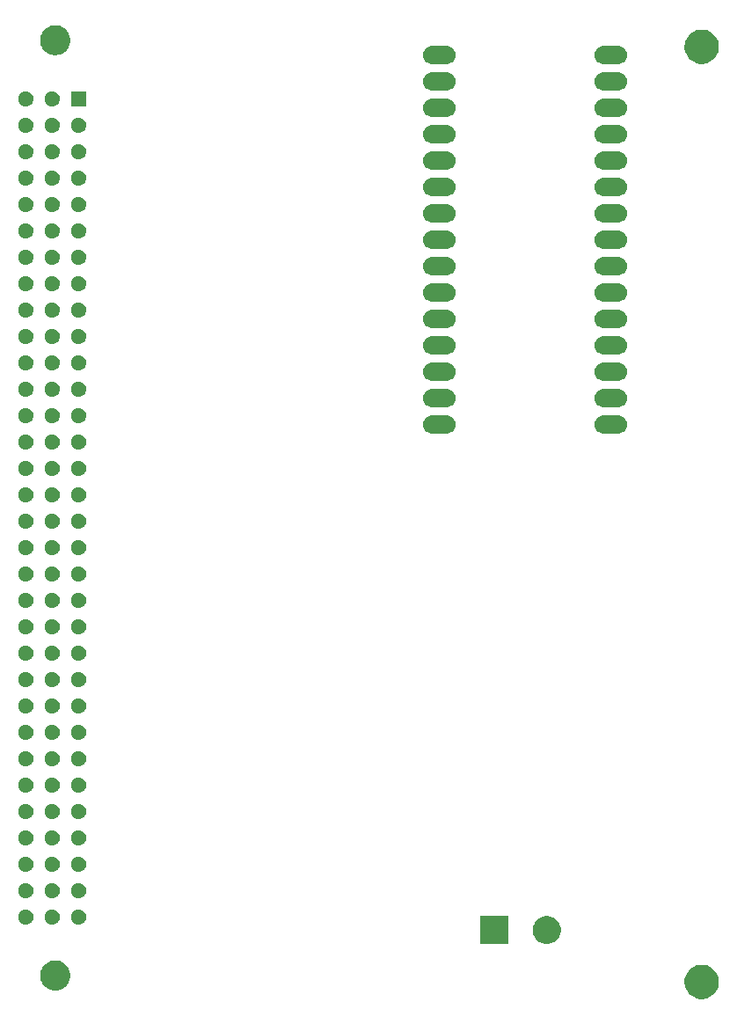
<source format=gts>
G04 #@! TF.GenerationSoftware,KiCad,Pcbnew,(5.1.5)-3*
G04 #@! TF.CreationDate,2020-03-12T17:45:38-07:00*
G04 #@! TF.ProjectId,siplace_feeder_controller_96pin,7369706c-6163-4655-9f66-65656465725f,rev?*
G04 #@! TF.SameCoordinates,Original*
G04 #@! TF.FileFunction,Soldermask,Top*
G04 #@! TF.FilePolarity,Negative*
%FSLAX46Y46*%
G04 Gerber Fmt 4.6, Leading zero omitted, Abs format (unit mm)*
G04 Created by KiCad (PCBNEW (5.1.5)-3) date 2020-03-12 17:45:38*
%MOMM*%
%LPD*%
G04 APERTURE LIST*
%ADD10C,0.100000*%
G04 APERTURE END LIST*
D10*
G36*
X120375256Y-143391298D02*
G01*
X120481579Y-143412447D01*
X120782042Y-143536903D01*
X121052451Y-143717585D01*
X121282415Y-143947549D01*
X121282416Y-143947551D01*
X121463098Y-144217960D01*
X121587553Y-144518422D01*
X121651000Y-144837389D01*
X121651000Y-145162611D01*
X121623319Y-145301772D01*
X121587553Y-145481579D01*
X121513057Y-145661429D01*
X121467907Y-145770431D01*
X121463097Y-145782042D01*
X121282415Y-146052451D01*
X121052451Y-146282415D01*
X120782042Y-146463097D01*
X120481579Y-146587553D01*
X120375256Y-146608702D01*
X120162611Y-146651000D01*
X119837389Y-146651000D01*
X119624744Y-146608702D01*
X119518421Y-146587553D01*
X119217958Y-146463097D01*
X118947549Y-146282415D01*
X118717585Y-146052451D01*
X118536903Y-145782042D01*
X118532094Y-145770431D01*
X118486943Y-145661429D01*
X118412447Y-145481579D01*
X118376681Y-145301772D01*
X118349000Y-145162611D01*
X118349000Y-144837389D01*
X118412447Y-144518422D01*
X118536902Y-144217960D01*
X118717584Y-143947551D01*
X118717585Y-143947549D01*
X118947549Y-143717585D01*
X119217958Y-143536903D01*
X119518421Y-143412447D01*
X119624744Y-143391298D01*
X119837389Y-143349000D01*
X120162611Y-143349000D01*
X120375256Y-143391298D01*
G37*
G36*
X57995540Y-142952523D02*
G01*
X58181783Y-142989569D01*
X58444938Y-143098571D01*
X58681772Y-143256818D01*
X58883182Y-143458228D01*
X59041429Y-143695062D01*
X59150431Y-143958217D01*
X59206000Y-144237581D01*
X59206000Y-144522419D01*
X59150431Y-144801783D01*
X59041429Y-145064938D01*
X58883182Y-145301772D01*
X58681772Y-145503182D01*
X58444938Y-145661429D01*
X58181783Y-145770431D01*
X57995540Y-145807477D01*
X57902420Y-145826000D01*
X57617580Y-145826000D01*
X57524460Y-145807477D01*
X57338217Y-145770431D01*
X57075062Y-145661429D01*
X56838228Y-145503182D01*
X56636818Y-145301772D01*
X56478571Y-145064938D01*
X56369569Y-144801783D01*
X56314000Y-144522419D01*
X56314000Y-144237581D01*
X56369569Y-143958217D01*
X56478571Y-143695062D01*
X56636818Y-143458228D01*
X56838228Y-143256818D01*
X57075062Y-143098571D01*
X57338217Y-142989569D01*
X57524460Y-142952523D01*
X57617580Y-142934000D01*
X57902420Y-142934000D01*
X57995540Y-142952523D01*
G37*
G36*
X105474072Y-138700918D02*
G01*
X105719939Y-138802759D01*
X105831328Y-138877187D01*
X105941211Y-138950609D01*
X106129391Y-139138789D01*
X106277242Y-139360063D01*
X106312553Y-139445312D01*
X106379082Y-139605928D01*
X106431000Y-139866938D01*
X106431000Y-140133062D01*
X106379082Y-140394072D01*
X106277241Y-140639939D01*
X106129390Y-140861212D01*
X105941212Y-141049390D01*
X105719939Y-141197241D01*
X105719938Y-141197242D01*
X105719937Y-141197242D01*
X105474072Y-141299082D01*
X105213063Y-141351000D01*
X104946937Y-141351000D01*
X104685928Y-141299082D01*
X104440063Y-141197242D01*
X104440062Y-141197242D01*
X104440061Y-141197241D01*
X104218788Y-141049390D01*
X104030610Y-140861212D01*
X103882759Y-140639939D01*
X103780918Y-140394072D01*
X103729000Y-140133062D01*
X103729000Y-139866938D01*
X103780918Y-139605928D01*
X103847447Y-139445312D01*
X103882758Y-139360063D01*
X104030609Y-139138789D01*
X104218789Y-138950609D01*
X104328672Y-138877187D01*
X104440061Y-138802759D01*
X104685928Y-138700918D01*
X104946937Y-138649000D01*
X105213063Y-138649000D01*
X105474072Y-138700918D01*
G37*
G36*
X101351000Y-141351000D02*
G01*
X98649000Y-141351000D01*
X98649000Y-138649000D01*
X101351000Y-138649000D01*
X101351000Y-141351000D01*
G37*
G36*
X55086717Y-138025292D02*
G01*
X55133954Y-138034688D01*
X55173051Y-138050883D01*
X55267442Y-138089980D01*
X55339459Y-138138100D01*
X55387579Y-138170253D01*
X55489747Y-138272421D01*
X55521900Y-138320541D01*
X55570020Y-138392558D01*
X55625312Y-138526047D01*
X55653500Y-138667755D01*
X55653500Y-138812245D01*
X55625312Y-138953953D01*
X55570020Y-139087442D01*
X55521900Y-139159459D01*
X55489747Y-139207579D01*
X55387579Y-139309747D01*
X55339459Y-139341900D01*
X55267442Y-139390020D01*
X55173051Y-139429117D01*
X55133954Y-139445312D01*
X55086717Y-139454708D01*
X54992245Y-139473500D01*
X54847755Y-139473500D01*
X54753283Y-139454708D01*
X54706046Y-139445312D01*
X54666949Y-139429117D01*
X54572558Y-139390020D01*
X54500541Y-139341900D01*
X54452421Y-139309747D01*
X54350253Y-139207579D01*
X54318100Y-139159459D01*
X54269980Y-139087442D01*
X54214688Y-138953953D01*
X54186500Y-138812245D01*
X54186500Y-138667755D01*
X54214688Y-138526047D01*
X54269980Y-138392558D01*
X54318100Y-138320541D01*
X54350253Y-138272421D01*
X54452421Y-138170253D01*
X54500541Y-138138100D01*
X54572558Y-138089980D01*
X54666949Y-138050883D01*
X54706046Y-138034688D01*
X54753283Y-138025292D01*
X54847755Y-138006500D01*
X54992245Y-138006500D01*
X55086717Y-138025292D01*
G37*
G36*
X60166717Y-138025292D02*
G01*
X60213954Y-138034688D01*
X60253051Y-138050883D01*
X60347442Y-138089980D01*
X60419459Y-138138100D01*
X60467579Y-138170253D01*
X60569747Y-138272421D01*
X60601900Y-138320541D01*
X60650020Y-138392558D01*
X60705312Y-138526047D01*
X60733500Y-138667755D01*
X60733500Y-138812245D01*
X60705312Y-138953953D01*
X60650020Y-139087442D01*
X60601900Y-139159459D01*
X60569747Y-139207579D01*
X60467579Y-139309747D01*
X60419459Y-139341900D01*
X60347442Y-139390020D01*
X60253051Y-139429117D01*
X60213954Y-139445312D01*
X60166717Y-139454708D01*
X60072245Y-139473500D01*
X59927755Y-139473500D01*
X59833283Y-139454708D01*
X59786046Y-139445312D01*
X59746949Y-139429117D01*
X59652558Y-139390020D01*
X59580541Y-139341900D01*
X59532421Y-139309747D01*
X59430253Y-139207579D01*
X59398100Y-139159459D01*
X59349980Y-139087442D01*
X59294688Y-138953953D01*
X59266500Y-138812245D01*
X59266500Y-138667755D01*
X59294688Y-138526047D01*
X59349980Y-138392558D01*
X59398100Y-138320541D01*
X59430253Y-138272421D01*
X59532421Y-138170253D01*
X59580541Y-138138100D01*
X59652558Y-138089980D01*
X59746949Y-138050883D01*
X59786046Y-138034688D01*
X59833283Y-138025292D01*
X59927755Y-138006500D01*
X60072245Y-138006500D01*
X60166717Y-138025292D01*
G37*
G36*
X57626717Y-138025292D02*
G01*
X57673954Y-138034688D01*
X57713051Y-138050883D01*
X57807442Y-138089980D01*
X57879459Y-138138100D01*
X57927579Y-138170253D01*
X58029747Y-138272421D01*
X58061900Y-138320541D01*
X58110020Y-138392558D01*
X58165312Y-138526047D01*
X58193500Y-138667755D01*
X58193500Y-138812245D01*
X58165312Y-138953953D01*
X58110020Y-139087442D01*
X58061900Y-139159459D01*
X58029747Y-139207579D01*
X57927579Y-139309747D01*
X57879459Y-139341900D01*
X57807442Y-139390020D01*
X57713051Y-139429117D01*
X57673954Y-139445312D01*
X57626717Y-139454708D01*
X57532245Y-139473500D01*
X57387755Y-139473500D01*
X57293283Y-139454708D01*
X57246046Y-139445312D01*
X57206949Y-139429117D01*
X57112558Y-139390020D01*
X57040541Y-139341900D01*
X56992421Y-139309747D01*
X56890253Y-139207579D01*
X56858100Y-139159459D01*
X56809980Y-139087442D01*
X56754688Y-138953953D01*
X56726500Y-138812245D01*
X56726500Y-138667755D01*
X56754688Y-138526047D01*
X56809980Y-138392558D01*
X56858100Y-138320541D01*
X56890253Y-138272421D01*
X56992421Y-138170253D01*
X57040541Y-138138100D01*
X57112558Y-138089980D01*
X57206949Y-138050883D01*
X57246046Y-138034688D01*
X57293283Y-138025292D01*
X57387755Y-138006500D01*
X57532245Y-138006500D01*
X57626717Y-138025292D01*
G37*
G36*
X60166717Y-135485292D02*
G01*
X60213954Y-135494688D01*
X60253051Y-135510883D01*
X60347442Y-135549980D01*
X60419459Y-135598100D01*
X60467579Y-135630253D01*
X60569747Y-135732421D01*
X60601900Y-135780541D01*
X60650020Y-135852558D01*
X60705312Y-135986047D01*
X60733500Y-136127755D01*
X60733500Y-136272245D01*
X60705312Y-136413953D01*
X60650020Y-136547442D01*
X60601900Y-136619459D01*
X60569747Y-136667579D01*
X60467579Y-136769747D01*
X60419459Y-136801900D01*
X60347442Y-136850020D01*
X60253051Y-136889117D01*
X60213954Y-136905312D01*
X60166717Y-136914708D01*
X60072245Y-136933500D01*
X59927755Y-136933500D01*
X59833283Y-136914708D01*
X59786046Y-136905312D01*
X59746949Y-136889117D01*
X59652558Y-136850020D01*
X59580541Y-136801900D01*
X59532421Y-136769747D01*
X59430253Y-136667579D01*
X59398100Y-136619459D01*
X59349980Y-136547442D01*
X59294688Y-136413953D01*
X59266500Y-136272245D01*
X59266500Y-136127755D01*
X59294688Y-135986047D01*
X59349980Y-135852558D01*
X59398100Y-135780541D01*
X59430253Y-135732421D01*
X59532421Y-135630253D01*
X59580541Y-135598100D01*
X59652558Y-135549980D01*
X59746949Y-135510883D01*
X59786046Y-135494688D01*
X59833283Y-135485292D01*
X59927755Y-135466500D01*
X60072245Y-135466500D01*
X60166717Y-135485292D01*
G37*
G36*
X57626717Y-135485292D02*
G01*
X57673954Y-135494688D01*
X57713051Y-135510883D01*
X57807442Y-135549980D01*
X57879459Y-135598100D01*
X57927579Y-135630253D01*
X58029747Y-135732421D01*
X58061900Y-135780541D01*
X58110020Y-135852558D01*
X58165312Y-135986047D01*
X58193500Y-136127755D01*
X58193500Y-136272245D01*
X58165312Y-136413953D01*
X58110020Y-136547442D01*
X58061900Y-136619459D01*
X58029747Y-136667579D01*
X57927579Y-136769747D01*
X57879459Y-136801900D01*
X57807442Y-136850020D01*
X57713051Y-136889117D01*
X57673954Y-136905312D01*
X57626717Y-136914708D01*
X57532245Y-136933500D01*
X57387755Y-136933500D01*
X57293283Y-136914708D01*
X57246046Y-136905312D01*
X57206949Y-136889117D01*
X57112558Y-136850020D01*
X57040541Y-136801900D01*
X56992421Y-136769747D01*
X56890253Y-136667579D01*
X56858100Y-136619459D01*
X56809980Y-136547442D01*
X56754688Y-136413953D01*
X56726500Y-136272245D01*
X56726500Y-136127755D01*
X56754688Y-135986047D01*
X56809980Y-135852558D01*
X56858100Y-135780541D01*
X56890253Y-135732421D01*
X56992421Y-135630253D01*
X57040541Y-135598100D01*
X57112558Y-135549980D01*
X57206949Y-135510883D01*
X57246046Y-135494688D01*
X57293283Y-135485292D01*
X57387755Y-135466500D01*
X57532245Y-135466500D01*
X57626717Y-135485292D01*
G37*
G36*
X55086717Y-135485292D02*
G01*
X55133954Y-135494688D01*
X55173051Y-135510883D01*
X55267442Y-135549980D01*
X55339459Y-135598100D01*
X55387579Y-135630253D01*
X55489747Y-135732421D01*
X55521900Y-135780541D01*
X55570020Y-135852558D01*
X55625312Y-135986047D01*
X55653500Y-136127755D01*
X55653500Y-136272245D01*
X55625312Y-136413953D01*
X55570020Y-136547442D01*
X55521900Y-136619459D01*
X55489747Y-136667579D01*
X55387579Y-136769747D01*
X55339459Y-136801900D01*
X55267442Y-136850020D01*
X55173051Y-136889117D01*
X55133954Y-136905312D01*
X55086717Y-136914708D01*
X54992245Y-136933500D01*
X54847755Y-136933500D01*
X54753283Y-136914708D01*
X54706046Y-136905312D01*
X54666949Y-136889117D01*
X54572558Y-136850020D01*
X54500541Y-136801900D01*
X54452421Y-136769747D01*
X54350253Y-136667579D01*
X54318100Y-136619459D01*
X54269980Y-136547442D01*
X54214688Y-136413953D01*
X54186500Y-136272245D01*
X54186500Y-136127755D01*
X54214688Y-135986047D01*
X54269980Y-135852558D01*
X54318100Y-135780541D01*
X54350253Y-135732421D01*
X54452421Y-135630253D01*
X54500541Y-135598100D01*
X54572558Y-135549980D01*
X54666949Y-135510883D01*
X54706046Y-135494688D01*
X54753283Y-135485292D01*
X54847755Y-135466500D01*
X54992245Y-135466500D01*
X55086717Y-135485292D01*
G37*
G36*
X57626717Y-132945292D02*
G01*
X57673954Y-132954688D01*
X57713051Y-132970883D01*
X57807442Y-133009980D01*
X57879459Y-133058100D01*
X57927579Y-133090253D01*
X58029747Y-133192421D01*
X58061900Y-133240541D01*
X58110020Y-133312558D01*
X58165312Y-133446047D01*
X58193500Y-133587755D01*
X58193500Y-133732245D01*
X58165312Y-133873953D01*
X58110020Y-134007442D01*
X58061900Y-134079459D01*
X58029747Y-134127579D01*
X57927579Y-134229747D01*
X57879459Y-134261900D01*
X57807442Y-134310020D01*
X57713051Y-134349117D01*
X57673954Y-134365312D01*
X57626717Y-134374708D01*
X57532245Y-134393500D01*
X57387755Y-134393500D01*
X57293283Y-134374708D01*
X57246046Y-134365312D01*
X57206949Y-134349117D01*
X57112558Y-134310020D01*
X57040541Y-134261900D01*
X56992421Y-134229747D01*
X56890253Y-134127579D01*
X56858100Y-134079459D01*
X56809980Y-134007442D01*
X56754688Y-133873953D01*
X56726500Y-133732245D01*
X56726500Y-133587755D01*
X56754688Y-133446047D01*
X56809980Y-133312558D01*
X56858100Y-133240541D01*
X56890253Y-133192421D01*
X56992421Y-133090253D01*
X57040541Y-133058100D01*
X57112558Y-133009980D01*
X57206949Y-132970883D01*
X57246046Y-132954688D01*
X57293283Y-132945292D01*
X57387755Y-132926500D01*
X57532245Y-132926500D01*
X57626717Y-132945292D01*
G37*
G36*
X55086717Y-132945292D02*
G01*
X55133954Y-132954688D01*
X55173051Y-132970883D01*
X55267442Y-133009980D01*
X55339459Y-133058100D01*
X55387579Y-133090253D01*
X55489747Y-133192421D01*
X55521900Y-133240541D01*
X55570020Y-133312558D01*
X55625312Y-133446047D01*
X55653500Y-133587755D01*
X55653500Y-133732245D01*
X55625312Y-133873953D01*
X55570020Y-134007442D01*
X55521900Y-134079459D01*
X55489747Y-134127579D01*
X55387579Y-134229747D01*
X55339459Y-134261900D01*
X55267442Y-134310020D01*
X55173051Y-134349117D01*
X55133954Y-134365312D01*
X55086717Y-134374708D01*
X54992245Y-134393500D01*
X54847755Y-134393500D01*
X54753283Y-134374708D01*
X54706046Y-134365312D01*
X54666949Y-134349117D01*
X54572558Y-134310020D01*
X54500541Y-134261900D01*
X54452421Y-134229747D01*
X54350253Y-134127579D01*
X54318100Y-134079459D01*
X54269980Y-134007442D01*
X54214688Y-133873953D01*
X54186500Y-133732245D01*
X54186500Y-133587755D01*
X54214688Y-133446047D01*
X54269980Y-133312558D01*
X54318100Y-133240541D01*
X54350253Y-133192421D01*
X54452421Y-133090253D01*
X54500541Y-133058100D01*
X54572558Y-133009980D01*
X54666949Y-132970883D01*
X54706046Y-132954688D01*
X54753283Y-132945292D01*
X54847755Y-132926500D01*
X54992245Y-132926500D01*
X55086717Y-132945292D01*
G37*
G36*
X60166717Y-132945292D02*
G01*
X60213954Y-132954688D01*
X60253051Y-132970883D01*
X60347442Y-133009980D01*
X60419459Y-133058100D01*
X60467579Y-133090253D01*
X60569747Y-133192421D01*
X60601900Y-133240541D01*
X60650020Y-133312558D01*
X60705312Y-133446047D01*
X60733500Y-133587755D01*
X60733500Y-133732245D01*
X60705312Y-133873953D01*
X60650020Y-134007442D01*
X60601900Y-134079459D01*
X60569747Y-134127579D01*
X60467579Y-134229747D01*
X60419459Y-134261900D01*
X60347442Y-134310020D01*
X60253051Y-134349117D01*
X60213954Y-134365312D01*
X60166717Y-134374708D01*
X60072245Y-134393500D01*
X59927755Y-134393500D01*
X59833283Y-134374708D01*
X59786046Y-134365312D01*
X59746949Y-134349117D01*
X59652558Y-134310020D01*
X59580541Y-134261900D01*
X59532421Y-134229747D01*
X59430253Y-134127579D01*
X59398100Y-134079459D01*
X59349980Y-134007442D01*
X59294688Y-133873953D01*
X59266500Y-133732245D01*
X59266500Y-133587755D01*
X59294688Y-133446047D01*
X59349980Y-133312558D01*
X59398100Y-133240541D01*
X59430253Y-133192421D01*
X59532421Y-133090253D01*
X59580541Y-133058100D01*
X59652558Y-133009980D01*
X59746949Y-132970883D01*
X59786046Y-132954688D01*
X59833283Y-132945292D01*
X59927755Y-132926500D01*
X60072245Y-132926500D01*
X60166717Y-132945292D01*
G37*
G36*
X55086717Y-130405292D02*
G01*
X55133954Y-130414688D01*
X55173051Y-130430883D01*
X55267442Y-130469980D01*
X55339459Y-130518100D01*
X55387579Y-130550253D01*
X55489747Y-130652421D01*
X55521900Y-130700541D01*
X55570020Y-130772558D01*
X55625312Y-130906047D01*
X55653500Y-131047755D01*
X55653500Y-131192245D01*
X55625312Y-131333953D01*
X55570020Y-131467442D01*
X55521900Y-131539459D01*
X55489747Y-131587579D01*
X55387579Y-131689747D01*
X55339459Y-131721900D01*
X55267442Y-131770020D01*
X55173051Y-131809117D01*
X55133954Y-131825312D01*
X55086717Y-131834708D01*
X54992245Y-131853500D01*
X54847755Y-131853500D01*
X54753283Y-131834708D01*
X54706046Y-131825312D01*
X54666949Y-131809117D01*
X54572558Y-131770020D01*
X54500541Y-131721900D01*
X54452421Y-131689747D01*
X54350253Y-131587579D01*
X54318100Y-131539459D01*
X54269980Y-131467442D01*
X54214688Y-131333953D01*
X54186500Y-131192245D01*
X54186500Y-131047755D01*
X54214688Y-130906047D01*
X54269980Y-130772558D01*
X54318100Y-130700541D01*
X54350253Y-130652421D01*
X54452421Y-130550253D01*
X54500541Y-130518100D01*
X54572558Y-130469980D01*
X54666949Y-130430883D01*
X54706046Y-130414688D01*
X54753283Y-130405292D01*
X54847755Y-130386500D01*
X54992245Y-130386500D01*
X55086717Y-130405292D01*
G37*
G36*
X57626717Y-130405292D02*
G01*
X57673954Y-130414688D01*
X57713051Y-130430883D01*
X57807442Y-130469980D01*
X57879459Y-130518100D01*
X57927579Y-130550253D01*
X58029747Y-130652421D01*
X58061900Y-130700541D01*
X58110020Y-130772558D01*
X58165312Y-130906047D01*
X58193500Y-131047755D01*
X58193500Y-131192245D01*
X58165312Y-131333953D01*
X58110020Y-131467442D01*
X58061900Y-131539459D01*
X58029747Y-131587579D01*
X57927579Y-131689747D01*
X57879459Y-131721900D01*
X57807442Y-131770020D01*
X57713051Y-131809117D01*
X57673954Y-131825312D01*
X57626717Y-131834708D01*
X57532245Y-131853500D01*
X57387755Y-131853500D01*
X57293283Y-131834708D01*
X57246046Y-131825312D01*
X57206949Y-131809117D01*
X57112558Y-131770020D01*
X57040541Y-131721900D01*
X56992421Y-131689747D01*
X56890253Y-131587579D01*
X56858100Y-131539459D01*
X56809980Y-131467442D01*
X56754688Y-131333953D01*
X56726500Y-131192245D01*
X56726500Y-131047755D01*
X56754688Y-130906047D01*
X56809980Y-130772558D01*
X56858100Y-130700541D01*
X56890253Y-130652421D01*
X56992421Y-130550253D01*
X57040541Y-130518100D01*
X57112558Y-130469980D01*
X57206949Y-130430883D01*
X57246046Y-130414688D01*
X57293283Y-130405292D01*
X57387755Y-130386500D01*
X57532245Y-130386500D01*
X57626717Y-130405292D01*
G37*
G36*
X60166717Y-130405292D02*
G01*
X60213954Y-130414688D01*
X60253051Y-130430883D01*
X60347442Y-130469980D01*
X60419459Y-130518100D01*
X60467579Y-130550253D01*
X60569747Y-130652421D01*
X60601900Y-130700541D01*
X60650020Y-130772558D01*
X60705312Y-130906047D01*
X60733500Y-131047755D01*
X60733500Y-131192245D01*
X60705312Y-131333953D01*
X60650020Y-131467442D01*
X60601900Y-131539459D01*
X60569747Y-131587579D01*
X60467579Y-131689747D01*
X60419459Y-131721900D01*
X60347442Y-131770020D01*
X60253051Y-131809117D01*
X60213954Y-131825312D01*
X60166717Y-131834708D01*
X60072245Y-131853500D01*
X59927755Y-131853500D01*
X59833283Y-131834708D01*
X59786046Y-131825312D01*
X59746949Y-131809117D01*
X59652558Y-131770020D01*
X59580541Y-131721900D01*
X59532421Y-131689747D01*
X59430253Y-131587579D01*
X59398100Y-131539459D01*
X59349980Y-131467442D01*
X59294688Y-131333953D01*
X59266500Y-131192245D01*
X59266500Y-131047755D01*
X59294688Y-130906047D01*
X59349980Y-130772558D01*
X59398100Y-130700541D01*
X59430253Y-130652421D01*
X59532421Y-130550253D01*
X59580541Y-130518100D01*
X59652558Y-130469980D01*
X59746949Y-130430883D01*
X59786046Y-130414688D01*
X59833283Y-130405292D01*
X59927755Y-130386500D01*
X60072245Y-130386500D01*
X60166717Y-130405292D01*
G37*
G36*
X55086717Y-127865292D02*
G01*
X55133954Y-127874688D01*
X55173051Y-127890883D01*
X55267442Y-127929980D01*
X55339459Y-127978100D01*
X55387579Y-128010253D01*
X55489747Y-128112421D01*
X55521900Y-128160541D01*
X55570020Y-128232558D01*
X55625312Y-128366047D01*
X55653500Y-128507755D01*
X55653500Y-128652245D01*
X55625312Y-128793953D01*
X55570020Y-128927442D01*
X55521900Y-128999459D01*
X55489747Y-129047579D01*
X55387579Y-129149747D01*
X55339459Y-129181900D01*
X55267442Y-129230020D01*
X55173051Y-129269117D01*
X55133954Y-129285312D01*
X55086717Y-129294708D01*
X54992245Y-129313500D01*
X54847755Y-129313500D01*
X54753283Y-129294708D01*
X54706046Y-129285312D01*
X54666949Y-129269117D01*
X54572558Y-129230020D01*
X54500541Y-129181900D01*
X54452421Y-129149747D01*
X54350253Y-129047579D01*
X54318100Y-128999459D01*
X54269980Y-128927442D01*
X54214688Y-128793953D01*
X54186500Y-128652245D01*
X54186500Y-128507755D01*
X54214688Y-128366047D01*
X54269980Y-128232558D01*
X54318100Y-128160541D01*
X54350253Y-128112421D01*
X54452421Y-128010253D01*
X54500541Y-127978100D01*
X54572558Y-127929980D01*
X54666949Y-127890883D01*
X54706046Y-127874688D01*
X54753283Y-127865292D01*
X54847755Y-127846500D01*
X54992245Y-127846500D01*
X55086717Y-127865292D01*
G37*
G36*
X60166717Y-127865292D02*
G01*
X60213954Y-127874688D01*
X60253051Y-127890883D01*
X60347442Y-127929980D01*
X60419459Y-127978100D01*
X60467579Y-128010253D01*
X60569747Y-128112421D01*
X60601900Y-128160541D01*
X60650020Y-128232558D01*
X60705312Y-128366047D01*
X60733500Y-128507755D01*
X60733500Y-128652245D01*
X60705312Y-128793953D01*
X60650020Y-128927442D01*
X60601900Y-128999459D01*
X60569747Y-129047579D01*
X60467579Y-129149747D01*
X60419459Y-129181900D01*
X60347442Y-129230020D01*
X60253051Y-129269117D01*
X60213954Y-129285312D01*
X60166717Y-129294708D01*
X60072245Y-129313500D01*
X59927755Y-129313500D01*
X59833283Y-129294708D01*
X59786046Y-129285312D01*
X59746949Y-129269117D01*
X59652558Y-129230020D01*
X59580541Y-129181900D01*
X59532421Y-129149747D01*
X59430253Y-129047579D01*
X59398100Y-128999459D01*
X59349980Y-128927442D01*
X59294688Y-128793953D01*
X59266500Y-128652245D01*
X59266500Y-128507755D01*
X59294688Y-128366047D01*
X59349980Y-128232558D01*
X59398100Y-128160541D01*
X59430253Y-128112421D01*
X59532421Y-128010253D01*
X59580541Y-127978100D01*
X59652558Y-127929980D01*
X59746949Y-127890883D01*
X59786046Y-127874688D01*
X59833283Y-127865292D01*
X59927755Y-127846500D01*
X60072245Y-127846500D01*
X60166717Y-127865292D01*
G37*
G36*
X57626717Y-127865292D02*
G01*
X57673954Y-127874688D01*
X57713051Y-127890883D01*
X57807442Y-127929980D01*
X57879459Y-127978100D01*
X57927579Y-128010253D01*
X58029747Y-128112421D01*
X58061900Y-128160541D01*
X58110020Y-128232558D01*
X58165312Y-128366047D01*
X58193500Y-128507755D01*
X58193500Y-128652245D01*
X58165312Y-128793953D01*
X58110020Y-128927442D01*
X58061900Y-128999459D01*
X58029747Y-129047579D01*
X57927579Y-129149747D01*
X57879459Y-129181900D01*
X57807442Y-129230020D01*
X57713051Y-129269117D01*
X57673954Y-129285312D01*
X57626717Y-129294708D01*
X57532245Y-129313500D01*
X57387755Y-129313500D01*
X57293283Y-129294708D01*
X57246046Y-129285312D01*
X57206949Y-129269117D01*
X57112558Y-129230020D01*
X57040541Y-129181900D01*
X56992421Y-129149747D01*
X56890253Y-129047579D01*
X56858100Y-128999459D01*
X56809980Y-128927442D01*
X56754688Y-128793953D01*
X56726500Y-128652245D01*
X56726500Y-128507755D01*
X56754688Y-128366047D01*
X56809980Y-128232558D01*
X56858100Y-128160541D01*
X56890253Y-128112421D01*
X56992421Y-128010253D01*
X57040541Y-127978100D01*
X57112558Y-127929980D01*
X57206949Y-127890883D01*
X57246046Y-127874688D01*
X57293283Y-127865292D01*
X57387755Y-127846500D01*
X57532245Y-127846500D01*
X57626717Y-127865292D01*
G37*
G36*
X55086717Y-125325292D02*
G01*
X55133954Y-125334688D01*
X55173051Y-125350883D01*
X55267442Y-125389980D01*
X55339459Y-125438100D01*
X55387579Y-125470253D01*
X55489747Y-125572421D01*
X55521900Y-125620541D01*
X55570020Y-125692558D01*
X55625312Y-125826047D01*
X55653500Y-125967755D01*
X55653500Y-126112245D01*
X55625312Y-126253953D01*
X55570020Y-126387442D01*
X55521900Y-126459459D01*
X55489747Y-126507579D01*
X55387579Y-126609747D01*
X55339459Y-126641900D01*
X55267442Y-126690020D01*
X55173051Y-126729117D01*
X55133954Y-126745312D01*
X55086717Y-126754708D01*
X54992245Y-126773500D01*
X54847755Y-126773500D01*
X54753283Y-126754708D01*
X54706046Y-126745312D01*
X54666949Y-126729117D01*
X54572558Y-126690020D01*
X54500541Y-126641900D01*
X54452421Y-126609747D01*
X54350253Y-126507579D01*
X54318100Y-126459459D01*
X54269980Y-126387442D01*
X54214688Y-126253953D01*
X54186500Y-126112245D01*
X54186500Y-125967755D01*
X54214688Y-125826047D01*
X54269980Y-125692558D01*
X54318100Y-125620541D01*
X54350253Y-125572421D01*
X54452421Y-125470253D01*
X54500541Y-125438100D01*
X54572558Y-125389980D01*
X54666949Y-125350883D01*
X54706046Y-125334688D01*
X54753283Y-125325292D01*
X54847755Y-125306500D01*
X54992245Y-125306500D01*
X55086717Y-125325292D01*
G37*
G36*
X60166717Y-125325292D02*
G01*
X60213954Y-125334688D01*
X60253051Y-125350883D01*
X60347442Y-125389980D01*
X60419459Y-125438100D01*
X60467579Y-125470253D01*
X60569747Y-125572421D01*
X60601900Y-125620541D01*
X60650020Y-125692558D01*
X60705312Y-125826047D01*
X60733500Y-125967755D01*
X60733500Y-126112245D01*
X60705312Y-126253953D01*
X60650020Y-126387442D01*
X60601900Y-126459459D01*
X60569747Y-126507579D01*
X60467579Y-126609747D01*
X60419459Y-126641900D01*
X60347442Y-126690020D01*
X60253051Y-126729117D01*
X60213954Y-126745312D01*
X60166717Y-126754708D01*
X60072245Y-126773500D01*
X59927755Y-126773500D01*
X59833283Y-126754708D01*
X59786046Y-126745312D01*
X59746949Y-126729117D01*
X59652558Y-126690020D01*
X59580541Y-126641900D01*
X59532421Y-126609747D01*
X59430253Y-126507579D01*
X59398100Y-126459459D01*
X59349980Y-126387442D01*
X59294688Y-126253953D01*
X59266500Y-126112245D01*
X59266500Y-125967755D01*
X59294688Y-125826047D01*
X59349980Y-125692558D01*
X59398100Y-125620541D01*
X59430253Y-125572421D01*
X59532421Y-125470253D01*
X59580541Y-125438100D01*
X59652558Y-125389980D01*
X59746949Y-125350883D01*
X59786046Y-125334688D01*
X59833283Y-125325292D01*
X59927755Y-125306500D01*
X60072245Y-125306500D01*
X60166717Y-125325292D01*
G37*
G36*
X57626717Y-125325292D02*
G01*
X57673954Y-125334688D01*
X57713051Y-125350883D01*
X57807442Y-125389980D01*
X57879459Y-125438100D01*
X57927579Y-125470253D01*
X58029747Y-125572421D01*
X58061900Y-125620541D01*
X58110020Y-125692558D01*
X58165312Y-125826047D01*
X58193500Y-125967755D01*
X58193500Y-126112245D01*
X58165312Y-126253953D01*
X58110020Y-126387442D01*
X58061900Y-126459459D01*
X58029747Y-126507579D01*
X57927579Y-126609747D01*
X57879459Y-126641900D01*
X57807442Y-126690020D01*
X57713051Y-126729117D01*
X57673954Y-126745312D01*
X57626717Y-126754708D01*
X57532245Y-126773500D01*
X57387755Y-126773500D01*
X57293283Y-126754708D01*
X57246046Y-126745312D01*
X57206949Y-126729117D01*
X57112558Y-126690020D01*
X57040541Y-126641900D01*
X56992421Y-126609747D01*
X56890253Y-126507579D01*
X56858100Y-126459459D01*
X56809980Y-126387442D01*
X56754688Y-126253953D01*
X56726500Y-126112245D01*
X56726500Y-125967755D01*
X56754688Y-125826047D01*
X56809980Y-125692558D01*
X56858100Y-125620541D01*
X56890253Y-125572421D01*
X56992421Y-125470253D01*
X57040541Y-125438100D01*
X57112558Y-125389980D01*
X57206949Y-125350883D01*
X57246046Y-125334688D01*
X57293283Y-125325292D01*
X57387755Y-125306500D01*
X57532245Y-125306500D01*
X57626717Y-125325292D01*
G37*
G36*
X60166717Y-122785292D02*
G01*
X60213954Y-122794688D01*
X60253051Y-122810883D01*
X60347442Y-122849980D01*
X60419459Y-122898100D01*
X60467579Y-122930253D01*
X60569747Y-123032421D01*
X60601900Y-123080541D01*
X60650020Y-123152558D01*
X60705312Y-123286047D01*
X60733500Y-123427755D01*
X60733500Y-123572245D01*
X60705312Y-123713953D01*
X60650020Y-123847442D01*
X60601900Y-123919459D01*
X60569747Y-123967579D01*
X60467579Y-124069747D01*
X60419459Y-124101900D01*
X60347442Y-124150020D01*
X60253051Y-124189117D01*
X60213954Y-124205312D01*
X60166717Y-124214708D01*
X60072245Y-124233500D01*
X59927755Y-124233500D01*
X59833283Y-124214708D01*
X59786046Y-124205312D01*
X59746949Y-124189117D01*
X59652558Y-124150020D01*
X59580541Y-124101900D01*
X59532421Y-124069747D01*
X59430253Y-123967579D01*
X59398100Y-123919459D01*
X59349980Y-123847442D01*
X59294688Y-123713953D01*
X59266500Y-123572245D01*
X59266500Y-123427755D01*
X59294688Y-123286047D01*
X59349980Y-123152558D01*
X59398100Y-123080541D01*
X59430253Y-123032421D01*
X59532421Y-122930253D01*
X59580541Y-122898100D01*
X59652558Y-122849980D01*
X59746949Y-122810883D01*
X59786046Y-122794688D01*
X59833283Y-122785292D01*
X59927755Y-122766500D01*
X60072245Y-122766500D01*
X60166717Y-122785292D01*
G37*
G36*
X57626717Y-122785292D02*
G01*
X57673954Y-122794688D01*
X57713051Y-122810883D01*
X57807442Y-122849980D01*
X57879459Y-122898100D01*
X57927579Y-122930253D01*
X58029747Y-123032421D01*
X58061900Y-123080541D01*
X58110020Y-123152558D01*
X58165312Y-123286047D01*
X58193500Y-123427755D01*
X58193500Y-123572245D01*
X58165312Y-123713953D01*
X58110020Y-123847442D01*
X58061900Y-123919459D01*
X58029747Y-123967579D01*
X57927579Y-124069747D01*
X57879459Y-124101900D01*
X57807442Y-124150020D01*
X57713051Y-124189117D01*
X57673954Y-124205312D01*
X57626717Y-124214708D01*
X57532245Y-124233500D01*
X57387755Y-124233500D01*
X57293283Y-124214708D01*
X57246046Y-124205312D01*
X57206949Y-124189117D01*
X57112558Y-124150020D01*
X57040541Y-124101900D01*
X56992421Y-124069747D01*
X56890253Y-123967579D01*
X56858100Y-123919459D01*
X56809980Y-123847442D01*
X56754688Y-123713953D01*
X56726500Y-123572245D01*
X56726500Y-123427755D01*
X56754688Y-123286047D01*
X56809980Y-123152558D01*
X56858100Y-123080541D01*
X56890253Y-123032421D01*
X56992421Y-122930253D01*
X57040541Y-122898100D01*
X57112558Y-122849980D01*
X57206949Y-122810883D01*
X57246046Y-122794688D01*
X57293283Y-122785292D01*
X57387755Y-122766500D01*
X57532245Y-122766500D01*
X57626717Y-122785292D01*
G37*
G36*
X55086717Y-122785292D02*
G01*
X55133954Y-122794688D01*
X55173051Y-122810883D01*
X55267442Y-122849980D01*
X55339459Y-122898100D01*
X55387579Y-122930253D01*
X55489747Y-123032421D01*
X55521900Y-123080541D01*
X55570020Y-123152558D01*
X55625312Y-123286047D01*
X55653500Y-123427755D01*
X55653500Y-123572245D01*
X55625312Y-123713953D01*
X55570020Y-123847442D01*
X55521900Y-123919459D01*
X55489747Y-123967579D01*
X55387579Y-124069747D01*
X55339459Y-124101900D01*
X55267442Y-124150020D01*
X55173051Y-124189117D01*
X55133954Y-124205312D01*
X55086717Y-124214708D01*
X54992245Y-124233500D01*
X54847755Y-124233500D01*
X54753283Y-124214708D01*
X54706046Y-124205312D01*
X54666949Y-124189117D01*
X54572558Y-124150020D01*
X54500541Y-124101900D01*
X54452421Y-124069747D01*
X54350253Y-123967579D01*
X54318100Y-123919459D01*
X54269980Y-123847442D01*
X54214688Y-123713953D01*
X54186500Y-123572245D01*
X54186500Y-123427755D01*
X54214688Y-123286047D01*
X54269980Y-123152558D01*
X54318100Y-123080541D01*
X54350253Y-123032421D01*
X54452421Y-122930253D01*
X54500541Y-122898100D01*
X54572558Y-122849980D01*
X54666949Y-122810883D01*
X54706046Y-122794688D01*
X54753283Y-122785292D01*
X54847755Y-122766500D01*
X54992245Y-122766500D01*
X55086717Y-122785292D01*
G37*
G36*
X55086717Y-120245292D02*
G01*
X55133954Y-120254688D01*
X55173051Y-120270883D01*
X55267442Y-120309980D01*
X55339459Y-120358100D01*
X55387579Y-120390253D01*
X55489747Y-120492421D01*
X55521900Y-120540541D01*
X55570020Y-120612558D01*
X55625312Y-120746047D01*
X55653500Y-120887755D01*
X55653500Y-121032245D01*
X55625312Y-121173953D01*
X55570020Y-121307442D01*
X55521900Y-121379459D01*
X55489747Y-121427579D01*
X55387579Y-121529747D01*
X55339459Y-121561900D01*
X55267442Y-121610020D01*
X55173051Y-121649117D01*
X55133954Y-121665312D01*
X55086717Y-121674708D01*
X54992245Y-121693500D01*
X54847755Y-121693500D01*
X54753283Y-121674708D01*
X54706046Y-121665312D01*
X54666949Y-121649117D01*
X54572558Y-121610020D01*
X54500541Y-121561900D01*
X54452421Y-121529747D01*
X54350253Y-121427579D01*
X54318100Y-121379459D01*
X54269980Y-121307442D01*
X54214688Y-121173953D01*
X54186500Y-121032245D01*
X54186500Y-120887755D01*
X54214688Y-120746047D01*
X54269980Y-120612558D01*
X54318100Y-120540541D01*
X54350253Y-120492421D01*
X54452421Y-120390253D01*
X54500541Y-120358100D01*
X54572558Y-120309980D01*
X54666949Y-120270883D01*
X54706046Y-120254688D01*
X54753283Y-120245292D01*
X54847755Y-120226500D01*
X54992245Y-120226500D01*
X55086717Y-120245292D01*
G37*
G36*
X57626717Y-120245292D02*
G01*
X57673954Y-120254688D01*
X57713051Y-120270883D01*
X57807442Y-120309980D01*
X57879459Y-120358100D01*
X57927579Y-120390253D01*
X58029747Y-120492421D01*
X58061900Y-120540541D01*
X58110020Y-120612558D01*
X58165312Y-120746047D01*
X58193500Y-120887755D01*
X58193500Y-121032245D01*
X58165312Y-121173953D01*
X58110020Y-121307442D01*
X58061900Y-121379459D01*
X58029747Y-121427579D01*
X57927579Y-121529747D01*
X57879459Y-121561900D01*
X57807442Y-121610020D01*
X57713051Y-121649117D01*
X57673954Y-121665312D01*
X57626717Y-121674708D01*
X57532245Y-121693500D01*
X57387755Y-121693500D01*
X57293283Y-121674708D01*
X57246046Y-121665312D01*
X57206949Y-121649117D01*
X57112558Y-121610020D01*
X57040541Y-121561900D01*
X56992421Y-121529747D01*
X56890253Y-121427579D01*
X56858100Y-121379459D01*
X56809980Y-121307442D01*
X56754688Y-121173953D01*
X56726500Y-121032245D01*
X56726500Y-120887755D01*
X56754688Y-120746047D01*
X56809980Y-120612558D01*
X56858100Y-120540541D01*
X56890253Y-120492421D01*
X56992421Y-120390253D01*
X57040541Y-120358100D01*
X57112558Y-120309980D01*
X57206949Y-120270883D01*
X57246046Y-120254688D01*
X57293283Y-120245292D01*
X57387755Y-120226500D01*
X57532245Y-120226500D01*
X57626717Y-120245292D01*
G37*
G36*
X60166717Y-120245292D02*
G01*
X60213954Y-120254688D01*
X60253051Y-120270883D01*
X60347442Y-120309980D01*
X60419459Y-120358100D01*
X60467579Y-120390253D01*
X60569747Y-120492421D01*
X60601900Y-120540541D01*
X60650020Y-120612558D01*
X60705312Y-120746047D01*
X60733500Y-120887755D01*
X60733500Y-121032245D01*
X60705312Y-121173953D01*
X60650020Y-121307442D01*
X60601900Y-121379459D01*
X60569747Y-121427579D01*
X60467579Y-121529747D01*
X60419459Y-121561900D01*
X60347442Y-121610020D01*
X60253051Y-121649117D01*
X60213954Y-121665312D01*
X60166717Y-121674708D01*
X60072245Y-121693500D01*
X59927755Y-121693500D01*
X59833283Y-121674708D01*
X59786046Y-121665312D01*
X59746949Y-121649117D01*
X59652558Y-121610020D01*
X59580541Y-121561900D01*
X59532421Y-121529747D01*
X59430253Y-121427579D01*
X59398100Y-121379459D01*
X59349980Y-121307442D01*
X59294688Y-121173953D01*
X59266500Y-121032245D01*
X59266500Y-120887755D01*
X59294688Y-120746047D01*
X59349980Y-120612558D01*
X59398100Y-120540541D01*
X59430253Y-120492421D01*
X59532421Y-120390253D01*
X59580541Y-120358100D01*
X59652558Y-120309980D01*
X59746949Y-120270883D01*
X59786046Y-120254688D01*
X59833283Y-120245292D01*
X59927755Y-120226500D01*
X60072245Y-120226500D01*
X60166717Y-120245292D01*
G37*
G36*
X57626717Y-117705292D02*
G01*
X57673954Y-117714688D01*
X57713051Y-117730883D01*
X57807442Y-117769980D01*
X57879459Y-117818100D01*
X57927579Y-117850253D01*
X58029747Y-117952421D01*
X58061900Y-118000541D01*
X58110020Y-118072558D01*
X58165312Y-118206047D01*
X58193500Y-118347755D01*
X58193500Y-118492245D01*
X58165312Y-118633953D01*
X58110020Y-118767442D01*
X58061900Y-118839459D01*
X58029747Y-118887579D01*
X57927579Y-118989747D01*
X57879459Y-119021900D01*
X57807442Y-119070020D01*
X57713051Y-119109117D01*
X57673954Y-119125312D01*
X57626717Y-119134708D01*
X57532245Y-119153500D01*
X57387755Y-119153500D01*
X57293283Y-119134708D01*
X57246046Y-119125312D01*
X57206949Y-119109117D01*
X57112558Y-119070020D01*
X57040541Y-119021900D01*
X56992421Y-118989747D01*
X56890253Y-118887579D01*
X56858100Y-118839459D01*
X56809980Y-118767442D01*
X56754688Y-118633953D01*
X56726500Y-118492245D01*
X56726500Y-118347755D01*
X56754688Y-118206047D01*
X56809980Y-118072558D01*
X56858100Y-118000541D01*
X56890253Y-117952421D01*
X56992421Y-117850253D01*
X57040541Y-117818100D01*
X57112558Y-117769980D01*
X57206949Y-117730883D01*
X57246046Y-117714688D01*
X57293283Y-117705292D01*
X57387755Y-117686500D01*
X57532245Y-117686500D01*
X57626717Y-117705292D01*
G37*
G36*
X55086717Y-117705292D02*
G01*
X55133954Y-117714688D01*
X55173051Y-117730883D01*
X55267442Y-117769980D01*
X55339459Y-117818100D01*
X55387579Y-117850253D01*
X55489747Y-117952421D01*
X55521900Y-118000541D01*
X55570020Y-118072558D01*
X55625312Y-118206047D01*
X55653500Y-118347755D01*
X55653500Y-118492245D01*
X55625312Y-118633953D01*
X55570020Y-118767442D01*
X55521900Y-118839459D01*
X55489747Y-118887579D01*
X55387579Y-118989747D01*
X55339459Y-119021900D01*
X55267442Y-119070020D01*
X55173051Y-119109117D01*
X55133954Y-119125312D01*
X55086717Y-119134708D01*
X54992245Y-119153500D01*
X54847755Y-119153500D01*
X54753283Y-119134708D01*
X54706046Y-119125312D01*
X54666949Y-119109117D01*
X54572558Y-119070020D01*
X54500541Y-119021900D01*
X54452421Y-118989747D01*
X54350253Y-118887579D01*
X54318100Y-118839459D01*
X54269980Y-118767442D01*
X54214688Y-118633953D01*
X54186500Y-118492245D01*
X54186500Y-118347755D01*
X54214688Y-118206047D01*
X54269980Y-118072558D01*
X54318100Y-118000541D01*
X54350253Y-117952421D01*
X54452421Y-117850253D01*
X54500541Y-117818100D01*
X54572558Y-117769980D01*
X54666949Y-117730883D01*
X54706046Y-117714688D01*
X54753283Y-117705292D01*
X54847755Y-117686500D01*
X54992245Y-117686500D01*
X55086717Y-117705292D01*
G37*
G36*
X60166717Y-117705292D02*
G01*
X60213954Y-117714688D01*
X60253051Y-117730883D01*
X60347442Y-117769980D01*
X60419459Y-117818100D01*
X60467579Y-117850253D01*
X60569747Y-117952421D01*
X60601900Y-118000541D01*
X60650020Y-118072558D01*
X60705312Y-118206047D01*
X60733500Y-118347755D01*
X60733500Y-118492245D01*
X60705312Y-118633953D01*
X60650020Y-118767442D01*
X60601900Y-118839459D01*
X60569747Y-118887579D01*
X60467579Y-118989747D01*
X60419459Y-119021900D01*
X60347442Y-119070020D01*
X60253051Y-119109117D01*
X60213954Y-119125312D01*
X60166717Y-119134708D01*
X60072245Y-119153500D01*
X59927755Y-119153500D01*
X59833283Y-119134708D01*
X59786046Y-119125312D01*
X59746949Y-119109117D01*
X59652558Y-119070020D01*
X59580541Y-119021900D01*
X59532421Y-118989747D01*
X59430253Y-118887579D01*
X59398100Y-118839459D01*
X59349980Y-118767442D01*
X59294688Y-118633953D01*
X59266500Y-118492245D01*
X59266500Y-118347755D01*
X59294688Y-118206047D01*
X59349980Y-118072558D01*
X59398100Y-118000541D01*
X59430253Y-117952421D01*
X59532421Y-117850253D01*
X59580541Y-117818100D01*
X59652558Y-117769980D01*
X59746949Y-117730883D01*
X59786046Y-117714688D01*
X59833283Y-117705292D01*
X59927755Y-117686500D01*
X60072245Y-117686500D01*
X60166717Y-117705292D01*
G37*
G36*
X60166717Y-115165292D02*
G01*
X60213954Y-115174688D01*
X60253051Y-115190883D01*
X60347442Y-115229980D01*
X60419459Y-115278100D01*
X60467579Y-115310253D01*
X60569747Y-115412421D01*
X60601900Y-115460541D01*
X60650020Y-115532558D01*
X60705312Y-115666047D01*
X60733500Y-115807755D01*
X60733500Y-115952245D01*
X60705312Y-116093953D01*
X60650020Y-116227442D01*
X60601900Y-116299459D01*
X60569747Y-116347579D01*
X60467579Y-116449747D01*
X60419459Y-116481900D01*
X60347442Y-116530020D01*
X60253051Y-116569117D01*
X60213954Y-116585312D01*
X60166717Y-116594708D01*
X60072245Y-116613500D01*
X59927755Y-116613500D01*
X59833283Y-116594708D01*
X59786046Y-116585312D01*
X59746949Y-116569117D01*
X59652558Y-116530020D01*
X59580541Y-116481900D01*
X59532421Y-116449747D01*
X59430253Y-116347579D01*
X59398100Y-116299459D01*
X59349980Y-116227442D01*
X59294688Y-116093953D01*
X59266500Y-115952245D01*
X59266500Y-115807755D01*
X59294688Y-115666047D01*
X59349980Y-115532558D01*
X59398100Y-115460541D01*
X59430253Y-115412421D01*
X59532421Y-115310253D01*
X59580541Y-115278100D01*
X59652558Y-115229980D01*
X59746949Y-115190883D01*
X59786046Y-115174688D01*
X59833283Y-115165292D01*
X59927755Y-115146500D01*
X60072245Y-115146500D01*
X60166717Y-115165292D01*
G37*
G36*
X57626717Y-115165292D02*
G01*
X57673954Y-115174688D01*
X57713051Y-115190883D01*
X57807442Y-115229980D01*
X57879459Y-115278100D01*
X57927579Y-115310253D01*
X58029747Y-115412421D01*
X58061900Y-115460541D01*
X58110020Y-115532558D01*
X58165312Y-115666047D01*
X58193500Y-115807755D01*
X58193500Y-115952245D01*
X58165312Y-116093953D01*
X58110020Y-116227442D01*
X58061900Y-116299459D01*
X58029747Y-116347579D01*
X57927579Y-116449747D01*
X57879459Y-116481900D01*
X57807442Y-116530020D01*
X57713051Y-116569117D01*
X57673954Y-116585312D01*
X57626717Y-116594708D01*
X57532245Y-116613500D01*
X57387755Y-116613500D01*
X57293283Y-116594708D01*
X57246046Y-116585312D01*
X57206949Y-116569117D01*
X57112558Y-116530020D01*
X57040541Y-116481900D01*
X56992421Y-116449747D01*
X56890253Y-116347579D01*
X56858100Y-116299459D01*
X56809980Y-116227442D01*
X56754688Y-116093953D01*
X56726500Y-115952245D01*
X56726500Y-115807755D01*
X56754688Y-115666047D01*
X56809980Y-115532558D01*
X56858100Y-115460541D01*
X56890253Y-115412421D01*
X56992421Y-115310253D01*
X57040541Y-115278100D01*
X57112558Y-115229980D01*
X57206949Y-115190883D01*
X57246046Y-115174688D01*
X57293283Y-115165292D01*
X57387755Y-115146500D01*
X57532245Y-115146500D01*
X57626717Y-115165292D01*
G37*
G36*
X55086717Y-115165292D02*
G01*
X55133954Y-115174688D01*
X55173051Y-115190883D01*
X55267442Y-115229980D01*
X55339459Y-115278100D01*
X55387579Y-115310253D01*
X55489747Y-115412421D01*
X55521900Y-115460541D01*
X55570020Y-115532558D01*
X55625312Y-115666047D01*
X55653500Y-115807755D01*
X55653500Y-115952245D01*
X55625312Y-116093953D01*
X55570020Y-116227442D01*
X55521900Y-116299459D01*
X55489747Y-116347579D01*
X55387579Y-116449747D01*
X55339459Y-116481900D01*
X55267442Y-116530020D01*
X55173051Y-116569117D01*
X55133954Y-116585312D01*
X55086717Y-116594708D01*
X54992245Y-116613500D01*
X54847755Y-116613500D01*
X54753283Y-116594708D01*
X54706046Y-116585312D01*
X54666949Y-116569117D01*
X54572558Y-116530020D01*
X54500541Y-116481900D01*
X54452421Y-116449747D01*
X54350253Y-116347579D01*
X54318100Y-116299459D01*
X54269980Y-116227442D01*
X54214688Y-116093953D01*
X54186500Y-115952245D01*
X54186500Y-115807755D01*
X54214688Y-115666047D01*
X54269980Y-115532558D01*
X54318100Y-115460541D01*
X54350253Y-115412421D01*
X54452421Y-115310253D01*
X54500541Y-115278100D01*
X54572558Y-115229980D01*
X54666949Y-115190883D01*
X54706046Y-115174688D01*
X54753283Y-115165292D01*
X54847755Y-115146500D01*
X54992245Y-115146500D01*
X55086717Y-115165292D01*
G37*
G36*
X55086717Y-112625292D02*
G01*
X55133954Y-112634688D01*
X55173051Y-112650883D01*
X55267442Y-112689980D01*
X55339459Y-112738100D01*
X55387579Y-112770253D01*
X55489747Y-112872421D01*
X55521900Y-112920541D01*
X55570020Y-112992558D01*
X55625312Y-113126047D01*
X55653500Y-113267755D01*
X55653500Y-113412245D01*
X55625312Y-113553953D01*
X55570020Y-113687442D01*
X55521900Y-113759459D01*
X55489747Y-113807579D01*
X55387579Y-113909747D01*
X55339459Y-113941900D01*
X55267442Y-113990020D01*
X55173051Y-114029117D01*
X55133954Y-114045312D01*
X55086717Y-114054708D01*
X54992245Y-114073500D01*
X54847755Y-114073500D01*
X54753283Y-114054708D01*
X54706046Y-114045312D01*
X54666949Y-114029117D01*
X54572558Y-113990020D01*
X54500541Y-113941900D01*
X54452421Y-113909747D01*
X54350253Y-113807579D01*
X54318100Y-113759459D01*
X54269980Y-113687442D01*
X54214688Y-113553953D01*
X54186500Y-113412245D01*
X54186500Y-113267755D01*
X54214688Y-113126047D01*
X54269980Y-112992558D01*
X54318100Y-112920541D01*
X54350253Y-112872421D01*
X54452421Y-112770253D01*
X54500541Y-112738100D01*
X54572558Y-112689980D01*
X54666949Y-112650883D01*
X54706046Y-112634688D01*
X54753283Y-112625292D01*
X54847755Y-112606500D01*
X54992245Y-112606500D01*
X55086717Y-112625292D01*
G37*
G36*
X57626717Y-112625292D02*
G01*
X57673954Y-112634688D01*
X57713051Y-112650883D01*
X57807442Y-112689980D01*
X57879459Y-112738100D01*
X57927579Y-112770253D01*
X58029747Y-112872421D01*
X58061900Y-112920541D01*
X58110020Y-112992558D01*
X58165312Y-113126047D01*
X58193500Y-113267755D01*
X58193500Y-113412245D01*
X58165312Y-113553953D01*
X58110020Y-113687442D01*
X58061900Y-113759459D01*
X58029747Y-113807579D01*
X57927579Y-113909747D01*
X57879459Y-113941900D01*
X57807442Y-113990020D01*
X57713051Y-114029117D01*
X57673954Y-114045312D01*
X57626717Y-114054708D01*
X57532245Y-114073500D01*
X57387755Y-114073500D01*
X57293283Y-114054708D01*
X57246046Y-114045312D01*
X57206949Y-114029117D01*
X57112558Y-113990020D01*
X57040541Y-113941900D01*
X56992421Y-113909747D01*
X56890253Y-113807579D01*
X56858100Y-113759459D01*
X56809980Y-113687442D01*
X56754688Y-113553953D01*
X56726500Y-113412245D01*
X56726500Y-113267755D01*
X56754688Y-113126047D01*
X56809980Y-112992558D01*
X56858100Y-112920541D01*
X56890253Y-112872421D01*
X56992421Y-112770253D01*
X57040541Y-112738100D01*
X57112558Y-112689980D01*
X57206949Y-112650883D01*
X57246046Y-112634688D01*
X57293283Y-112625292D01*
X57387755Y-112606500D01*
X57532245Y-112606500D01*
X57626717Y-112625292D01*
G37*
G36*
X60166717Y-112625292D02*
G01*
X60213954Y-112634688D01*
X60253051Y-112650883D01*
X60347442Y-112689980D01*
X60419459Y-112738100D01*
X60467579Y-112770253D01*
X60569747Y-112872421D01*
X60601900Y-112920541D01*
X60650020Y-112992558D01*
X60705312Y-113126047D01*
X60733500Y-113267755D01*
X60733500Y-113412245D01*
X60705312Y-113553953D01*
X60650020Y-113687442D01*
X60601900Y-113759459D01*
X60569747Y-113807579D01*
X60467579Y-113909747D01*
X60419459Y-113941900D01*
X60347442Y-113990020D01*
X60253051Y-114029117D01*
X60213954Y-114045312D01*
X60166717Y-114054708D01*
X60072245Y-114073500D01*
X59927755Y-114073500D01*
X59833283Y-114054708D01*
X59786046Y-114045312D01*
X59746949Y-114029117D01*
X59652558Y-113990020D01*
X59580541Y-113941900D01*
X59532421Y-113909747D01*
X59430253Y-113807579D01*
X59398100Y-113759459D01*
X59349980Y-113687442D01*
X59294688Y-113553953D01*
X59266500Y-113412245D01*
X59266500Y-113267755D01*
X59294688Y-113126047D01*
X59349980Y-112992558D01*
X59398100Y-112920541D01*
X59430253Y-112872421D01*
X59532421Y-112770253D01*
X59580541Y-112738100D01*
X59652558Y-112689980D01*
X59746949Y-112650883D01*
X59786046Y-112634688D01*
X59833283Y-112625292D01*
X59927755Y-112606500D01*
X60072245Y-112606500D01*
X60166717Y-112625292D01*
G37*
G36*
X55086717Y-110085292D02*
G01*
X55133954Y-110094688D01*
X55173051Y-110110883D01*
X55267442Y-110149980D01*
X55339459Y-110198100D01*
X55387579Y-110230253D01*
X55489747Y-110332421D01*
X55521900Y-110380541D01*
X55570020Y-110452558D01*
X55625312Y-110586047D01*
X55653500Y-110727755D01*
X55653500Y-110872245D01*
X55625312Y-111013953D01*
X55570020Y-111147442D01*
X55521900Y-111219459D01*
X55489747Y-111267579D01*
X55387579Y-111369747D01*
X55339459Y-111401900D01*
X55267442Y-111450020D01*
X55173051Y-111489117D01*
X55133954Y-111505312D01*
X55086717Y-111514708D01*
X54992245Y-111533500D01*
X54847755Y-111533500D01*
X54753283Y-111514708D01*
X54706046Y-111505312D01*
X54666949Y-111489117D01*
X54572558Y-111450020D01*
X54500541Y-111401900D01*
X54452421Y-111369747D01*
X54350253Y-111267579D01*
X54318100Y-111219459D01*
X54269980Y-111147442D01*
X54214688Y-111013953D01*
X54186500Y-110872245D01*
X54186500Y-110727755D01*
X54214688Y-110586047D01*
X54269980Y-110452558D01*
X54318100Y-110380541D01*
X54350253Y-110332421D01*
X54452421Y-110230253D01*
X54500541Y-110198100D01*
X54572558Y-110149980D01*
X54666949Y-110110883D01*
X54706046Y-110094688D01*
X54753283Y-110085292D01*
X54847755Y-110066500D01*
X54992245Y-110066500D01*
X55086717Y-110085292D01*
G37*
G36*
X60166717Y-110085292D02*
G01*
X60213954Y-110094688D01*
X60253051Y-110110883D01*
X60347442Y-110149980D01*
X60419459Y-110198100D01*
X60467579Y-110230253D01*
X60569747Y-110332421D01*
X60601900Y-110380541D01*
X60650020Y-110452558D01*
X60705312Y-110586047D01*
X60733500Y-110727755D01*
X60733500Y-110872245D01*
X60705312Y-111013953D01*
X60650020Y-111147442D01*
X60601900Y-111219459D01*
X60569747Y-111267579D01*
X60467579Y-111369747D01*
X60419459Y-111401900D01*
X60347442Y-111450020D01*
X60253051Y-111489117D01*
X60213954Y-111505312D01*
X60166717Y-111514708D01*
X60072245Y-111533500D01*
X59927755Y-111533500D01*
X59833283Y-111514708D01*
X59786046Y-111505312D01*
X59746949Y-111489117D01*
X59652558Y-111450020D01*
X59580541Y-111401900D01*
X59532421Y-111369747D01*
X59430253Y-111267579D01*
X59398100Y-111219459D01*
X59349980Y-111147442D01*
X59294688Y-111013953D01*
X59266500Y-110872245D01*
X59266500Y-110727755D01*
X59294688Y-110586047D01*
X59349980Y-110452558D01*
X59398100Y-110380541D01*
X59430253Y-110332421D01*
X59532421Y-110230253D01*
X59580541Y-110198100D01*
X59652558Y-110149980D01*
X59746949Y-110110883D01*
X59786046Y-110094688D01*
X59833283Y-110085292D01*
X59927755Y-110066500D01*
X60072245Y-110066500D01*
X60166717Y-110085292D01*
G37*
G36*
X57626717Y-110085292D02*
G01*
X57673954Y-110094688D01*
X57713051Y-110110883D01*
X57807442Y-110149980D01*
X57879459Y-110198100D01*
X57927579Y-110230253D01*
X58029747Y-110332421D01*
X58061900Y-110380541D01*
X58110020Y-110452558D01*
X58165312Y-110586047D01*
X58193500Y-110727755D01*
X58193500Y-110872245D01*
X58165312Y-111013953D01*
X58110020Y-111147442D01*
X58061900Y-111219459D01*
X58029747Y-111267579D01*
X57927579Y-111369747D01*
X57879459Y-111401900D01*
X57807442Y-111450020D01*
X57713051Y-111489117D01*
X57673954Y-111505312D01*
X57626717Y-111514708D01*
X57532245Y-111533500D01*
X57387755Y-111533500D01*
X57293283Y-111514708D01*
X57246046Y-111505312D01*
X57206949Y-111489117D01*
X57112558Y-111450020D01*
X57040541Y-111401900D01*
X56992421Y-111369747D01*
X56890253Y-111267579D01*
X56858100Y-111219459D01*
X56809980Y-111147442D01*
X56754688Y-111013953D01*
X56726500Y-110872245D01*
X56726500Y-110727755D01*
X56754688Y-110586047D01*
X56809980Y-110452558D01*
X56858100Y-110380541D01*
X56890253Y-110332421D01*
X56992421Y-110230253D01*
X57040541Y-110198100D01*
X57112558Y-110149980D01*
X57206949Y-110110883D01*
X57246046Y-110094688D01*
X57293283Y-110085292D01*
X57387755Y-110066500D01*
X57532245Y-110066500D01*
X57626717Y-110085292D01*
G37*
G36*
X57626717Y-107545292D02*
G01*
X57673954Y-107554688D01*
X57713051Y-107570883D01*
X57807442Y-107609980D01*
X57879459Y-107658100D01*
X57927579Y-107690253D01*
X58029747Y-107792421D01*
X58061900Y-107840541D01*
X58110020Y-107912558D01*
X58165312Y-108046047D01*
X58193500Y-108187755D01*
X58193500Y-108332245D01*
X58165312Y-108473953D01*
X58110020Y-108607442D01*
X58061900Y-108679459D01*
X58029747Y-108727579D01*
X57927579Y-108829747D01*
X57879459Y-108861900D01*
X57807442Y-108910020D01*
X57713051Y-108949117D01*
X57673954Y-108965312D01*
X57626717Y-108974708D01*
X57532245Y-108993500D01*
X57387755Y-108993500D01*
X57293283Y-108974708D01*
X57246046Y-108965312D01*
X57206949Y-108949117D01*
X57112558Y-108910020D01*
X57040541Y-108861900D01*
X56992421Y-108829747D01*
X56890253Y-108727579D01*
X56858100Y-108679459D01*
X56809980Y-108607442D01*
X56754688Y-108473953D01*
X56726500Y-108332245D01*
X56726500Y-108187755D01*
X56754688Y-108046047D01*
X56809980Y-107912558D01*
X56858100Y-107840541D01*
X56890253Y-107792421D01*
X56992421Y-107690253D01*
X57040541Y-107658100D01*
X57112558Y-107609980D01*
X57206949Y-107570883D01*
X57246046Y-107554688D01*
X57293283Y-107545292D01*
X57387755Y-107526500D01*
X57532245Y-107526500D01*
X57626717Y-107545292D01*
G37*
G36*
X60166717Y-107545292D02*
G01*
X60213954Y-107554688D01*
X60253051Y-107570883D01*
X60347442Y-107609980D01*
X60419459Y-107658100D01*
X60467579Y-107690253D01*
X60569747Y-107792421D01*
X60601900Y-107840541D01*
X60650020Y-107912558D01*
X60705312Y-108046047D01*
X60733500Y-108187755D01*
X60733500Y-108332245D01*
X60705312Y-108473953D01*
X60650020Y-108607442D01*
X60601900Y-108679459D01*
X60569747Y-108727579D01*
X60467579Y-108829747D01*
X60419459Y-108861900D01*
X60347442Y-108910020D01*
X60253051Y-108949117D01*
X60213954Y-108965312D01*
X60166717Y-108974708D01*
X60072245Y-108993500D01*
X59927755Y-108993500D01*
X59833283Y-108974708D01*
X59786046Y-108965312D01*
X59746949Y-108949117D01*
X59652558Y-108910020D01*
X59580541Y-108861900D01*
X59532421Y-108829747D01*
X59430253Y-108727579D01*
X59398100Y-108679459D01*
X59349980Y-108607442D01*
X59294688Y-108473953D01*
X59266500Y-108332245D01*
X59266500Y-108187755D01*
X59294688Y-108046047D01*
X59349980Y-107912558D01*
X59398100Y-107840541D01*
X59430253Y-107792421D01*
X59532421Y-107690253D01*
X59580541Y-107658100D01*
X59652558Y-107609980D01*
X59746949Y-107570883D01*
X59786046Y-107554688D01*
X59833283Y-107545292D01*
X59927755Y-107526500D01*
X60072245Y-107526500D01*
X60166717Y-107545292D01*
G37*
G36*
X55086717Y-107545292D02*
G01*
X55133954Y-107554688D01*
X55173051Y-107570883D01*
X55267442Y-107609980D01*
X55339459Y-107658100D01*
X55387579Y-107690253D01*
X55489747Y-107792421D01*
X55521900Y-107840541D01*
X55570020Y-107912558D01*
X55625312Y-108046047D01*
X55653500Y-108187755D01*
X55653500Y-108332245D01*
X55625312Y-108473953D01*
X55570020Y-108607442D01*
X55521900Y-108679459D01*
X55489747Y-108727579D01*
X55387579Y-108829747D01*
X55339459Y-108861900D01*
X55267442Y-108910020D01*
X55173051Y-108949117D01*
X55133954Y-108965312D01*
X55086717Y-108974708D01*
X54992245Y-108993500D01*
X54847755Y-108993500D01*
X54753283Y-108974708D01*
X54706046Y-108965312D01*
X54666949Y-108949117D01*
X54572558Y-108910020D01*
X54500541Y-108861900D01*
X54452421Y-108829747D01*
X54350253Y-108727579D01*
X54318100Y-108679459D01*
X54269980Y-108607442D01*
X54214688Y-108473953D01*
X54186500Y-108332245D01*
X54186500Y-108187755D01*
X54214688Y-108046047D01*
X54269980Y-107912558D01*
X54318100Y-107840541D01*
X54350253Y-107792421D01*
X54452421Y-107690253D01*
X54500541Y-107658100D01*
X54572558Y-107609980D01*
X54666949Y-107570883D01*
X54706046Y-107554688D01*
X54753283Y-107545292D01*
X54847755Y-107526500D01*
X54992245Y-107526500D01*
X55086717Y-107545292D01*
G37*
G36*
X55086717Y-105005292D02*
G01*
X55133954Y-105014688D01*
X55173051Y-105030883D01*
X55267442Y-105069980D01*
X55339459Y-105118100D01*
X55387579Y-105150253D01*
X55489747Y-105252421D01*
X55521900Y-105300541D01*
X55570020Y-105372558D01*
X55625312Y-105506047D01*
X55653500Y-105647755D01*
X55653500Y-105792245D01*
X55625312Y-105933953D01*
X55570020Y-106067442D01*
X55521900Y-106139459D01*
X55489747Y-106187579D01*
X55387579Y-106289747D01*
X55339459Y-106321900D01*
X55267442Y-106370020D01*
X55173051Y-106409117D01*
X55133954Y-106425312D01*
X55086717Y-106434708D01*
X54992245Y-106453500D01*
X54847755Y-106453500D01*
X54753283Y-106434708D01*
X54706046Y-106425312D01*
X54666949Y-106409117D01*
X54572558Y-106370020D01*
X54500541Y-106321900D01*
X54452421Y-106289747D01*
X54350253Y-106187579D01*
X54318100Y-106139459D01*
X54269980Y-106067442D01*
X54214688Y-105933953D01*
X54186500Y-105792245D01*
X54186500Y-105647755D01*
X54214688Y-105506047D01*
X54269980Y-105372558D01*
X54318100Y-105300541D01*
X54350253Y-105252421D01*
X54452421Y-105150253D01*
X54500541Y-105118100D01*
X54572558Y-105069980D01*
X54666949Y-105030883D01*
X54706046Y-105014688D01*
X54753283Y-105005292D01*
X54847755Y-104986500D01*
X54992245Y-104986500D01*
X55086717Y-105005292D01*
G37*
G36*
X57626717Y-105005292D02*
G01*
X57673954Y-105014688D01*
X57713051Y-105030883D01*
X57807442Y-105069980D01*
X57879459Y-105118100D01*
X57927579Y-105150253D01*
X58029747Y-105252421D01*
X58061900Y-105300541D01*
X58110020Y-105372558D01*
X58165312Y-105506047D01*
X58193500Y-105647755D01*
X58193500Y-105792245D01*
X58165312Y-105933953D01*
X58110020Y-106067442D01*
X58061900Y-106139459D01*
X58029747Y-106187579D01*
X57927579Y-106289747D01*
X57879459Y-106321900D01*
X57807442Y-106370020D01*
X57713051Y-106409117D01*
X57673954Y-106425312D01*
X57626717Y-106434708D01*
X57532245Y-106453500D01*
X57387755Y-106453500D01*
X57293283Y-106434708D01*
X57246046Y-106425312D01*
X57206949Y-106409117D01*
X57112558Y-106370020D01*
X57040541Y-106321900D01*
X56992421Y-106289747D01*
X56890253Y-106187579D01*
X56858100Y-106139459D01*
X56809980Y-106067442D01*
X56754688Y-105933953D01*
X56726500Y-105792245D01*
X56726500Y-105647755D01*
X56754688Y-105506047D01*
X56809980Y-105372558D01*
X56858100Y-105300541D01*
X56890253Y-105252421D01*
X56992421Y-105150253D01*
X57040541Y-105118100D01*
X57112558Y-105069980D01*
X57206949Y-105030883D01*
X57246046Y-105014688D01*
X57293283Y-105005292D01*
X57387755Y-104986500D01*
X57532245Y-104986500D01*
X57626717Y-105005292D01*
G37*
G36*
X60166717Y-105005292D02*
G01*
X60213954Y-105014688D01*
X60253051Y-105030883D01*
X60347442Y-105069980D01*
X60419459Y-105118100D01*
X60467579Y-105150253D01*
X60569747Y-105252421D01*
X60601900Y-105300541D01*
X60650020Y-105372558D01*
X60705312Y-105506047D01*
X60733500Y-105647755D01*
X60733500Y-105792245D01*
X60705312Y-105933953D01*
X60650020Y-106067442D01*
X60601900Y-106139459D01*
X60569747Y-106187579D01*
X60467579Y-106289747D01*
X60419459Y-106321900D01*
X60347442Y-106370020D01*
X60253051Y-106409117D01*
X60213954Y-106425312D01*
X60166717Y-106434708D01*
X60072245Y-106453500D01*
X59927755Y-106453500D01*
X59833283Y-106434708D01*
X59786046Y-106425312D01*
X59746949Y-106409117D01*
X59652558Y-106370020D01*
X59580541Y-106321900D01*
X59532421Y-106289747D01*
X59430253Y-106187579D01*
X59398100Y-106139459D01*
X59349980Y-106067442D01*
X59294688Y-105933953D01*
X59266500Y-105792245D01*
X59266500Y-105647755D01*
X59294688Y-105506047D01*
X59349980Y-105372558D01*
X59398100Y-105300541D01*
X59430253Y-105252421D01*
X59532421Y-105150253D01*
X59580541Y-105118100D01*
X59652558Y-105069980D01*
X59746949Y-105030883D01*
X59786046Y-105014688D01*
X59833283Y-105005292D01*
X59927755Y-104986500D01*
X60072245Y-104986500D01*
X60166717Y-105005292D01*
G37*
G36*
X60166717Y-102465292D02*
G01*
X60213954Y-102474688D01*
X60253051Y-102490883D01*
X60347442Y-102529980D01*
X60419459Y-102578100D01*
X60467579Y-102610253D01*
X60569747Y-102712421D01*
X60601900Y-102760541D01*
X60650020Y-102832558D01*
X60705312Y-102966047D01*
X60733500Y-103107755D01*
X60733500Y-103252245D01*
X60705312Y-103393953D01*
X60650020Y-103527442D01*
X60601900Y-103599459D01*
X60569747Y-103647579D01*
X60467579Y-103749747D01*
X60419459Y-103781900D01*
X60347442Y-103830020D01*
X60253051Y-103869117D01*
X60213954Y-103885312D01*
X60166717Y-103894708D01*
X60072245Y-103913500D01*
X59927755Y-103913500D01*
X59833283Y-103894708D01*
X59786046Y-103885312D01*
X59746949Y-103869117D01*
X59652558Y-103830020D01*
X59580541Y-103781900D01*
X59532421Y-103749747D01*
X59430253Y-103647579D01*
X59398100Y-103599459D01*
X59349980Y-103527442D01*
X59294688Y-103393953D01*
X59266500Y-103252245D01*
X59266500Y-103107755D01*
X59294688Y-102966047D01*
X59349980Y-102832558D01*
X59398100Y-102760541D01*
X59430253Y-102712421D01*
X59532421Y-102610253D01*
X59580541Y-102578100D01*
X59652558Y-102529980D01*
X59746949Y-102490883D01*
X59786046Y-102474688D01*
X59833283Y-102465292D01*
X59927755Y-102446500D01*
X60072245Y-102446500D01*
X60166717Y-102465292D01*
G37*
G36*
X57626717Y-102465292D02*
G01*
X57673954Y-102474688D01*
X57713051Y-102490883D01*
X57807442Y-102529980D01*
X57879459Y-102578100D01*
X57927579Y-102610253D01*
X58029747Y-102712421D01*
X58061900Y-102760541D01*
X58110020Y-102832558D01*
X58165312Y-102966047D01*
X58193500Y-103107755D01*
X58193500Y-103252245D01*
X58165312Y-103393953D01*
X58110020Y-103527442D01*
X58061900Y-103599459D01*
X58029747Y-103647579D01*
X57927579Y-103749747D01*
X57879459Y-103781900D01*
X57807442Y-103830020D01*
X57713051Y-103869117D01*
X57673954Y-103885312D01*
X57626717Y-103894708D01*
X57532245Y-103913500D01*
X57387755Y-103913500D01*
X57293283Y-103894708D01*
X57246046Y-103885312D01*
X57206949Y-103869117D01*
X57112558Y-103830020D01*
X57040541Y-103781900D01*
X56992421Y-103749747D01*
X56890253Y-103647579D01*
X56858100Y-103599459D01*
X56809980Y-103527442D01*
X56754688Y-103393953D01*
X56726500Y-103252245D01*
X56726500Y-103107755D01*
X56754688Y-102966047D01*
X56809980Y-102832558D01*
X56858100Y-102760541D01*
X56890253Y-102712421D01*
X56992421Y-102610253D01*
X57040541Y-102578100D01*
X57112558Y-102529980D01*
X57206949Y-102490883D01*
X57246046Y-102474688D01*
X57293283Y-102465292D01*
X57387755Y-102446500D01*
X57532245Y-102446500D01*
X57626717Y-102465292D01*
G37*
G36*
X55086717Y-102465292D02*
G01*
X55133954Y-102474688D01*
X55173051Y-102490883D01*
X55267442Y-102529980D01*
X55339459Y-102578100D01*
X55387579Y-102610253D01*
X55489747Y-102712421D01*
X55521900Y-102760541D01*
X55570020Y-102832558D01*
X55625312Y-102966047D01*
X55653500Y-103107755D01*
X55653500Y-103252245D01*
X55625312Y-103393953D01*
X55570020Y-103527442D01*
X55521900Y-103599459D01*
X55489747Y-103647579D01*
X55387579Y-103749747D01*
X55339459Y-103781900D01*
X55267442Y-103830020D01*
X55173051Y-103869117D01*
X55133954Y-103885312D01*
X55086717Y-103894708D01*
X54992245Y-103913500D01*
X54847755Y-103913500D01*
X54753283Y-103894708D01*
X54706046Y-103885312D01*
X54666949Y-103869117D01*
X54572558Y-103830020D01*
X54500541Y-103781900D01*
X54452421Y-103749747D01*
X54350253Y-103647579D01*
X54318100Y-103599459D01*
X54269980Y-103527442D01*
X54214688Y-103393953D01*
X54186500Y-103252245D01*
X54186500Y-103107755D01*
X54214688Y-102966047D01*
X54269980Y-102832558D01*
X54318100Y-102760541D01*
X54350253Y-102712421D01*
X54452421Y-102610253D01*
X54500541Y-102578100D01*
X54572558Y-102529980D01*
X54666949Y-102490883D01*
X54706046Y-102474688D01*
X54753283Y-102465292D01*
X54847755Y-102446500D01*
X54992245Y-102446500D01*
X55086717Y-102465292D01*
G37*
G36*
X57626717Y-99925292D02*
G01*
X57673954Y-99934688D01*
X57713051Y-99950883D01*
X57807442Y-99989980D01*
X57879459Y-100038100D01*
X57927579Y-100070253D01*
X58029747Y-100172421D01*
X58061900Y-100220541D01*
X58110020Y-100292558D01*
X58165312Y-100426047D01*
X58193500Y-100567755D01*
X58193500Y-100712245D01*
X58165312Y-100853953D01*
X58110020Y-100987442D01*
X58061900Y-101059459D01*
X58029747Y-101107579D01*
X57927579Y-101209747D01*
X57879459Y-101241900D01*
X57807442Y-101290020D01*
X57713051Y-101329117D01*
X57673954Y-101345312D01*
X57626717Y-101354708D01*
X57532245Y-101373500D01*
X57387755Y-101373500D01*
X57293283Y-101354708D01*
X57246046Y-101345312D01*
X57206949Y-101329117D01*
X57112558Y-101290020D01*
X57040541Y-101241900D01*
X56992421Y-101209747D01*
X56890253Y-101107579D01*
X56858100Y-101059459D01*
X56809980Y-100987442D01*
X56754688Y-100853953D01*
X56726500Y-100712245D01*
X56726500Y-100567755D01*
X56754688Y-100426047D01*
X56809980Y-100292558D01*
X56858100Y-100220541D01*
X56890253Y-100172421D01*
X56992421Y-100070253D01*
X57040541Y-100038100D01*
X57112558Y-99989980D01*
X57206949Y-99950883D01*
X57246046Y-99934688D01*
X57293283Y-99925292D01*
X57387755Y-99906500D01*
X57532245Y-99906500D01*
X57626717Y-99925292D01*
G37*
G36*
X55086717Y-99925292D02*
G01*
X55133954Y-99934688D01*
X55173051Y-99950883D01*
X55267442Y-99989980D01*
X55339459Y-100038100D01*
X55387579Y-100070253D01*
X55489747Y-100172421D01*
X55521900Y-100220541D01*
X55570020Y-100292558D01*
X55625312Y-100426047D01*
X55653500Y-100567755D01*
X55653500Y-100712245D01*
X55625312Y-100853953D01*
X55570020Y-100987442D01*
X55521900Y-101059459D01*
X55489747Y-101107579D01*
X55387579Y-101209747D01*
X55339459Y-101241900D01*
X55267442Y-101290020D01*
X55173051Y-101329117D01*
X55133954Y-101345312D01*
X55086717Y-101354708D01*
X54992245Y-101373500D01*
X54847755Y-101373500D01*
X54753283Y-101354708D01*
X54706046Y-101345312D01*
X54666949Y-101329117D01*
X54572558Y-101290020D01*
X54500541Y-101241900D01*
X54452421Y-101209747D01*
X54350253Y-101107579D01*
X54318100Y-101059459D01*
X54269980Y-100987442D01*
X54214688Y-100853953D01*
X54186500Y-100712245D01*
X54186500Y-100567755D01*
X54214688Y-100426047D01*
X54269980Y-100292558D01*
X54318100Y-100220541D01*
X54350253Y-100172421D01*
X54452421Y-100070253D01*
X54500541Y-100038100D01*
X54572558Y-99989980D01*
X54666949Y-99950883D01*
X54706046Y-99934688D01*
X54753283Y-99925292D01*
X54847755Y-99906500D01*
X54992245Y-99906500D01*
X55086717Y-99925292D01*
G37*
G36*
X60166717Y-99925292D02*
G01*
X60213954Y-99934688D01*
X60253051Y-99950883D01*
X60347442Y-99989980D01*
X60419459Y-100038100D01*
X60467579Y-100070253D01*
X60569747Y-100172421D01*
X60601900Y-100220541D01*
X60650020Y-100292558D01*
X60705312Y-100426047D01*
X60733500Y-100567755D01*
X60733500Y-100712245D01*
X60705312Y-100853953D01*
X60650020Y-100987442D01*
X60601900Y-101059459D01*
X60569747Y-101107579D01*
X60467579Y-101209747D01*
X60419459Y-101241900D01*
X60347442Y-101290020D01*
X60253051Y-101329117D01*
X60213954Y-101345312D01*
X60166717Y-101354708D01*
X60072245Y-101373500D01*
X59927755Y-101373500D01*
X59833283Y-101354708D01*
X59786046Y-101345312D01*
X59746949Y-101329117D01*
X59652558Y-101290020D01*
X59580541Y-101241900D01*
X59532421Y-101209747D01*
X59430253Y-101107579D01*
X59398100Y-101059459D01*
X59349980Y-100987442D01*
X59294688Y-100853953D01*
X59266500Y-100712245D01*
X59266500Y-100567755D01*
X59294688Y-100426047D01*
X59349980Y-100292558D01*
X59398100Y-100220541D01*
X59430253Y-100172421D01*
X59532421Y-100070253D01*
X59580541Y-100038100D01*
X59652558Y-99989980D01*
X59746949Y-99950883D01*
X59786046Y-99934688D01*
X59833283Y-99925292D01*
X59927755Y-99906500D01*
X60072245Y-99906500D01*
X60166717Y-99925292D01*
G37*
G36*
X57626717Y-97385292D02*
G01*
X57673954Y-97394688D01*
X57713051Y-97410883D01*
X57807442Y-97449980D01*
X57879459Y-97498100D01*
X57927579Y-97530253D01*
X58029747Y-97632421D01*
X58061900Y-97680541D01*
X58110020Y-97752558D01*
X58165312Y-97886047D01*
X58193500Y-98027755D01*
X58193500Y-98172245D01*
X58165312Y-98313953D01*
X58110020Y-98447442D01*
X58061900Y-98519459D01*
X58029747Y-98567579D01*
X57927579Y-98669747D01*
X57879459Y-98701900D01*
X57807442Y-98750020D01*
X57713051Y-98789117D01*
X57673954Y-98805312D01*
X57626717Y-98814708D01*
X57532245Y-98833500D01*
X57387755Y-98833500D01*
X57293283Y-98814708D01*
X57246046Y-98805312D01*
X57206949Y-98789117D01*
X57112558Y-98750020D01*
X57040541Y-98701900D01*
X56992421Y-98669747D01*
X56890253Y-98567579D01*
X56858100Y-98519459D01*
X56809980Y-98447442D01*
X56754688Y-98313953D01*
X56726500Y-98172245D01*
X56726500Y-98027755D01*
X56754688Y-97886047D01*
X56809980Y-97752558D01*
X56858100Y-97680541D01*
X56890253Y-97632421D01*
X56992421Y-97530253D01*
X57040541Y-97498100D01*
X57112558Y-97449980D01*
X57206949Y-97410883D01*
X57246046Y-97394688D01*
X57293283Y-97385292D01*
X57387755Y-97366500D01*
X57532245Y-97366500D01*
X57626717Y-97385292D01*
G37*
G36*
X55086717Y-97385292D02*
G01*
X55133954Y-97394688D01*
X55173051Y-97410883D01*
X55267442Y-97449980D01*
X55339459Y-97498100D01*
X55387579Y-97530253D01*
X55489747Y-97632421D01*
X55521900Y-97680541D01*
X55570020Y-97752558D01*
X55625312Y-97886047D01*
X55653500Y-98027755D01*
X55653500Y-98172245D01*
X55625312Y-98313953D01*
X55570020Y-98447442D01*
X55521900Y-98519459D01*
X55489747Y-98567579D01*
X55387579Y-98669747D01*
X55339459Y-98701900D01*
X55267442Y-98750020D01*
X55173051Y-98789117D01*
X55133954Y-98805312D01*
X55086717Y-98814708D01*
X54992245Y-98833500D01*
X54847755Y-98833500D01*
X54753283Y-98814708D01*
X54706046Y-98805312D01*
X54666949Y-98789117D01*
X54572558Y-98750020D01*
X54500541Y-98701900D01*
X54452421Y-98669747D01*
X54350253Y-98567579D01*
X54318100Y-98519459D01*
X54269980Y-98447442D01*
X54214688Y-98313953D01*
X54186500Y-98172245D01*
X54186500Y-98027755D01*
X54214688Y-97886047D01*
X54269980Y-97752558D01*
X54318100Y-97680541D01*
X54350253Y-97632421D01*
X54452421Y-97530253D01*
X54500541Y-97498100D01*
X54572558Y-97449980D01*
X54666949Y-97410883D01*
X54706046Y-97394688D01*
X54753283Y-97385292D01*
X54847755Y-97366500D01*
X54992245Y-97366500D01*
X55086717Y-97385292D01*
G37*
G36*
X60166717Y-97385292D02*
G01*
X60213954Y-97394688D01*
X60253051Y-97410883D01*
X60347442Y-97449980D01*
X60419459Y-97498100D01*
X60467579Y-97530253D01*
X60569747Y-97632421D01*
X60601900Y-97680541D01*
X60650020Y-97752558D01*
X60705312Y-97886047D01*
X60733500Y-98027755D01*
X60733500Y-98172245D01*
X60705312Y-98313953D01*
X60650020Y-98447442D01*
X60601900Y-98519459D01*
X60569747Y-98567579D01*
X60467579Y-98669747D01*
X60419459Y-98701900D01*
X60347442Y-98750020D01*
X60253051Y-98789117D01*
X60213954Y-98805312D01*
X60166717Y-98814708D01*
X60072245Y-98833500D01*
X59927755Y-98833500D01*
X59833283Y-98814708D01*
X59786046Y-98805312D01*
X59746949Y-98789117D01*
X59652558Y-98750020D01*
X59580541Y-98701900D01*
X59532421Y-98669747D01*
X59430253Y-98567579D01*
X59398100Y-98519459D01*
X59349980Y-98447442D01*
X59294688Y-98313953D01*
X59266500Y-98172245D01*
X59266500Y-98027755D01*
X59294688Y-97886047D01*
X59349980Y-97752558D01*
X59398100Y-97680541D01*
X59430253Y-97632421D01*
X59532421Y-97530253D01*
X59580541Y-97498100D01*
X59652558Y-97449980D01*
X59746949Y-97410883D01*
X59786046Y-97394688D01*
X59833283Y-97385292D01*
X59927755Y-97366500D01*
X60072245Y-97366500D01*
X60166717Y-97385292D01*
G37*
G36*
X60166717Y-94845292D02*
G01*
X60213954Y-94854688D01*
X60253051Y-94870883D01*
X60347442Y-94909980D01*
X60419459Y-94958100D01*
X60467579Y-94990253D01*
X60569747Y-95092421D01*
X60601900Y-95140541D01*
X60650020Y-95212558D01*
X60705312Y-95346047D01*
X60733500Y-95487755D01*
X60733500Y-95632245D01*
X60705312Y-95773953D01*
X60650020Y-95907442D01*
X60601900Y-95979459D01*
X60569747Y-96027579D01*
X60467579Y-96129747D01*
X60419459Y-96161900D01*
X60347442Y-96210020D01*
X60253051Y-96249117D01*
X60213954Y-96265312D01*
X60166717Y-96274708D01*
X60072245Y-96293500D01*
X59927755Y-96293500D01*
X59833283Y-96274708D01*
X59786046Y-96265312D01*
X59746949Y-96249117D01*
X59652558Y-96210020D01*
X59580541Y-96161900D01*
X59532421Y-96129747D01*
X59430253Y-96027579D01*
X59398100Y-95979459D01*
X59349980Y-95907442D01*
X59294688Y-95773953D01*
X59266500Y-95632245D01*
X59266500Y-95487755D01*
X59294688Y-95346047D01*
X59349980Y-95212558D01*
X59398100Y-95140541D01*
X59430253Y-95092421D01*
X59532421Y-94990253D01*
X59580541Y-94958100D01*
X59652558Y-94909980D01*
X59746949Y-94870883D01*
X59786046Y-94854688D01*
X59833283Y-94845292D01*
X59927755Y-94826500D01*
X60072245Y-94826500D01*
X60166717Y-94845292D01*
G37*
G36*
X57626717Y-94845292D02*
G01*
X57673954Y-94854688D01*
X57713051Y-94870883D01*
X57807442Y-94909980D01*
X57879459Y-94958100D01*
X57927579Y-94990253D01*
X58029747Y-95092421D01*
X58061900Y-95140541D01*
X58110020Y-95212558D01*
X58165312Y-95346047D01*
X58193500Y-95487755D01*
X58193500Y-95632245D01*
X58165312Y-95773953D01*
X58110020Y-95907442D01*
X58061900Y-95979459D01*
X58029747Y-96027579D01*
X57927579Y-96129747D01*
X57879459Y-96161900D01*
X57807442Y-96210020D01*
X57713051Y-96249117D01*
X57673954Y-96265312D01*
X57626717Y-96274708D01*
X57532245Y-96293500D01*
X57387755Y-96293500D01*
X57293283Y-96274708D01*
X57246046Y-96265312D01*
X57206949Y-96249117D01*
X57112558Y-96210020D01*
X57040541Y-96161900D01*
X56992421Y-96129747D01*
X56890253Y-96027579D01*
X56858100Y-95979459D01*
X56809980Y-95907442D01*
X56754688Y-95773953D01*
X56726500Y-95632245D01*
X56726500Y-95487755D01*
X56754688Y-95346047D01*
X56809980Y-95212558D01*
X56858100Y-95140541D01*
X56890253Y-95092421D01*
X56992421Y-94990253D01*
X57040541Y-94958100D01*
X57112558Y-94909980D01*
X57206949Y-94870883D01*
X57246046Y-94854688D01*
X57293283Y-94845292D01*
X57387755Y-94826500D01*
X57532245Y-94826500D01*
X57626717Y-94845292D01*
G37*
G36*
X55086717Y-94845292D02*
G01*
X55133954Y-94854688D01*
X55173051Y-94870883D01*
X55267442Y-94909980D01*
X55339459Y-94958100D01*
X55387579Y-94990253D01*
X55489747Y-95092421D01*
X55521900Y-95140541D01*
X55570020Y-95212558D01*
X55625312Y-95346047D01*
X55653500Y-95487755D01*
X55653500Y-95632245D01*
X55625312Y-95773953D01*
X55570020Y-95907442D01*
X55521900Y-95979459D01*
X55489747Y-96027579D01*
X55387579Y-96129747D01*
X55339459Y-96161900D01*
X55267442Y-96210020D01*
X55173051Y-96249117D01*
X55133954Y-96265312D01*
X55086717Y-96274708D01*
X54992245Y-96293500D01*
X54847755Y-96293500D01*
X54753283Y-96274708D01*
X54706046Y-96265312D01*
X54666949Y-96249117D01*
X54572558Y-96210020D01*
X54500541Y-96161900D01*
X54452421Y-96129747D01*
X54350253Y-96027579D01*
X54318100Y-95979459D01*
X54269980Y-95907442D01*
X54214688Y-95773953D01*
X54186500Y-95632245D01*
X54186500Y-95487755D01*
X54214688Y-95346047D01*
X54269980Y-95212558D01*
X54318100Y-95140541D01*
X54350253Y-95092421D01*
X54452421Y-94990253D01*
X54500541Y-94958100D01*
X54572558Y-94909980D01*
X54666949Y-94870883D01*
X54706046Y-94854688D01*
X54753283Y-94845292D01*
X54847755Y-94826500D01*
X54992245Y-94826500D01*
X55086717Y-94845292D01*
G37*
G36*
X60166717Y-92305292D02*
G01*
X60213954Y-92314688D01*
X60253051Y-92330883D01*
X60347442Y-92369980D01*
X60419459Y-92418100D01*
X60467579Y-92450253D01*
X60569747Y-92552421D01*
X60601900Y-92600541D01*
X60650020Y-92672558D01*
X60705312Y-92806047D01*
X60733500Y-92947755D01*
X60733500Y-93092245D01*
X60705312Y-93233953D01*
X60650020Y-93367442D01*
X60601900Y-93439459D01*
X60569747Y-93487579D01*
X60467579Y-93589747D01*
X60419459Y-93621900D01*
X60347442Y-93670020D01*
X60253051Y-93709117D01*
X60213954Y-93725312D01*
X60166717Y-93734708D01*
X60072245Y-93753500D01*
X59927755Y-93753500D01*
X59833283Y-93734708D01*
X59786046Y-93725312D01*
X59746949Y-93709117D01*
X59652558Y-93670020D01*
X59580541Y-93621900D01*
X59532421Y-93589747D01*
X59430253Y-93487579D01*
X59398100Y-93439459D01*
X59349980Y-93367442D01*
X59294688Y-93233953D01*
X59266500Y-93092245D01*
X59266500Y-92947755D01*
X59294688Y-92806047D01*
X59349980Y-92672558D01*
X59398100Y-92600541D01*
X59430253Y-92552421D01*
X59532421Y-92450253D01*
X59580541Y-92418100D01*
X59652558Y-92369980D01*
X59746949Y-92330883D01*
X59786046Y-92314688D01*
X59833283Y-92305292D01*
X59927755Y-92286500D01*
X60072245Y-92286500D01*
X60166717Y-92305292D01*
G37*
G36*
X55086717Y-92305292D02*
G01*
X55133954Y-92314688D01*
X55173051Y-92330883D01*
X55267442Y-92369980D01*
X55339459Y-92418100D01*
X55387579Y-92450253D01*
X55489747Y-92552421D01*
X55521900Y-92600541D01*
X55570020Y-92672558D01*
X55625312Y-92806047D01*
X55653500Y-92947755D01*
X55653500Y-93092245D01*
X55625312Y-93233953D01*
X55570020Y-93367442D01*
X55521900Y-93439459D01*
X55489747Y-93487579D01*
X55387579Y-93589747D01*
X55339459Y-93621900D01*
X55267442Y-93670020D01*
X55173051Y-93709117D01*
X55133954Y-93725312D01*
X55086717Y-93734708D01*
X54992245Y-93753500D01*
X54847755Y-93753500D01*
X54753283Y-93734708D01*
X54706046Y-93725312D01*
X54666949Y-93709117D01*
X54572558Y-93670020D01*
X54500541Y-93621900D01*
X54452421Y-93589747D01*
X54350253Y-93487579D01*
X54318100Y-93439459D01*
X54269980Y-93367442D01*
X54214688Y-93233953D01*
X54186500Y-93092245D01*
X54186500Y-92947755D01*
X54214688Y-92806047D01*
X54269980Y-92672558D01*
X54318100Y-92600541D01*
X54350253Y-92552421D01*
X54452421Y-92450253D01*
X54500541Y-92418100D01*
X54572558Y-92369980D01*
X54666949Y-92330883D01*
X54706046Y-92314688D01*
X54753283Y-92305292D01*
X54847755Y-92286500D01*
X54992245Y-92286500D01*
X55086717Y-92305292D01*
G37*
G36*
X57626717Y-92305292D02*
G01*
X57673954Y-92314688D01*
X57713051Y-92330883D01*
X57807442Y-92369980D01*
X57879459Y-92418100D01*
X57927579Y-92450253D01*
X58029747Y-92552421D01*
X58061900Y-92600541D01*
X58110020Y-92672558D01*
X58165312Y-92806047D01*
X58193500Y-92947755D01*
X58193500Y-93092245D01*
X58165312Y-93233953D01*
X58110020Y-93367442D01*
X58061900Y-93439459D01*
X58029747Y-93487579D01*
X57927579Y-93589747D01*
X57879459Y-93621900D01*
X57807442Y-93670020D01*
X57713051Y-93709117D01*
X57673954Y-93725312D01*
X57626717Y-93734708D01*
X57532245Y-93753500D01*
X57387755Y-93753500D01*
X57293283Y-93734708D01*
X57246046Y-93725312D01*
X57206949Y-93709117D01*
X57112558Y-93670020D01*
X57040541Y-93621900D01*
X56992421Y-93589747D01*
X56890253Y-93487579D01*
X56858100Y-93439459D01*
X56809980Y-93367442D01*
X56754688Y-93233953D01*
X56726500Y-93092245D01*
X56726500Y-92947755D01*
X56754688Y-92806047D01*
X56809980Y-92672558D01*
X56858100Y-92600541D01*
X56890253Y-92552421D01*
X56992421Y-92450253D01*
X57040541Y-92418100D01*
X57112558Y-92369980D01*
X57206949Y-92330883D01*
X57246046Y-92314688D01*
X57293283Y-92305292D01*
X57387755Y-92286500D01*
X57532245Y-92286500D01*
X57626717Y-92305292D01*
G37*
G36*
X112010443Y-90455519D02*
G01*
X112076627Y-90462037D01*
X112246466Y-90513557D01*
X112402991Y-90597222D01*
X112438729Y-90626552D01*
X112540186Y-90709814D01*
X112623448Y-90811271D01*
X112652778Y-90847009D01*
X112736443Y-91003534D01*
X112787963Y-91173373D01*
X112805359Y-91350000D01*
X112787963Y-91526627D01*
X112736443Y-91696466D01*
X112652778Y-91852991D01*
X112623448Y-91888729D01*
X112540186Y-91990186D01*
X112438729Y-92073448D01*
X112402991Y-92102778D01*
X112246466Y-92186443D01*
X112076627Y-92237963D01*
X112010443Y-92244481D01*
X111944260Y-92251000D01*
X110555740Y-92251000D01*
X110489557Y-92244481D01*
X110423373Y-92237963D01*
X110253534Y-92186443D01*
X110097009Y-92102778D01*
X110061271Y-92073448D01*
X109959814Y-91990186D01*
X109876552Y-91888729D01*
X109847222Y-91852991D01*
X109763557Y-91696466D01*
X109712037Y-91526627D01*
X109694641Y-91350000D01*
X109712037Y-91173373D01*
X109763557Y-91003534D01*
X109847222Y-90847009D01*
X109876552Y-90811271D01*
X109959814Y-90709814D01*
X110061271Y-90626552D01*
X110097009Y-90597222D01*
X110253534Y-90513557D01*
X110423373Y-90462037D01*
X110489557Y-90455519D01*
X110555740Y-90449000D01*
X111944260Y-90449000D01*
X112010443Y-90455519D01*
G37*
G36*
X95500443Y-90455519D02*
G01*
X95566627Y-90462037D01*
X95736466Y-90513557D01*
X95892991Y-90597222D01*
X95928729Y-90626552D01*
X96030186Y-90709814D01*
X96113448Y-90811271D01*
X96142778Y-90847009D01*
X96226443Y-91003534D01*
X96277963Y-91173373D01*
X96295359Y-91350000D01*
X96277963Y-91526627D01*
X96226443Y-91696466D01*
X96142778Y-91852991D01*
X96113448Y-91888729D01*
X96030186Y-91990186D01*
X95928729Y-92073448D01*
X95892991Y-92102778D01*
X95736466Y-92186443D01*
X95566627Y-92237963D01*
X95500443Y-92244481D01*
X95434260Y-92251000D01*
X94045740Y-92251000D01*
X93979557Y-92244481D01*
X93913373Y-92237963D01*
X93743534Y-92186443D01*
X93587009Y-92102778D01*
X93551271Y-92073448D01*
X93449814Y-91990186D01*
X93366552Y-91888729D01*
X93337222Y-91852991D01*
X93253557Y-91696466D01*
X93202037Y-91526627D01*
X93184641Y-91350000D01*
X93202037Y-91173373D01*
X93253557Y-91003534D01*
X93337222Y-90847009D01*
X93366552Y-90811271D01*
X93449814Y-90709814D01*
X93551271Y-90626552D01*
X93587009Y-90597222D01*
X93743534Y-90513557D01*
X93913373Y-90462037D01*
X93979557Y-90455519D01*
X94045740Y-90449000D01*
X95434260Y-90449000D01*
X95500443Y-90455519D01*
G37*
G36*
X57626717Y-89765292D02*
G01*
X57673954Y-89774688D01*
X57713051Y-89790883D01*
X57807442Y-89829980D01*
X57879459Y-89878100D01*
X57927579Y-89910253D01*
X58029747Y-90012421D01*
X58061900Y-90060541D01*
X58110020Y-90132558D01*
X58165312Y-90266047D01*
X58193500Y-90407755D01*
X58193500Y-90552245D01*
X58184553Y-90597222D01*
X58165312Y-90693954D01*
X58158742Y-90709815D01*
X58110020Y-90827442D01*
X58096944Y-90847011D01*
X58029747Y-90947579D01*
X57927579Y-91049747D01*
X57879459Y-91081900D01*
X57807442Y-91130020D01*
X57713051Y-91169117D01*
X57673954Y-91185312D01*
X57626717Y-91194708D01*
X57532245Y-91213500D01*
X57387755Y-91213500D01*
X57293283Y-91194708D01*
X57246046Y-91185312D01*
X57206949Y-91169117D01*
X57112558Y-91130020D01*
X57040541Y-91081900D01*
X56992421Y-91049747D01*
X56890253Y-90947579D01*
X56823056Y-90847011D01*
X56809980Y-90827442D01*
X56761258Y-90709815D01*
X56754688Y-90693954D01*
X56735447Y-90597222D01*
X56726500Y-90552245D01*
X56726500Y-90407755D01*
X56754688Y-90266047D01*
X56809980Y-90132558D01*
X56858100Y-90060541D01*
X56890253Y-90012421D01*
X56992421Y-89910253D01*
X57040541Y-89878100D01*
X57112558Y-89829980D01*
X57206949Y-89790883D01*
X57246046Y-89774688D01*
X57293283Y-89765292D01*
X57387755Y-89746500D01*
X57532245Y-89746500D01*
X57626717Y-89765292D01*
G37*
G36*
X60166717Y-89765292D02*
G01*
X60213954Y-89774688D01*
X60253051Y-89790883D01*
X60347442Y-89829980D01*
X60419459Y-89878100D01*
X60467579Y-89910253D01*
X60569747Y-90012421D01*
X60601900Y-90060541D01*
X60650020Y-90132558D01*
X60705312Y-90266047D01*
X60733500Y-90407755D01*
X60733500Y-90552245D01*
X60724553Y-90597222D01*
X60705312Y-90693954D01*
X60698742Y-90709815D01*
X60650020Y-90827442D01*
X60636944Y-90847011D01*
X60569747Y-90947579D01*
X60467579Y-91049747D01*
X60419459Y-91081900D01*
X60347442Y-91130020D01*
X60253051Y-91169117D01*
X60213954Y-91185312D01*
X60166717Y-91194708D01*
X60072245Y-91213500D01*
X59927755Y-91213500D01*
X59833283Y-91194708D01*
X59786046Y-91185312D01*
X59746949Y-91169117D01*
X59652558Y-91130020D01*
X59580541Y-91081900D01*
X59532421Y-91049747D01*
X59430253Y-90947579D01*
X59363056Y-90847011D01*
X59349980Y-90827442D01*
X59301258Y-90709815D01*
X59294688Y-90693954D01*
X59275447Y-90597222D01*
X59266500Y-90552245D01*
X59266500Y-90407755D01*
X59294688Y-90266047D01*
X59349980Y-90132558D01*
X59398100Y-90060541D01*
X59430253Y-90012421D01*
X59532421Y-89910253D01*
X59580541Y-89878100D01*
X59652558Y-89829980D01*
X59746949Y-89790883D01*
X59786046Y-89774688D01*
X59833283Y-89765292D01*
X59927755Y-89746500D01*
X60072245Y-89746500D01*
X60166717Y-89765292D01*
G37*
G36*
X55086717Y-89765292D02*
G01*
X55133954Y-89774688D01*
X55173051Y-89790883D01*
X55267442Y-89829980D01*
X55339459Y-89878100D01*
X55387579Y-89910253D01*
X55489747Y-90012421D01*
X55521900Y-90060541D01*
X55570020Y-90132558D01*
X55625312Y-90266047D01*
X55653500Y-90407755D01*
X55653500Y-90552245D01*
X55644553Y-90597222D01*
X55625312Y-90693954D01*
X55618742Y-90709815D01*
X55570020Y-90827442D01*
X55556944Y-90847011D01*
X55489747Y-90947579D01*
X55387579Y-91049747D01*
X55339459Y-91081900D01*
X55267442Y-91130020D01*
X55173051Y-91169117D01*
X55133954Y-91185312D01*
X55086717Y-91194708D01*
X54992245Y-91213500D01*
X54847755Y-91213500D01*
X54753283Y-91194708D01*
X54706046Y-91185312D01*
X54666949Y-91169117D01*
X54572558Y-91130020D01*
X54500541Y-91081900D01*
X54452421Y-91049747D01*
X54350253Y-90947579D01*
X54283056Y-90847011D01*
X54269980Y-90827442D01*
X54221258Y-90709815D01*
X54214688Y-90693954D01*
X54195447Y-90597222D01*
X54186500Y-90552245D01*
X54186500Y-90407755D01*
X54214688Y-90266047D01*
X54269980Y-90132558D01*
X54318100Y-90060541D01*
X54350253Y-90012421D01*
X54452421Y-89910253D01*
X54500541Y-89878100D01*
X54572558Y-89829980D01*
X54666949Y-89790883D01*
X54706046Y-89774688D01*
X54753283Y-89765292D01*
X54847755Y-89746500D01*
X54992245Y-89746500D01*
X55086717Y-89765292D01*
G37*
G36*
X112010442Y-87915518D02*
G01*
X112076627Y-87922037D01*
X112246466Y-87973557D01*
X112402991Y-88057222D01*
X112438729Y-88086552D01*
X112540186Y-88169814D01*
X112623448Y-88271271D01*
X112652778Y-88307009D01*
X112736443Y-88463534D01*
X112787963Y-88633373D01*
X112805359Y-88810000D01*
X112787963Y-88986627D01*
X112736443Y-89156466D01*
X112652778Y-89312991D01*
X112623448Y-89348729D01*
X112540186Y-89450186D01*
X112438729Y-89533448D01*
X112402991Y-89562778D01*
X112246466Y-89646443D01*
X112076627Y-89697963D01*
X112010443Y-89704481D01*
X111944260Y-89711000D01*
X110555740Y-89711000D01*
X110489557Y-89704481D01*
X110423373Y-89697963D01*
X110253534Y-89646443D01*
X110097009Y-89562778D01*
X110061271Y-89533448D01*
X109959814Y-89450186D01*
X109876552Y-89348729D01*
X109847222Y-89312991D01*
X109763557Y-89156466D01*
X109712037Y-88986627D01*
X109694641Y-88810000D01*
X109712037Y-88633373D01*
X109763557Y-88463534D01*
X109847222Y-88307009D01*
X109876552Y-88271271D01*
X109959814Y-88169814D01*
X110061271Y-88086552D01*
X110097009Y-88057222D01*
X110253534Y-87973557D01*
X110423373Y-87922037D01*
X110489558Y-87915518D01*
X110555740Y-87909000D01*
X111944260Y-87909000D01*
X112010442Y-87915518D01*
G37*
G36*
X95500442Y-87915518D02*
G01*
X95566627Y-87922037D01*
X95736466Y-87973557D01*
X95892991Y-88057222D01*
X95928729Y-88086552D01*
X96030186Y-88169814D01*
X96113448Y-88271271D01*
X96142778Y-88307009D01*
X96226443Y-88463534D01*
X96277963Y-88633373D01*
X96295359Y-88810000D01*
X96277963Y-88986627D01*
X96226443Y-89156466D01*
X96142778Y-89312991D01*
X96113448Y-89348729D01*
X96030186Y-89450186D01*
X95928729Y-89533448D01*
X95892991Y-89562778D01*
X95736466Y-89646443D01*
X95566627Y-89697963D01*
X95500443Y-89704481D01*
X95434260Y-89711000D01*
X94045740Y-89711000D01*
X93979557Y-89704481D01*
X93913373Y-89697963D01*
X93743534Y-89646443D01*
X93587009Y-89562778D01*
X93551271Y-89533448D01*
X93449814Y-89450186D01*
X93366552Y-89348729D01*
X93337222Y-89312991D01*
X93253557Y-89156466D01*
X93202037Y-88986627D01*
X93184641Y-88810000D01*
X93202037Y-88633373D01*
X93253557Y-88463534D01*
X93337222Y-88307009D01*
X93366552Y-88271271D01*
X93449814Y-88169814D01*
X93551271Y-88086552D01*
X93587009Y-88057222D01*
X93743534Y-87973557D01*
X93913373Y-87922037D01*
X93979558Y-87915518D01*
X94045740Y-87909000D01*
X95434260Y-87909000D01*
X95500442Y-87915518D01*
G37*
G36*
X60166717Y-87225292D02*
G01*
X60213954Y-87234688D01*
X60253051Y-87250883D01*
X60347442Y-87289980D01*
X60419459Y-87338100D01*
X60467579Y-87370253D01*
X60569747Y-87472421D01*
X60601900Y-87520541D01*
X60650020Y-87592558D01*
X60705312Y-87726047D01*
X60733500Y-87867755D01*
X60733500Y-88012245D01*
X60724553Y-88057222D01*
X60705312Y-88153954D01*
X60698742Y-88169815D01*
X60650020Y-88287442D01*
X60636944Y-88307011D01*
X60569747Y-88407579D01*
X60467579Y-88509747D01*
X60419459Y-88541900D01*
X60347442Y-88590020D01*
X60253051Y-88629117D01*
X60213954Y-88645312D01*
X60166717Y-88654708D01*
X60072245Y-88673500D01*
X59927755Y-88673500D01*
X59833283Y-88654708D01*
X59786046Y-88645312D01*
X59746949Y-88629117D01*
X59652558Y-88590020D01*
X59580541Y-88541900D01*
X59532421Y-88509747D01*
X59430253Y-88407579D01*
X59363056Y-88307011D01*
X59349980Y-88287442D01*
X59301258Y-88169815D01*
X59294688Y-88153954D01*
X59275447Y-88057222D01*
X59266500Y-88012245D01*
X59266500Y-87867755D01*
X59294688Y-87726047D01*
X59349980Y-87592558D01*
X59398100Y-87520541D01*
X59430253Y-87472421D01*
X59532421Y-87370253D01*
X59580541Y-87338100D01*
X59652558Y-87289980D01*
X59746949Y-87250883D01*
X59786046Y-87234688D01*
X59833283Y-87225292D01*
X59927755Y-87206500D01*
X60072245Y-87206500D01*
X60166717Y-87225292D01*
G37*
G36*
X55086717Y-87225292D02*
G01*
X55133954Y-87234688D01*
X55173051Y-87250883D01*
X55267442Y-87289980D01*
X55339459Y-87338100D01*
X55387579Y-87370253D01*
X55489747Y-87472421D01*
X55521900Y-87520541D01*
X55570020Y-87592558D01*
X55625312Y-87726047D01*
X55653500Y-87867755D01*
X55653500Y-88012245D01*
X55644553Y-88057222D01*
X55625312Y-88153954D01*
X55618742Y-88169815D01*
X55570020Y-88287442D01*
X55556944Y-88307011D01*
X55489747Y-88407579D01*
X55387579Y-88509747D01*
X55339459Y-88541900D01*
X55267442Y-88590020D01*
X55173051Y-88629117D01*
X55133954Y-88645312D01*
X55086717Y-88654708D01*
X54992245Y-88673500D01*
X54847755Y-88673500D01*
X54753283Y-88654708D01*
X54706046Y-88645312D01*
X54666949Y-88629117D01*
X54572558Y-88590020D01*
X54500541Y-88541900D01*
X54452421Y-88509747D01*
X54350253Y-88407579D01*
X54283056Y-88307011D01*
X54269980Y-88287442D01*
X54221258Y-88169815D01*
X54214688Y-88153954D01*
X54195447Y-88057222D01*
X54186500Y-88012245D01*
X54186500Y-87867755D01*
X54214688Y-87726047D01*
X54269980Y-87592558D01*
X54318100Y-87520541D01*
X54350253Y-87472421D01*
X54452421Y-87370253D01*
X54500541Y-87338100D01*
X54572558Y-87289980D01*
X54666949Y-87250883D01*
X54706046Y-87234688D01*
X54753283Y-87225292D01*
X54847755Y-87206500D01*
X54992245Y-87206500D01*
X55086717Y-87225292D01*
G37*
G36*
X57626717Y-87225292D02*
G01*
X57673954Y-87234688D01*
X57713051Y-87250883D01*
X57807442Y-87289980D01*
X57879459Y-87338100D01*
X57927579Y-87370253D01*
X58029747Y-87472421D01*
X58061900Y-87520541D01*
X58110020Y-87592558D01*
X58165312Y-87726047D01*
X58193500Y-87867755D01*
X58193500Y-88012245D01*
X58184553Y-88057222D01*
X58165312Y-88153954D01*
X58158742Y-88169815D01*
X58110020Y-88287442D01*
X58096944Y-88307011D01*
X58029747Y-88407579D01*
X57927579Y-88509747D01*
X57879459Y-88541900D01*
X57807442Y-88590020D01*
X57713051Y-88629117D01*
X57673954Y-88645312D01*
X57626717Y-88654708D01*
X57532245Y-88673500D01*
X57387755Y-88673500D01*
X57293283Y-88654708D01*
X57246046Y-88645312D01*
X57206949Y-88629117D01*
X57112558Y-88590020D01*
X57040541Y-88541900D01*
X56992421Y-88509747D01*
X56890253Y-88407579D01*
X56823056Y-88307011D01*
X56809980Y-88287442D01*
X56761258Y-88169815D01*
X56754688Y-88153954D01*
X56735447Y-88057222D01*
X56726500Y-88012245D01*
X56726500Y-87867755D01*
X56754688Y-87726047D01*
X56809980Y-87592558D01*
X56858100Y-87520541D01*
X56890253Y-87472421D01*
X56992421Y-87370253D01*
X57040541Y-87338100D01*
X57112558Y-87289980D01*
X57206949Y-87250883D01*
X57246046Y-87234688D01*
X57293283Y-87225292D01*
X57387755Y-87206500D01*
X57532245Y-87206500D01*
X57626717Y-87225292D01*
G37*
G36*
X95500443Y-85375519D02*
G01*
X95566627Y-85382037D01*
X95736466Y-85433557D01*
X95892991Y-85517222D01*
X95928729Y-85546552D01*
X96030186Y-85629814D01*
X96113448Y-85731271D01*
X96142778Y-85767009D01*
X96226443Y-85923534D01*
X96277963Y-86093373D01*
X96295359Y-86270000D01*
X96277963Y-86446627D01*
X96226443Y-86616466D01*
X96142778Y-86772991D01*
X96113448Y-86808729D01*
X96030186Y-86910186D01*
X95928729Y-86993448D01*
X95892991Y-87022778D01*
X95736466Y-87106443D01*
X95566627Y-87157963D01*
X95500442Y-87164482D01*
X95434260Y-87171000D01*
X94045740Y-87171000D01*
X93979558Y-87164482D01*
X93913373Y-87157963D01*
X93743534Y-87106443D01*
X93587009Y-87022778D01*
X93551271Y-86993448D01*
X93449814Y-86910186D01*
X93366552Y-86808729D01*
X93337222Y-86772991D01*
X93253557Y-86616466D01*
X93202037Y-86446627D01*
X93184641Y-86270000D01*
X93202037Y-86093373D01*
X93253557Y-85923534D01*
X93337222Y-85767009D01*
X93366552Y-85731271D01*
X93449814Y-85629814D01*
X93551271Y-85546552D01*
X93587009Y-85517222D01*
X93743534Y-85433557D01*
X93913373Y-85382037D01*
X93979557Y-85375519D01*
X94045740Y-85369000D01*
X95434260Y-85369000D01*
X95500443Y-85375519D01*
G37*
G36*
X112010443Y-85375519D02*
G01*
X112076627Y-85382037D01*
X112246466Y-85433557D01*
X112402991Y-85517222D01*
X112438729Y-85546552D01*
X112540186Y-85629814D01*
X112623448Y-85731271D01*
X112652778Y-85767009D01*
X112736443Y-85923534D01*
X112787963Y-86093373D01*
X112805359Y-86270000D01*
X112787963Y-86446627D01*
X112736443Y-86616466D01*
X112652778Y-86772991D01*
X112623448Y-86808729D01*
X112540186Y-86910186D01*
X112438729Y-86993448D01*
X112402991Y-87022778D01*
X112246466Y-87106443D01*
X112076627Y-87157963D01*
X112010442Y-87164482D01*
X111944260Y-87171000D01*
X110555740Y-87171000D01*
X110489558Y-87164482D01*
X110423373Y-87157963D01*
X110253534Y-87106443D01*
X110097009Y-87022778D01*
X110061271Y-86993448D01*
X109959814Y-86910186D01*
X109876552Y-86808729D01*
X109847222Y-86772991D01*
X109763557Y-86616466D01*
X109712037Y-86446627D01*
X109694641Y-86270000D01*
X109712037Y-86093373D01*
X109763557Y-85923534D01*
X109847222Y-85767009D01*
X109876552Y-85731271D01*
X109959814Y-85629814D01*
X110061271Y-85546552D01*
X110097009Y-85517222D01*
X110253534Y-85433557D01*
X110423373Y-85382037D01*
X110489557Y-85375519D01*
X110555740Y-85369000D01*
X111944260Y-85369000D01*
X112010443Y-85375519D01*
G37*
G36*
X57626717Y-84685292D02*
G01*
X57673954Y-84694688D01*
X57713051Y-84710883D01*
X57807442Y-84749980D01*
X57879459Y-84798100D01*
X57927579Y-84830253D01*
X58029747Y-84932421D01*
X58061900Y-84980541D01*
X58110020Y-85052558D01*
X58165312Y-85186047D01*
X58193500Y-85327755D01*
X58193500Y-85472245D01*
X58184553Y-85517222D01*
X58165312Y-85613954D01*
X58158742Y-85629815D01*
X58110020Y-85747442D01*
X58096944Y-85767011D01*
X58029747Y-85867579D01*
X57927579Y-85969747D01*
X57879459Y-86001900D01*
X57807442Y-86050020D01*
X57713051Y-86089117D01*
X57673954Y-86105312D01*
X57626717Y-86114708D01*
X57532245Y-86133500D01*
X57387755Y-86133500D01*
X57293283Y-86114708D01*
X57246046Y-86105312D01*
X57206949Y-86089117D01*
X57112558Y-86050020D01*
X57040541Y-86001900D01*
X56992421Y-85969747D01*
X56890253Y-85867579D01*
X56823056Y-85767011D01*
X56809980Y-85747442D01*
X56761258Y-85629815D01*
X56754688Y-85613954D01*
X56735447Y-85517222D01*
X56726500Y-85472245D01*
X56726500Y-85327755D01*
X56754688Y-85186047D01*
X56809980Y-85052558D01*
X56858100Y-84980541D01*
X56890253Y-84932421D01*
X56992421Y-84830253D01*
X57040541Y-84798100D01*
X57112558Y-84749980D01*
X57206949Y-84710883D01*
X57246046Y-84694688D01*
X57293283Y-84685292D01*
X57387755Y-84666500D01*
X57532245Y-84666500D01*
X57626717Y-84685292D01*
G37*
G36*
X60166717Y-84685292D02*
G01*
X60213954Y-84694688D01*
X60253051Y-84710883D01*
X60347442Y-84749980D01*
X60419459Y-84798100D01*
X60467579Y-84830253D01*
X60569747Y-84932421D01*
X60601900Y-84980541D01*
X60650020Y-85052558D01*
X60705312Y-85186047D01*
X60733500Y-85327755D01*
X60733500Y-85472245D01*
X60724553Y-85517222D01*
X60705312Y-85613954D01*
X60698742Y-85629815D01*
X60650020Y-85747442D01*
X60636944Y-85767011D01*
X60569747Y-85867579D01*
X60467579Y-85969747D01*
X60419459Y-86001900D01*
X60347442Y-86050020D01*
X60253051Y-86089117D01*
X60213954Y-86105312D01*
X60166717Y-86114708D01*
X60072245Y-86133500D01*
X59927755Y-86133500D01*
X59833283Y-86114708D01*
X59786046Y-86105312D01*
X59746949Y-86089117D01*
X59652558Y-86050020D01*
X59580541Y-86001900D01*
X59532421Y-85969747D01*
X59430253Y-85867579D01*
X59363056Y-85767011D01*
X59349980Y-85747442D01*
X59301258Y-85629815D01*
X59294688Y-85613954D01*
X59275447Y-85517222D01*
X59266500Y-85472245D01*
X59266500Y-85327755D01*
X59294688Y-85186047D01*
X59349980Y-85052558D01*
X59398100Y-84980541D01*
X59430253Y-84932421D01*
X59532421Y-84830253D01*
X59580541Y-84798100D01*
X59652558Y-84749980D01*
X59746949Y-84710883D01*
X59786046Y-84694688D01*
X59833283Y-84685292D01*
X59927755Y-84666500D01*
X60072245Y-84666500D01*
X60166717Y-84685292D01*
G37*
G36*
X55086717Y-84685292D02*
G01*
X55133954Y-84694688D01*
X55173051Y-84710883D01*
X55267442Y-84749980D01*
X55339459Y-84798100D01*
X55387579Y-84830253D01*
X55489747Y-84932421D01*
X55521900Y-84980541D01*
X55570020Y-85052558D01*
X55625312Y-85186047D01*
X55653500Y-85327755D01*
X55653500Y-85472245D01*
X55644553Y-85517222D01*
X55625312Y-85613954D01*
X55618742Y-85629815D01*
X55570020Y-85747442D01*
X55556944Y-85767011D01*
X55489747Y-85867579D01*
X55387579Y-85969747D01*
X55339459Y-86001900D01*
X55267442Y-86050020D01*
X55173051Y-86089117D01*
X55133954Y-86105312D01*
X55086717Y-86114708D01*
X54992245Y-86133500D01*
X54847755Y-86133500D01*
X54753283Y-86114708D01*
X54706046Y-86105312D01*
X54666949Y-86089117D01*
X54572558Y-86050020D01*
X54500541Y-86001900D01*
X54452421Y-85969747D01*
X54350253Y-85867579D01*
X54283056Y-85767011D01*
X54269980Y-85747442D01*
X54221258Y-85629815D01*
X54214688Y-85613954D01*
X54195447Y-85517222D01*
X54186500Y-85472245D01*
X54186500Y-85327755D01*
X54214688Y-85186047D01*
X54269980Y-85052558D01*
X54318100Y-84980541D01*
X54350253Y-84932421D01*
X54452421Y-84830253D01*
X54500541Y-84798100D01*
X54572558Y-84749980D01*
X54666949Y-84710883D01*
X54706046Y-84694688D01*
X54753283Y-84685292D01*
X54847755Y-84666500D01*
X54992245Y-84666500D01*
X55086717Y-84685292D01*
G37*
G36*
X95500442Y-82835518D02*
G01*
X95566627Y-82842037D01*
X95736466Y-82893557D01*
X95892991Y-82977222D01*
X95928729Y-83006552D01*
X96030186Y-83089814D01*
X96113448Y-83191271D01*
X96142778Y-83227009D01*
X96226443Y-83383534D01*
X96277963Y-83553373D01*
X96295359Y-83730000D01*
X96277963Y-83906627D01*
X96226443Y-84076466D01*
X96142778Y-84232991D01*
X96113448Y-84268729D01*
X96030186Y-84370186D01*
X95928729Y-84453448D01*
X95892991Y-84482778D01*
X95736466Y-84566443D01*
X95566627Y-84617963D01*
X95500442Y-84624482D01*
X95434260Y-84631000D01*
X94045740Y-84631000D01*
X93979558Y-84624482D01*
X93913373Y-84617963D01*
X93743534Y-84566443D01*
X93587009Y-84482778D01*
X93551271Y-84453448D01*
X93449814Y-84370186D01*
X93366552Y-84268729D01*
X93337222Y-84232991D01*
X93253557Y-84076466D01*
X93202037Y-83906627D01*
X93184641Y-83730000D01*
X93202037Y-83553373D01*
X93253557Y-83383534D01*
X93337222Y-83227009D01*
X93366552Y-83191271D01*
X93449814Y-83089814D01*
X93551271Y-83006552D01*
X93587009Y-82977222D01*
X93743534Y-82893557D01*
X93913373Y-82842037D01*
X93979558Y-82835518D01*
X94045740Y-82829000D01*
X95434260Y-82829000D01*
X95500442Y-82835518D01*
G37*
G36*
X112010442Y-82835518D02*
G01*
X112076627Y-82842037D01*
X112246466Y-82893557D01*
X112402991Y-82977222D01*
X112438729Y-83006552D01*
X112540186Y-83089814D01*
X112623448Y-83191271D01*
X112652778Y-83227009D01*
X112736443Y-83383534D01*
X112787963Y-83553373D01*
X112805359Y-83730000D01*
X112787963Y-83906627D01*
X112736443Y-84076466D01*
X112652778Y-84232991D01*
X112623448Y-84268729D01*
X112540186Y-84370186D01*
X112438729Y-84453448D01*
X112402991Y-84482778D01*
X112246466Y-84566443D01*
X112076627Y-84617963D01*
X112010442Y-84624482D01*
X111944260Y-84631000D01*
X110555740Y-84631000D01*
X110489558Y-84624482D01*
X110423373Y-84617963D01*
X110253534Y-84566443D01*
X110097009Y-84482778D01*
X110061271Y-84453448D01*
X109959814Y-84370186D01*
X109876552Y-84268729D01*
X109847222Y-84232991D01*
X109763557Y-84076466D01*
X109712037Y-83906627D01*
X109694641Y-83730000D01*
X109712037Y-83553373D01*
X109763557Y-83383534D01*
X109847222Y-83227009D01*
X109876552Y-83191271D01*
X109959814Y-83089814D01*
X110061271Y-83006552D01*
X110097009Y-82977222D01*
X110253534Y-82893557D01*
X110423373Y-82842037D01*
X110489558Y-82835518D01*
X110555740Y-82829000D01*
X111944260Y-82829000D01*
X112010442Y-82835518D01*
G37*
G36*
X55086717Y-82145292D02*
G01*
X55133954Y-82154688D01*
X55173051Y-82170883D01*
X55267442Y-82209980D01*
X55339459Y-82258100D01*
X55387579Y-82290253D01*
X55489747Y-82392421D01*
X55521900Y-82440541D01*
X55570020Y-82512558D01*
X55625312Y-82646047D01*
X55653500Y-82787755D01*
X55653500Y-82932245D01*
X55644553Y-82977222D01*
X55625312Y-83073954D01*
X55618742Y-83089815D01*
X55570020Y-83207442D01*
X55556944Y-83227011D01*
X55489747Y-83327579D01*
X55387579Y-83429747D01*
X55339459Y-83461900D01*
X55267442Y-83510020D01*
X55173051Y-83549117D01*
X55133954Y-83565312D01*
X55086717Y-83574708D01*
X54992245Y-83593500D01*
X54847755Y-83593500D01*
X54753283Y-83574708D01*
X54706046Y-83565312D01*
X54666949Y-83549117D01*
X54572558Y-83510020D01*
X54500541Y-83461900D01*
X54452421Y-83429747D01*
X54350253Y-83327579D01*
X54283056Y-83227011D01*
X54269980Y-83207442D01*
X54221258Y-83089815D01*
X54214688Y-83073954D01*
X54195447Y-82977222D01*
X54186500Y-82932245D01*
X54186500Y-82787755D01*
X54214688Y-82646047D01*
X54269980Y-82512558D01*
X54318100Y-82440541D01*
X54350253Y-82392421D01*
X54452421Y-82290253D01*
X54500541Y-82258100D01*
X54572558Y-82209980D01*
X54666949Y-82170883D01*
X54706046Y-82154688D01*
X54753283Y-82145292D01*
X54847755Y-82126500D01*
X54992245Y-82126500D01*
X55086717Y-82145292D01*
G37*
G36*
X57626717Y-82145292D02*
G01*
X57673954Y-82154688D01*
X57713051Y-82170883D01*
X57807442Y-82209980D01*
X57879459Y-82258100D01*
X57927579Y-82290253D01*
X58029747Y-82392421D01*
X58061900Y-82440541D01*
X58110020Y-82512558D01*
X58165312Y-82646047D01*
X58193500Y-82787755D01*
X58193500Y-82932245D01*
X58184553Y-82977222D01*
X58165312Y-83073954D01*
X58158742Y-83089815D01*
X58110020Y-83207442D01*
X58096944Y-83227011D01*
X58029747Y-83327579D01*
X57927579Y-83429747D01*
X57879459Y-83461900D01*
X57807442Y-83510020D01*
X57713051Y-83549117D01*
X57673954Y-83565312D01*
X57626717Y-83574708D01*
X57532245Y-83593500D01*
X57387755Y-83593500D01*
X57293283Y-83574708D01*
X57246046Y-83565312D01*
X57206949Y-83549117D01*
X57112558Y-83510020D01*
X57040541Y-83461900D01*
X56992421Y-83429747D01*
X56890253Y-83327579D01*
X56823056Y-83227011D01*
X56809980Y-83207442D01*
X56761258Y-83089815D01*
X56754688Y-83073954D01*
X56735447Y-82977222D01*
X56726500Y-82932245D01*
X56726500Y-82787755D01*
X56754688Y-82646047D01*
X56809980Y-82512558D01*
X56858100Y-82440541D01*
X56890253Y-82392421D01*
X56992421Y-82290253D01*
X57040541Y-82258100D01*
X57112558Y-82209980D01*
X57206949Y-82170883D01*
X57246046Y-82154688D01*
X57293283Y-82145292D01*
X57387755Y-82126500D01*
X57532245Y-82126500D01*
X57626717Y-82145292D01*
G37*
G36*
X60166717Y-82145292D02*
G01*
X60213954Y-82154688D01*
X60253051Y-82170883D01*
X60347442Y-82209980D01*
X60419459Y-82258100D01*
X60467579Y-82290253D01*
X60569747Y-82392421D01*
X60601900Y-82440541D01*
X60650020Y-82512558D01*
X60705312Y-82646047D01*
X60733500Y-82787755D01*
X60733500Y-82932245D01*
X60724553Y-82977222D01*
X60705312Y-83073954D01*
X60698742Y-83089815D01*
X60650020Y-83207442D01*
X60636944Y-83227011D01*
X60569747Y-83327579D01*
X60467579Y-83429747D01*
X60419459Y-83461900D01*
X60347442Y-83510020D01*
X60253051Y-83549117D01*
X60213954Y-83565312D01*
X60166717Y-83574708D01*
X60072245Y-83593500D01*
X59927755Y-83593500D01*
X59833283Y-83574708D01*
X59786046Y-83565312D01*
X59746949Y-83549117D01*
X59652558Y-83510020D01*
X59580541Y-83461900D01*
X59532421Y-83429747D01*
X59430253Y-83327579D01*
X59363056Y-83227011D01*
X59349980Y-83207442D01*
X59301258Y-83089815D01*
X59294688Y-83073954D01*
X59275447Y-82977222D01*
X59266500Y-82932245D01*
X59266500Y-82787755D01*
X59294688Y-82646047D01*
X59349980Y-82512558D01*
X59398100Y-82440541D01*
X59430253Y-82392421D01*
X59532421Y-82290253D01*
X59580541Y-82258100D01*
X59652558Y-82209980D01*
X59746949Y-82170883D01*
X59786046Y-82154688D01*
X59833283Y-82145292D01*
X59927755Y-82126500D01*
X60072245Y-82126500D01*
X60166717Y-82145292D01*
G37*
G36*
X95500442Y-80295518D02*
G01*
X95566627Y-80302037D01*
X95736466Y-80353557D01*
X95892991Y-80437222D01*
X95928729Y-80466552D01*
X96030186Y-80549814D01*
X96113448Y-80651271D01*
X96142778Y-80687009D01*
X96226443Y-80843534D01*
X96277963Y-81013373D01*
X96295359Y-81190000D01*
X96277963Y-81366627D01*
X96226443Y-81536466D01*
X96142778Y-81692991D01*
X96113448Y-81728729D01*
X96030186Y-81830186D01*
X95928729Y-81913448D01*
X95892991Y-81942778D01*
X95736466Y-82026443D01*
X95566627Y-82077963D01*
X95500442Y-82084482D01*
X95434260Y-82091000D01*
X94045740Y-82091000D01*
X93979558Y-82084482D01*
X93913373Y-82077963D01*
X93743534Y-82026443D01*
X93587009Y-81942778D01*
X93551271Y-81913448D01*
X93449814Y-81830186D01*
X93366552Y-81728729D01*
X93337222Y-81692991D01*
X93253557Y-81536466D01*
X93202037Y-81366627D01*
X93184641Y-81190000D01*
X93202037Y-81013373D01*
X93253557Y-80843534D01*
X93337222Y-80687009D01*
X93366552Y-80651271D01*
X93449814Y-80549814D01*
X93551271Y-80466552D01*
X93587009Y-80437222D01*
X93743534Y-80353557D01*
X93913373Y-80302037D01*
X93979558Y-80295518D01*
X94045740Y-80289000D01*
X95434260Y-80289000D01*
X95500442Y-80295518D01*
G37*
G36*
X112010442Y-80295518D02*
G01*
X112076627Y-80302037D01*
X112246466Y-80353557D01*
X112402991Y-80437222D01*
X112438729Y-80466552D01*
X112540186Y-80549814D01*
X112623448Y-80651271D01*
X112652778Y-80687009D01*
X112736443Y-80843534D01*
X112787963Y-81013373D01*
X112805359Y-81190000D01*
X112787963Y-81366627D01*
X112736443Y-81536466D01*
X112652778Y-81692991D01*
X112623448Y-81728729D01*
X112540186Y-81830186D01*
X112438729Y-81913448D01*
X112402991Y-81942778D01*
X112246466Y-82026443D01*
X112076627Y-82077963D01*
X112010442Y-82084482D01*
X111944260Y-82091000D01*
X110555740Y-82091000D01*
X110489558Y-82084482D01*
X110423373Y-82077963D01*
X110253534Y-82026443D01*
X110097009Y-81942778D01*
X110061271Y-81913448D01*
X109959814Y-81830186D01*
X109876552Y-81728729D01*
X109847222Y-81692991D01*
X109763557Y-81536466D01*
X109712037Y-81366627D01*
X109694641Y-81190000D01*
X109712037Y-81013373D01*
X109763557Y-80843534D01*
X109847222Y-80687009D01*
X109876552Y-80651271D01*
X109959814Y-80549814D01*
X110061271Y-80466552D01*
X110097009Y-80437222D01*
X110253534Y-80353557D01*
X110423373Y-80302037D01*
X110489558Y-80295518D01*
X110555740Y-80289000D01*
X111944260Y-80289000D01*
X112010442Y-80295518D01*
G37*
G36*
X55086717Y-79605292D02*
G01*
X55133954Y-79614688D01*
X55173051Y-79630883D01*
X55267442Y-79669980D01*
X55339459Y-79718100D01*
X55387579Y-79750253D01*
X55489747Y-79852421D01*
X55521900Y-79900541D01*
X55570020Y-79972558D01*
X55625312Y-80106047D01*
X55653500Y-80247755D01*
X55653500Y-80392245D01*
X55644553Y-80437222D01*
X55625312Y-80533954D01*
X55618742Y-80549815D01*
X55570020Y-80667442D01*
X55556944Y-80687011D01*
X55489747Y-80787579D01*
X55387579Y-80889747D01*
X55339459Y-80921900D01*
X55267442Y-80970020D01*
X55173051Y-81009117D01*
X55133954Y-81025312D01*
X55086717Y-81034708D01*
X54992245Y-81053500D01*
X54847755Y-81053500D01*
X54753283Y-81034708D01*
X54706046Y-81025312D01*
X54666949Y-81009117D01*
X54572558Y-80970020D01*
X54500541Y-80921900D01*
X54452421Y-80889747D01*
X54350253Y-80787579D01*
X54283056Y-80687011D01*
X54269980Y-80667442D01*
X54221258Y-80549815D01*
X54214688Y-80533954D01*
X54195447Y-80437222D01*
X54186500Y-80392245D01*
X54186500Y-80247755D01*
X54214688Y-80106047D01*
X54269980Y-79972558D01*
X54318100Y-79900541D01*
X54350253Y-79852421D01*
X54452421Y-79750253D01*
X54500541Y-79718100D01*
X54572558Y-79669980D01*
X54666949Y-79630883D01*
X54706046Y-79614688D01*
X54753283Y-79605292D01*
X54847755Y-79586500D01*
X54992245Y-79586500D01*
X55086717Y-79605292D01*
G37*
G36*
X57626717Y-79605292D02*
G01*
X57673954Y-79614688D01*
X57713051Y-79630883D01*
X57807442Y-79669980D01*
X57879459Y-79718100D01*
X57927579Y-79750253D01*
X58029747Y-79852421D01*
X58061900Y-79900541D01*
X58110020Y-79972558D01*
X58165312Y-80106047D01*
X58193500Y-80247755D01*
X58193500Y-80392245D01*
X58184553Y-80437222D01*
X58165312Y-80533954D01*
X58158742Y-80549815D01*
X58110020Y-80667442D01*
X58096944Y-80687011D01*
X58029747Y-80787579D01*
X57927579Y-80889747D01*
X57879459Y-80921900D01*
X57807442Y-80970020D01*
X57713051Y-81009117D01*
X57673954Y-81025312D01*
X57626717Y-81034708D01*
X57532245Y-81053500D01*
X57387755Y-81053500D01*
X57293283Y-81034708D01*
X57246046Y-81025312D01*
X57206949Y-81009117D01*
X57112558Y-80970020D01*
X57040541Y-80921900D01*
X56992421Y-80889747D01*
X56890253Y-80787579D01*
X56823056Y-80687011D01*
X56809980Y-80667442D01*
X56761258Y-80549815D01*
X56754688Y-80533954D01*
X56735447Y-80437222D01*
X56726500Y-80392245D01*
X56726500Y-80247755D01*
X56754688Y-80106047D01*
X56809980Y-79972558D01*
X56858100Y-79900541D01*
X56890253Y-79852421D01*
X56992421Y-79750253D01*
X57040541Y-79718100D01*
X57112558Y-79669980D01*
X57206949Y-79630883D01*
X57246046Y-79614688D01*
X57293283Y-79605292D01*
X57387755Y-79586500D01*
X57532245Y-79586500D01*
X57626717Y-79605292D01*
G37*
G36*
X60166717Y-79605292D02*
G01*
X60213954Y-79614688D01*
X60253051Y-79630883D01*
X60347442Y-79669980D01*
X60419459Y-79718100D01*
X60467579Y-79750253D01*
X60569747Y-79852421D01*
X60601900Y-79900541D01*
X60650020Y-79972558D01*
X60705312Y-80106047D01*
X60733500Y-80247755D01*
X60733500Y-80392245D01*
X60724553Y-80437222D01*
X60705312Y-80533954D01*
X60698742Y-80549815D01*
X60650020Y-80667442D01*
X60636944Y-80687011D01*
X60569747Y-80787579D01*
X60467579Y-80889747D01*
X60419459Y-80921900D01*
X60347442Y-80970020D01*
X60253051Y-81009117D01*
X60213954Y-81025312D01*
X60166717Y-81034708D01*
X60072245Y-81053500D01*
X59927755Y-81053500D01*
X59833283Y-81034708D01*
X59786046Y-81025312D01*
X59746949Y-81009117D01*
X59652558Y-80970020D01*
X59580541Y-80921900D01*
X59532421Y-80889747D01*
X59430253Y-80787579D01*
X59363056Y-80687011D01*
X59349980Y-80667442D01*
X59301258Y-80549815D01*
X59294688Y-80533954D01*
X59275447Y-80437222D01*
X59266500Y-80392245D01*
X59266500Y-80247755D01*
X59294688Y-80106047D01*
X59349980Y-79972558D01*
X59398100Y-79900541D01*
X59430253Y-79852421D01*
X59532421Y-79750253D01*
X59580541Y-79718100D01*
X59652558Y-79669980D01*
X59746949Y-79630883D01*
X59786046Y-79614688D01*
X59833283Y-79605292D01*
X59927755Y-79586500D01*
X60072245Y-79586500D01*
X60166717Y-79605292D01*
G37*
G36*
X112010443Y-77755519D02*
G01*
X112076627Y-77762037D01*
X112246466Y-77813557D01*
X112402991Y-77897222D01*
X112438729Y-77926552D01*
X112540186Y-78009814D01*
X112623448Y-78111271D01*
X112652778Y-78147009D01*
X112736443Y-78303534D01*
X112787963Y-78473373D01*
X112805359Y-78650000D01*
X112787963Y-78826627D01*
X112736443Y-78996466D01*
X112652778Y-79152991D01*
X112623448Y-79188729D01*
X112540186Y-79290186D01*
X112438729Y-79373448D01*
X112402991Y-79402778D01*
X112246466Y-79486443D01*
X112076627Y-79537963D01*
X112010443Y-79544481D01*
X111944260Y-79551000D01*
X110555740Y-79551000D01*
X110489557Y-79544481D01*
X110423373Y-79537963D01*
X110253534Y-79486443D01*
X110097009Y-79402778D01*
X110061271Y-79373448D01*
X109959814Y-79290186D01*
X109876552Y-79188729D01*
X109847222Y-79152991D01*
X109763557Y-78996466D01*
X109712037Y-78826627D01*
X109694641Y-78650000D01*
X109712037Y-78473373D01*
X109763557Y-78303534D01*
X109847222Y-78147009D01*
X109876552Y-78111271D01*
X109959814Y-78009814D01*
X110061271Y-77926552D01*
X110097009Y-77897222D01*
X110253534Y-77813557D01*
X110423373Y-77762037D01*
X110489557Y-77755519D01*
X110555740Y-77749000D01*
X111944260Y-77749000D01*
X112010443Y-77755519D01*
G37*
G36*
X95500443Y-77755519D02*
G01*
X95566627Y-77762037D01*
X95736466Y-77813557D01*
X95892991Y-77897222D01*
X95928729Y-77926552D01*
X96030186Y-78009814D01*
X96113448Y-78111271D01*
X96142778Y-78147009D01*
X96226443Y-78303534D01*
X96277963Y-78473373D01*
X96295359Y-78650000D01*
X96277963Y-78826627D01*
X96226443Y-78996466D01*
X96142778Y-79152991D01*
X96113448Y-79188729D01*
X96030186Y-79290186D01*
X95928729Y-79373448D01*
X95892991Y-79402778D01*
X95736466Y-79486443D01*
X95566627Y-79537963D01*
X95500443Y-79544481D01*
X95434260Y-79551000D01*
X94045740Y-79551000D01*
X93979557Y-79544481D01*
X93913373Y-79537963D01*
X93743534Y-79486443D01*
X93587009Y-79402778D01*
X93551271Y-79373448D01*
X93449814Y-79290186D01*
X93366552Y-79188729D01*
X93337222Y-79152991D01*
X93253557Y-78996466D01*
X93202037Y-78826627D01*
X93184641Y-78650000D01*
X93202037Y-78473373D01*
X93253557Y-78303534D01*
X93337222Y-78147009D01*
X93366552Y-78111271D01*
X93449814Y-78009814D01*
X93551271Y-77926552D01*
X93587009Y-77897222D01*
X93743534Y-77813557D01*
X93913373Y-77762037D01*
X93979557Y-77755519D01*
X94045740Y-77749000D01*
X95434260Y-77749000D01*
X95500443Y-77755519D01*
G37*
G36*
X60166717Y-77065292D02*
G01*
X60213954Y-77074688D01*
X60253051Y-77090883D01*
X60347442Y-77129980D01*
X60419459Y-77178100D01*
X60467579Y-77210253D01*
X60569747Y-77312421D01*
X60601900Y-77360541D01*
X60650020Y-77432558D01*
X60705312Y-77566047D01*
X60733500Y-77707755D01*
X60733500Y-77852245D01*
X60724553Y-77897222D01*
X60705312Y-77993954D01*
X60698742Y-78009815D01*
X60650020Y-78127442D01*
X60636944Y-78147011D01*
X60569747Y-78247579D01*
X60467579Y-78349747D01*
X60419459Y-78381900D01*
X60347442Y-78430020D01*
X60253051Y-78469117D01*
X60213954Y-78485312D01*
X60166717Y-78494708D01*
X60072245Y-78513500D01*
X59927755Y-78513500D01*
X59833283Y-78494708D01*
X59786046Y-78485312D01*
X59746949Y-78469117D01*
X59652558Y-78430020D01*
X59580541Y-78381900D01*
X59532421Y-78349747D01*
X59430253Y-78247579D01*
X59363056Y-78147011D01*
X59349980Y-78127442D01*
X59301258Y-78009815D01*
X59294688Y-77993954D01*
X59275447Y-77897222D01*
X59266500Y-77852245D01*
X59266500Y-77707755D01*
X59294688Y-77566047D01*
X59349980Y-77432558D01*
X59398100Y-77360541D01*
X59430253Y-77312421D01*
X59532421Y-77210253D01*
X59580541Y-77178100D01*
X59652558Y-77129980D01*
X59746949Y-77090883D01*
X59786046Y-77074688D01*
X59833283Y-77065292D01*
X59927755Y-77046500D01*
X60072245Y-77046500D01*
X60166717Y-77065292D01*
G37*
G36*
X57626717Y-77065292D02*
G01*
X57673954Y-77074688D01*
X57713051Y-77090883D01*
X57807442Y-77129980D01*
X57879459Y-77178100D01*
X57927579Y-77210253D01*
X58029747Y-77312421D01*
X58061900Y-77360541D01*
X58110020Y-77432558D01*
X58165312Y-77566047D01*
X58193500Y-77707755D01*
X58193500Y-77852245D01*
X58184553Y-77897222D01*
X58165312Y-77993954D01*
X58158742Y-78009815D01*
X58110020Y-78127442D01*
X58096944Y-78147011D01*
X58029747Y-78247579D01*
X57927579Y-78349747D01*
X57879459Y-78381900D01*
X57807442Y-78430020D01*
X57713051Y-78469117D01*
X57673954Y-78485312D01*
X57626717Y-78494708D01*
X57532245Y-78513500D01*
X57387755Y-78513500D01*
X57293283Y-78494708D01*
X57246046Y-78485312D01*
X57206949Y-78469117D01*
X57112558Y-78430020D01*
X57040541Y-78381900D01*
X56992421Y-78349747D01*
X56890253Y-78247579D01*
X56823056Y-78147011D01*
X56809980Y-78127442D01*
X56761258Y-78009815D01*
X56754688Y-77993954D01*
X56735447Y-77897222D01*
X56726500Y-77852245D01*
X56726500Y-77707755D01*
X56754688Y-77566047D01*
X56809980Y-77432558D01*
X56858100Y-77360541D01*
X56890253Y-77312421D01*
X56992421Y-77210253D01*
X57040541Y-77178100D01*
X57112558Y-77129980D01*
X57206949Y-77090883D01*
X57246046Y-77074688D01*
X57293283Y-77065292D01*
X57387755Y-77046500D01*
X57532245Y-77046500D01*
X57626717Y-77065292D01*
G37*
G36*
X55086717Y-77065292D02*
G01*
X55133954Y-77074688D01*
X55173051Y-77090883D01*
X55267442Y-77129980D01*
X55339459Y-77178100D01*
X55387579Y-77210253D01*
X55489747Y-77312421D01*
X55521900Y-77360541D01*
X55570020Y-77432558D01*
X55625312Y-77566047D01*
X55653500Y-77707755D01*
X55653500Y-77852245D01*
X55644553Y-77897222D01*
X55625312Y-77993954D01*
X55618742Y-78009815D01*
X55570020Y-78127442D01*
X55556944Y-78147011D01*
X55489747Y-78247579D01*
X55387579Y-78349747D01*
X55339459Y-78381900D01*
X55267442Y-78430020D01*
X55173051Y-78469117D01*
X55133954Y-78485312D01*
X55086717Y-78494708D01*
X54992245Y-78513500D01*
X54847755Y-78513500D01*
X54753283Y-78494708D01*
X54706046Y-78485312D01*
X54666949Y-78469117D01*
X54572558Y-78430020D01*
X54500541Y-78381900D01*
X54452421Y-78349747D01*
X54350253Y-78247579D01*
X54283056Y-78147011D01*
X54269980Y-78127442D01*
X54221258Y-78009815D01*
X54214688Y-77993954D01*
X54195447Y-77897222D01*
X54186500Y-77852245D01*
X54186500Y-77707755D01*
X54214688Y-77566047D01*
X54269980Y-77432558D01*
X54318100Y-77360541D01*
X54350253Y-77312421D01*
X54452421Y-77210253D01*
X54500541Y-77178100D01*
X54572558Y-77129980D01*
X54666949Y-77090883D01*
X54706046Y-77074688D01*
X54753283Y-77065292D01*
X54847755Y-77046500D01*
X54992245Y-77046500D01*
X55086717Y-77065292D01*
G37*
G36*
X95500443Y-75215519D02*
G01*
X95566627Y-75222037D01*
X95736466Y-75273557D01*
X95892991Y-75357222D01*
X95928729Y-75386552D01*
X96030186Y-75469814D01*
X96113448Y-75571271D01*
X96142778Y-75607009D01*
X96226443Y-75763534D01*
X96277963Y-75933373D01*
X96295359Y-76110000D01*
X96277963Y-76286627D01*
X96226443Y-76456466D01*
X96142778Y-76612991D01*
X96113448Y-76648729D01*
X96030186Y-76750186D01*
X95928729Y-76833448D01*
X95892991Y-76862778D01*
X95736466Y-76946443D01*
X95566627Y-76997963D01*
X95500442Y-77004482D01*
X95434260Y-77011000D01*
X94045740Y-77011000D01*
X93979558Y-77004482D01*
X93913373Y-76997963D01*
X93743534Y-76946443D01*
X93587009Y-76862778D01*
X93551271Y-76833448D01*
X93449814Y-76750186D01*
X93366552Y-76648729D01*
X93337222Y-76612991D01*
X93253557Y-76456466D01*
X93202037Y-76286627D01*
X93184641Y-76110000D01*
X93202037Y-75933373D01*
X93253557Y-75763534D01*
X93337222Y-75607009D01*
X93366552Y-75571271D01*
X93449814Y-75469814D01*
X93551271Y-75386552D01*
X93587009Y-75357222D01*
X93743534Y-75273557D01*
X93913373Y-75222037D01*
X93979557Y-75215519D01*
X94045740Y-75209000D01*
X95434260Y-75209000D01*
X95500443Y-75215519D01*
G37*
G36*
X112010443Y-75215519D02*
G01*
X112076627Y-75222037D01*
X112246466Y-75273557D01*
X112402991Y-75357222D01*
X112438729Y-75386552D01*
X112540186Y-75469814D01*
X112623448Y-75571271D01*
X112652778Y-75607009D01*
X112736443Y-75763534D01*
X112787963Y-75933373D01*
X112805359Y-76110000D01*
X112787963Y-76286627D01*
X112736443Y-76456466D01*
X112652778Y-76612991D01*
X112623448Y-76648729D01*
X112540186Y-76750186D01*
X112438729Y-76833448D01*
X112402991Y-76862778D01*
X112246466Y-76946443D01*
X112076627Y-76997963D01*
X112010442Y-77004482D01*
X111944260Y-77011000D01*
X110555740Y-77011000D01*
X110489558Y-77004482D01*
X110423373Y-76997963D01*
X110253534Y-76946443D01*
X110097009Y-76862778D01*
X110061271Y-76833448D01*
X109959814Y-76750186D01*
X109876552Y-76648729D01*
X109847222Y-76612991D01*
X109763557Y-76456466D01*
X109712037Y-76286627D01*
X109694641Y-76110000D01*
X109712037Y-75933373D01*
X109763557Y-75763534D01*
X109847222Y-75607009D01*
X109876552Y-75571271D01*
X109959814Y-75469814D01*
X110061271Y-75386552D01*
X110097009Y-75357222D01*
X110253534Y-75273557D01*
X110423373Y-75222037D01*
X110489557Y-75215519D01*
X110555740Y-75209000D01*
X111944260Y-75209000D01*
X112010443Y-75215519D01*
G37*
G36*
X60166717Y-74525292D02*
G01*
X60213954Y-74534688D01*
X60253051Y-74550883D01*
X60347442Y-74589980D01*
X60419459Y-74638100D01*
X60467579Y-74670253D01*
X60569747Y-74772421D01*
X60601900Y-74820541D01*
X60650020Y-74892558D01*
X60705312Y-75026047D01*
X60733500Y-75167755D01*
X60733500Y-75312245D01*
X60724553Y-75357222D01*
X60705312Y-75453954D01*
X60698742Y-75469815D01*
X60650020Y-75587442D01*
X60636944Y-75607011D01*
X60569747Y-75707579D01*
X60467579Y-75809747D01*
X60419459Y-75841900D01*
X60347442Y-75890020D01*
X60253051Y-75929117D01*
X60213954Y-75945312D01*
X60166717Y-75954708D01*
X60072245Y-75973500D01*
X59927755Y-75973500D01*
X59833283Y-75954708D01*
X59786046Y-75945312D01*
X59746949Y-75929117D01*
X59652558Y-75890020D01*
X59580541Y-75841900D01*
X59532421Y-75809747D01*
X59430253Y-75707579D01*
X59363056Y-75607011D01*
X59349980Y-75587442D01*
X59301258Y-75469815D01*
X59294688Y-75453954D01*
X59275447Y-75357222D01*
X59266500Y-75312245D01*
X59266500Y-75167755D01*
X59294688Y-75026047D01*
X59349980Y-74892558D01*
X59398100Y-74820541D01*
X59430253Y-74772421D01*
X59532421Y-74670253D01*
X59580541Y-74638100D01*
X59652558Y-74589980D01*
X59746949Y-74550883D01*
X59786046Y-74534688D01*
X59833283Y-74525292D01*
X59927755Y-74506500D01*
X60072245Y-74506500D01*
X60166717Y-74525292D01*
G37*
G36*
X55086717Y-74525292D02*
G01*
X55133954Y-74534688D01*
X55173051Y-74550883D01*
X55267442Y-74589980D01*
X55339459Y-74638100D01*
X55387579Y-74670253D01*
X55489747Y-74772421D01*
X55521900Y-74820541D01*
X55570020Y-74892558D01*
X55625312Y-75026047D01*
X55653500Y-75167755D01*
X55653500Y-75312245D01*
X55644553Y-75357222D01*
X55625312Y-75453954D01*
X55618742Y-75469815D01*
X55570020Y-75587442D01*
X55556944Y-75607011D01*
X55489747Y-75707579D01*
X55387579Y-75809747D01*
X55339459Y-75841900D01*
X55267442Y-75890020D01*
X55173051Y-75929117D01*
X55133954Y-75945312D01*
X55086717Y-75954708D01*
X54992245Y-75973500D01*
X54847755Y-75973500D01*
X54753283Y-75954708D01*
X54706046Y-75945312D01*
X54666949Y-75929117D01*
X54572558Y-75890020D01*
X54500541Y-75841900D01*
X54452421Y-75809747D01*
X54350253Y-75707579D01*
X54283056Y-75607011D01*
X54269980Y-75587442D01*
X54221258Y-75469815D01*
X54214688Y-75453954D01*
X54195447Y-75357222D01*
X54186500Y-75312245D01*
X54186500Y-75167755D01*
X54214688Y-75026047D01*
X54269980Y-74892558D01*
X54318100Y-74820541D01*
X54350253Y-74772421D01*
X54452421Y-74670253D01*
X54500541Y-74638100D01*
X54572558Y-74589980D01*
X54666949Y-74550883D01*
X54706046Y-74534688D01*
X54753283Y-74525292D01*
X54847755Y-74506500D01*
X54992245Y-74506500D01*
X55086717Y-74525292D01*
G37*
G36*
X57626717Y-74525292D02*
G01*
X57673954Y-74534688D01*
X57713051Y-74550883D01*
X57807442Y-74589980D01*
X57879459Y-74638100D01*
X57927579Y-74670253D01*
X58029747Y-74772421D01*
X58061900Y-74820541D01*
X58110020Y-74892558D01*
X58165312Y-75026047D01*
X58193500Y-75167755D01*
X58193500Y-75312245D01*
X58184553Y-75357222D01*
X58165312Y-75453954D01*
X58158742Y-75469815D01*
X58110020Y-75587442D01*
X58096944Y-75607011D01*
X58029747Y-75707579D01*
X57927579Y-75809747D01*
X57879459Y-75841900D01*
X57807442Y-75890020D01*
X57713051Y-75929117D01*
X57673954Y-75945312D01*
X57626717Y-75954708D01*
X57532245Y-75973500D01*
X57387755Y-75973500D01*
X57293283Y-75954708D01*
X57246046Y-75945312D01*
X57206949Y-75929117D01*
X57112558Y-75890020D01*
X57040541Y-75841900D01*
X56992421Y-75809747D01*
X56890253Y-75707579D01*
X56823056Y-75607011D01*
X56809980Y-75587442D01*
X56761258Y-75469815D01*
X56754688Y-75453954D01*
X56735447Y-75357222D01*
X56726500Y-75312245D01*
X56726500Y-75167755D01*
X56754688Y-75026047D01*
X56809980Y-74892558D01*
X56858100Y-74820541D01*
X56890253Y-74772421D01*
X56992421Y-74670253D01*
X57040541Y-74638100D01*
X57112558Y-74589980D01*
X57206949Y-74550883D01*
X57246046Y-74534688D01*
X57293283Y-74525292D01*
X57387755Y-74506500D01*
X57532245Y-74506500D01*
X57626717Y-74525292D01*
G37*
G36*
X95500442Y-72675518D02*
G01*
X95566627Y-72682037D01*
X95736466Y-72733557D01*
X95892991Y-72817222D01*
X95928729Y-72846552D01*
X96030186Y-72929814D01*
X96113448Y-73031271D01*
X96142778Y-73067009D01*
X96226443Y-73223534D01*
X96277963Y-73393373D01*
X96295359Y-73570000D01*
X96277963Y-73746627D01*
X96226443Y-73916466D01*
X96142778Y-74072991D01*
X96113448Y-74108729D01*
X96030186Y-74210186D01*
X95928729Y-74293448D01*
X95892991Y-74322778D01*
X95736466Y-74406443D01*
X95566627Y-74457963D01*
X95500443Y-74464481D01*
X95434260Y-74471000D01*
X94045740Y-74471000D01*
X93979557Y-74464481D01*
X93913373Y-74457963D01*
X93743534Y-74406443D01*
X93587009Y-74322778D01*
X93551271Y-74293448D01*
X93449814Y-74210186D01*
X93366552Y-74108729D01*
X93337222Y-74072991D01*
X93253557Y-73916466D01*
X93202037Y-73746627D01*
X93184641Y-73570000D01*
X93202037Y-73393373D01*
X93253557Y-73223534D01*
X93337222Y-73067009D01*
X93366552Y-73031271D01*
X93449814Y-72929814D01*
X93551271Y-72846552D01*
X93587009Y-72817222D01*
X93743534Y-72733557D01*
X93913373Y-72682037D01*
X93979558Y-72675518D01*
X94045740Y-72669000D01*
X95434260Y-72669000D01*
X95500442Y-72675518D01*
G37*
G36*
X112010442Y-72675518D02*
G01*
X112076627Y-72682037D01*
X112246466Y-72733557D01*
X112402991Y-72817222D01*
X112438729Y-72846552D01*
X112540186Y-72929814D01*
X112623448Y-73031271D01*
X112652778Y-73067009D01*
X112736443Y-73223534D01*
X112787963Y-73393373D01*
X112805359Y-73570000D01*
X112787963Y-73746627D01*
X112736443Y-73916466D01*
X112652778Y-74072991D01*
X112623448Y-74108729D01*
X112540186Y-74210186D01*
X112438729Y-74293448D01*
X112402991Y-74322778D01*
X112246466Y-74406443D01*
X112076627Y-74457963D01*
X112010443Y-74464481D01*
X111944260Y-74471000D01*
X110555740Y-74471000D01*
X110489557Y-74464481D01*
X110423373Y-74457963D01*
X110253534Y-74406443D01*
X110097009Y-74322778D01*
X110061271Y-74293448D01*
X109959814Y-74210186D01*
X109876552Y-74108729D01*
X109847222Y-74072991D01*
X109763557Y-73916466D01*
X109712037Y-73746627D01*
X109694641Y-73570000D01*
X109712037Y-73393373D01*
X109763557Y-73223534D01*
X109847222Y-73067009D01*
X109876552Y-73031271D01*
X109959814Y-72929814D01*
X110061271Y-72846552D01*
X110097009Y-72817222D01*
X110253534Y-72733557D01*
X110423373Y-72682037D01*
X110489558Y-72675518D01*
X110555740Y-72669000D01*
X111944260Y-72669000D01*
X112010442Y-72675518D01*
G37*
G36*
X57626717Y-71985292D02*
G01*
X57673954Y-71994688D01*
X57713051Y-72010883D01*
X57807442Y-72049980D01*
X57879459Y-72098100D01*
X57927579Y-72130253D01*
X58029747Y-72232421D01*
X58061900Y-72280541D01*
X58110020Y-72352558D01*
X58165312Y-72486047D01*
X58193500Y-72627755D01*
X58193500Y-72772245D01*
X58184553Y-72817222D01*
X58165312Y-72913954D01*
X58158742Y-72929815D01*
X58110020Y-73047442D01*
X58096944Y-73067011D01*
X58029747Y-73167579D01*
X57927579Y-73269747D01*
X57879459Y-73301900D01*
X57807442Y-73350020D01*
X57713051Y-73389117D01*
X57673954Y-73405312D01*
X57626717Y-73414708D01*
X57532245Y-73433500D01*
X57387755Y-73433500D01*
X57293283Y-73414708D01*
X57246046Y-73405312D01*
X57206949Y-73389117D01*
X57112558Y-73350020D01*
X57040541Y-73301900D01*
X56992421Y-73269747D01*
X56890253Y-73167579D01*
X56823056Y-73067011D01*
X56809980Y-73047442D01*
X56761258Y-72929815D01*
X56754688Y-72913954D01*
X56735447Y-72817222D01*
X56726500Y-72772245D01*
X56726500Y-72627755D01*
X56754688Y-72486047D01*
X56809980Y-72352558D01*
X56858100Y-72280541D01*
X56890253Y-72232421D01*
X56992421Y-72130253D01*
X57040541Y-72098100D01*
X57112558Y-72049980D01*
X57206949Y-72010883D01*
X57246046Y-71994688D01*
X57293283Y-71985292D01*
X57387755Y-71966500D01*
X57532245Y-71966500D01*
X57626717Y-71985292D01*
G37*
G36*
X60166717Y-71985292D02*
G01*
X60213954Y-71994688D01*
X60253051Y-72010883D01*
X60347442Y-72049980D01*
X60419459Y-72098100D01*
X60467579Y-72130253D01*
X60569747Y-72232421D01*
X60601900Y-72280541D01*
X60650020Y-72352558D01*
X60705312Y-72486047D01*
X60733500Y-72627755D01*
X60733500Y-72772245D01*
X60724553Y-72817222D01*
X60705312Y-72913954D01*
X60698742Y-72929815D01*
X60650020Y-73047442D01*
X60636944Y-73067011D01*
X60569747Y-73167579D01*
X60467579Y-73269747D01*
X60419459Y-73301900D01*
X60347442Y-73350020D01*
X60253051Y-73389117D01*
X60213954Y-73405312D01*
X60166717Y-73414708D01*
X60072245Y-73433500D01*
X59927755Y-73433500D01*
X59833283Y-73414708D01*
X59786046Y-73405312D01*
X59746949Y-73389117D01*
X59652558Y-73350020D01*
X59580541Y-73301900D01*
X59532421Y-73269747D01*
X59430253Y-73167579D01*
X59363056Y-73067011D01*
X59349980Y-73047442D01*
X59301258Y-72929815D01*
X59294688Y-72913954D01*
X59275447Y-72817222D01*
X59266500Y-72772245D01*
X59266500Y-72627755D01*
X59294688Y-72486047D01*
X59349980Y-72352558D01*
X59398100Y-72280541D01*
X59430253Y-72232421D01*
X59532421Y-72130253D01*
X59580541Y-72098100D01*
X59652558Y-72049980D01*
X59746949Y-72010883D01*
X59786046Y-71994688D01*
X59833283Y-71985292D01*
X59927755Y-71966500D01*
X60072245Y-71966500D01*
X60166717Y-71985292D01*
G37*
G36*
X55086717Y-71985292D02*
G01*
X55133954Y-71994688D01*
X55173051Y-72010883D01*
X55267442Y-72049980D01*
X55339459Y-72098100D01*
X55387579Y-72130253D01*
X55489747Y-72232421D01*
X55521900Y-72280541D01*
X55570020Y-72352558D01*
X55625312Y-72486047D01*
X55653500Y-72627755D01*
X55653500Y-72772245D01*
X55644553Y-72817222D01*
X55625312Y-72913954D01*
X55618742Y-72929815D01*
X55570020Y-73047442D01*
X55556944Y-73067011D01*
X55489747Y-73167579D01*
X55387579Y-73269747D01*
X55339459Y-73301900D01*
X55267442Y-73350020D01*
X55173051Y-73389117D01*
X55133954Y-73405312D01*
X55086717Y-73414708D01*
X54992245Y-73433500D01*
X54847755Y-73433500D01*
X54753283Y-73414708D01*
X54706046Y-73405312D01*
X54666949Y-73389117D01*
X54572558Y-73350020D01*
X54500541Y-73301900D01*
X54452421Y-73269747D01*
X54350253Y-73167579D01*
X54283056Y-73067011D01*
X54269980Y-73047442D01*
X54221258Y-72929815D01*
X54214688Y-72913954D01*
X54195447Y-72817222D01*
X54186500Y-72772245D01*
X54186500Y-72627755D01*
X54214688Y-72486047D01*
X54269980Y-72352558D01*
X54318100Y-72280541D01*
X54350253Y-72232421D01*
X54452421Y-72130253D01*
X54500541Y-72098100D01*
X54572558Y-72049980D01*
X54666949Y-72010883D01*
X54706046Y-71994688D01*
X54753283Y-71985292D01*
X54847755Y-71966500D01*
X54992245Y-71966500D01*
X55086717Y-71985292D01*
G37*
G36*
X112010442Y-70135518D02*
G01*
X112076627Y-70142037D01*
X112246466Y-70193557D01*
X112402991Y-70277222D01*
X112438729Y-70306552D01*
X112540186Y-70389814D01*
X112623448Y-70491271D01*
X112652778Y-70527009D01*
X112736443Y-70683534D01*
X112787963Y-70853373D01*
X112805359Y-71030000D01*
X112787963Y-71206627D01*
X112736443Y-71376466D01*
X112652778Y-71532991D01*
X112623448Y-71568729D01*
X112540186Y-71670186D01*
X112438729Y-71753448D01*
X112402991Y-71782778D01*
X112246466Y-71866443D01*
X112076627Y-71917963D01*
X112010442Y-71924482D01*
X111944260Y-71931000D01*
X110555740Y-71931000D01*
X110489558Y-71924482D01*
X110423373Y-71917963D01*
X110253534Y-71866443D01*
X110097009Y-71782778D01*
X110061271Y-71753448D01*
X109959814Y-71670186D01*
X109876552Y-71568729D01*
X109847222Y-71532991D01*
X109763557Y-71376466D01*
X109712037Y-71206627D01*
X109694641Y-71030000D01*
X109712037Y-70853373D01*
X109763557Y-70683534D01*
X109847222Y-70527009D01*
X109876552Y-70491271D01*
X109959814Y-70389814D01*
X110061271Y-70306552D01*
X110097009Y-70277222D01*
X110253534Y-70193557D01*
X110423373Y-70142037D01*
X110489558Y-70135518D01*
X110555740Y-70129000D01*
X111944260Y-70129000D01*
X112010442Y-70135518D01*
G37*
G36*
X95500442Y-70135518D02*
G01*
X95566627Y-70142037D01*
X95736466Y-70193557D01*
X95892991Y-70277222D01*
X95928729Y-70306552D01*
X96030186Y-70389814D01*
X96113448Y-70491271D01*
X96142778Y-70527009D01*
X96226443Y-70683534D01*
X96277963Y-70853373D01*
X96295359Y-71030000D01*
X96277963Y-71206627D01*
X96226443Y-71376466D01*
X96142778Y-71532991D01*
X96113448Y-71568729D01*
X96030186Y-71670186D01*
X95928729Y-71753448D01*
X95892991Y-71782778D01*
X95736466Y-71866443D01*
X95566627Y-71917963D01*
X95500442Y-71924482D01*
X95434260Y-71931000D01*
X94045740Y-71931000D01*
X93979558Y-71924482D01*
X93913373Y-71917963D01*
X93743534Y-71866443D01*
X93587009Y-71782778D01*
X93551271Y-71753448D01*
X93449814Y-71670186D01*
X93366552Y-71568729D01*
X93337222Y-71532991D01*
X93253557Y-71376466D01*
X93202037Y-71206627D01*
X93184641Y-71030000D01*
X93202037Y-70853373D01*
X93253557Y-70683534D01*
X93337222Y-70527009D01*
X93366552Y-70491271D01*
X93449814Y-70389814D01*
X93551271Y-70306552D01*
X93587009Y-70277222D01*
X93743534Y-70193557D01*
X93913373Y-70142037D01*
X93979558Y-70135518D01*
X94045740Y-70129000D01*
X95434260Y-70129000D01*
X95500442Y-70135518D01*
G37*
G36*
X57626717Y-69445292D02*
G01*
X57673954Y-69454688D01*
X57713051Y-69470883D01*
X57807442Y-69509980D01*
X57879459Y-69558100D01*
X57927579Y-69590253D01*
X58029747Y-69692421D01*
X58061900Y-69740541D01*
X58110020Y-69812558D01*
X58165312Y-69946047D01*
X58193500Y-70087755D01*
X58193500Y-70232245D01*
X58184553Y-70277222D01*
X58165312Y-70373954D01*
X58158742Y-70389815D01*
X58110020Y-70507442D01*
X58096944Y-70527011D01*
X58029747Y-70627579D01*
X57927579Y-70729747D01*
X57879459Y-70761900D01*
X57807442Y-70810020D01*
X57713051Y-70849117D01*
X57673954Y-70865312D01*
X57626717Y-70874708D01*
X57532245Y-70893500D01*
X57387755Y-70893500D01*
X57293283Y-70874708D01*
X57246046Y-70865312D01*
X57206949Y-70849117D01*
X57112558Y-70810020D01*
X57040541Y-70761900D01*
X56992421Y-70729747D01*
X56890253Y-70627579D01*
X56823056Y-70527011D01*
X56809980Y-70507442D01*
X56761258Y-70389815D01*
X56754688Y-70373954D01*
X56735447Y-70277222D01*
X56726500Y-70232245D01*
X56726500Y-70087755D01*
X56754688Y-69946047D01*
X56809980Y-69812558D01*
X56858100Y-69740541D01*
X56890253Y-69692421D01*
X56992421Y-69590253D01*
X57040541Y-69558100D01*
X57112558Y-69509980D01*
X57206949Y-69470883D01*
X57246046Y-69454688D01*
X57293283Y-69445292D01*
X57387755Y-69426500D01*
X57532245Y-69426500D01*
X57626717Y-69445292D01*
G37*
G36*
X60166717Y-69445292D02*
G01*
X60213954Y-69454688D01*
X60253051Y-69470883D01*
X60347442Y-69509980D01*
X60419459Y-69558100D01*
X60467579Y-69590253D01*
X60569747Y-69692421D01*
X60601900Y-69740541D01*
X60650020Y-69812558D01*
X60705312Y-69946047D01*
X60733500Y-70087755D01*
X60733500Y-70232245D01*
X60724553Y-70277222D01*
X60705312Y-70373954D01*
X60698742Y-70389815D01*
X60650020Y-70507442D01*
X60636944Y-70527011D01*
X60569747Y-70627579D01*
X60467579Y-70729747D01*
X60419459Y-70761900D01*
X60347442Y-70810020D01*
X60253051Y-70849117D01*
X60213954Y-70865312D01*
X60166717Y-70874708D01*
X60072245Y-70893500D01*
X59927755Y-70893500D01*
X59833283Y-70874708D01*
X59786046Y-70865312D01*
X59746949Y-70849117D01*
X59652558Y-70810020D01*
X59580541Y-70761900D01*
X59532421Y-70729747D01*
X59430253Y-70627579D01*
X59363056Y-70527011D01*
X59349980Y-70507442D01*
X59301258Y-70389815D01*
X59294688Y-70373954D01*
X59275447Y-70277222D01*
X59266500Y-70232245D01*
X59266500Y-70087755D01*
X59294688Y-69946047D01*
X59349980Y-69812558D01*
X59398100Y-69740541D01*
X59430253Y-69692421D01*
X59532421Y-69590253D01*
X59580541Y-69558100D01*
X59652558Y-69509980D01*
X59746949Y-69470883D01*
X59786046Y-69454688D01*
X59833283Y-69445292D01*
X59927755Y-69426500D01*
X60072245Y-69426500D01*
X60166717Y-69445292D01*
G37*
G36*
X55086717Y-69445292D02*
G01*
X55133954Y-69454688D01*
X55173051Y-69470883D01*
X55267442Y-69509980D01*
X55339459Y-69558100D01*
X55387579Y-69590253D01*
X55489747Y-69692421D01*
X55521900Y-69740541D01*
X55570020Y-69812558D01*
X55625312Y-69946047D01*
X55653500Y-70087755D01*
X55653500Y-70232245D01*
X55644553Y-70277222D01*
X55625312Y-70373954D01*
X55618742Y-70389815D01*
X55570020Y-70507442D01*
X55556944Y-70527011D01*
X55489747Y-70627579D01*
X55387579Y-70729747D01*
X55339459Y-70761900D01*
X55267442Y-70810020D01*
X55173051Y-70849117D01*
X55133954Y-70865312D01*
X55086717Y-70874708D01*
X54992245Y-70893500D01*
X54847755Y-70893500D01*
X54753283Y-70874708D01*
X54706046Y-70865312D01*
X54666949Y-70849117D01*
X54572558Y-70810020D01*
X54500541Y-70761900D01*
X54452421Y-70729747D01*
X54350253Y-70627579D01*
X54283056Y-70527011D01*
X54269980Y-70507442D01*
X54221258Y-70389815D01*
X54214688Y-70373954D01*
X54195447Y-70277222D01*
X54186500Y-70232245D01*
X54186500Y-70087755D01*
X54214688Y-69946047D01*
X54269980Y-69812558D01*
X54318100Y-69740541D01*
X54350253Y-69692421D01*
X54452421Y-69590253D01*
X54500541Y-69558100D01*
X54572558Y-69509980D01*
X54666949Y-69470883D01*
X54706046Y-69454688D01*
X54753283Y-69445292D01*
X54847755Y-69426500D01*
X54992245Y-69426500D01*
X55086717Y-69445292D01*
G37*
G36*
X112010443Y-67595519D02*
G01*
X112076627Y-67602037D01*
X112246466Y-67653557D01*
X112402991Y-67737222D01*
X112438729Y-67766552D01*
X112540186Y-67849814D01*
X112623448Y-67951271D01*
X112652778Y-67987009D01*
X112736443Y-68143534D01*
X112787963Y-68313373D01*
X112805359Y-68490000D01*
X112787963Y-68666627D01*
X112736443Y-68836466D01*
X112652778Y-68992991D01*
X112623448Y-69028729D01*
X112540186Y-69130186D01*
X112438729Y-69213448D01*
X112402991Y-69242778D01*
X112246466Y-69326443D01*
X112076627Y-69377963D01*
X112010443Y-69384481D01*
X111944260Y-69391000D01*
X110555740Y-69391000D01*
X110489557Y-69384481D01*
X110423373Y-69377963D01*
X110253534Y-69326443D01*
X110097009Y-69242778D01*
X110061271Y-69213448D01*
X109959814Y-69130186D01*
X109876552Y-69028729D01*
X109847222Y-68992991D01*
X109763557Y-68836466D01*
X109712037Y-68666627D01*
X109694641Y-68490000D01*
X109712037Y-68313373D01*
X109763557Y-68143534D01*
X109847222Y-67987009D01*
X109876552Y-67951271D01*
X109959814Y-67849814D01*
X110061271Y-67766552D01*
X110097009Y-67737222D01*
X110253534Y-67653557D01*
X110423373Y-67602037D01*
X110489557Y-67595519D01*
X110555740Y-67589000D01*
X111944260Y-67589000D01*
X112010443Y-67595519D01*
G37*
G36*
X95500443Y-67595519D02*
G01*
X95566627Y-67602037D01*
X95736466Y-67653557D01*
X95892991Y-67737222D01*
X95928729Y-67766552D01*
X96030186Y-67849814D01*
X96113448Y-67951271D01*
X96142778Y-67987009D01*
X96226443Y-68143534D01*
X96277963Y-68313373D01*
X96295359Y-68490000D01*
X96277963Y-68666627D01*
X96226443Y-68836466D01*
X96142778Y-68992991D01*
X96113448Y-69028729D01*
X96030186Y-69130186D01*
X95928729Y-69213448D01*
X95892991Y-69242778D01*
X95736466Y-69326443D01*
X95566627Y-69377963D01*
X95500443Y-69384481D01*
X95434260Y-69391000D01*
X94045740Y-69391000D01*
X93979557Y-69384481D01*
X93913373Y-69377963D01*
X93743534Y-69326443D01*
X93587009Y-69242778D01*
X93551271Y-69213448D01*
X93449814Y-69130186D01*
X93366552Y-69028729D01*
X93337222Y-68992991D01*
X93253557Y-68836466D01*
X93202037Y-68666627D01*
X93184641Y-68490000D01*
X93202037Y-68313373D01*
X93253557Y-68143534D01*
X93337222Y-67987009D01*
X93366552Y-67951271D01*
X93449814Y-67849814D01*
X93551271Y-67766552D01*
X93587009Y-67737222D01*
X93743534Y-67653557D01*
X93913373Y-67602037D01*
X93979557Y-67595519D01*
X94045740Y-67589000D01*
X95434260Y-67589000D01*
X95500443Y-67595519D01*
G37*
G36*
X55086717Y-66905292D02*
G01*
X55133954Y-66914688D01*
X55173051Y-66930883D01*
X55267442Y-66969980D01*
X55339459Y-67018100D01*
X55387579Y-67050253D01*
X55489747Y-67152421D01*
X55521900Y-67200541D01*
X55570020Y-67272558D01*
X55625312Y-67406047D01*
X55653500Y-67547755D01*
X55653500Y-67692245D01*
X55644553Y-67737222D01*
X55625312Y-67833954D01*
X55618742Y-67849815D01*
X55570020Y-67967442D01*
X55556944Y-67987011D01*
X55489747Y-68087579D01*
X55387579Y-68189747D01*
X55339459Y-68221900D01*
X55267442Y-68270020D01*
X55173051Y-68309117D01*
X55133954Y-68325312D01*
X55086717Y-68334708D01*
X54992245Y-68353500D01*
X54847755Y-68353500D01*
X54753283Y-68334708D01*
X54706046Y-68325312D01*
X54666949Y-68309117D01*
X54572558Y-68270020D01*
X54500541Y-68221900D01*
X54452421Y-68189747D01*
X54350253Y-68087579D01*
X54283056Y-67987011D01*
X54269980Y-67967442D01*
X54221258Y-67849815D01*
X54214688Y-67833954D01*
X54195447Y-67737222D01*
X54186500Y-67692245D01*
X54186500Y-67547755D01*
X54214688Y-67406047D01*
X54269980Y-67272558D01*
X54318100Y-67200541D01*
X54350253Y-67152421D01*
X54452421Y-67050253D01*
X54500541Y-67018100D01*
X54572558Y-66969980D01*
X54666949Y-66930883D01*
X54706046Y-66914688D01*
X54753283Y-66905292D01*
X54847755Y-66886500D01*
X54992245Y-66886500D01*
X55086717Y-66905292D01*
G37*
G36*
X60166717Y-66905292D02*
G01*
X60213954Y-66914688D01*
X60253051Y-66930883D01*
X60347442Y-66969980D01*
X60419459Y-67018100D01*
X60467579Y-67050253D01*
X60569747Y-67152421D01*
X60601900Y-67200541D01*
X60650020Y-67272558D01*
X60705312Y-67406047D01*
X60733500Y-67547755D01*
X60733500Y-67692245D01*
X60724553Y-67737222D01*
X60705312Y-67833954D01*
X60698742Y-67849815D01*
X60650020Y-67967442D01*
X60636944Y-67987011D01*
X60569747Y-68087579D01*
X60467579Y-68189747D01*
X60419459Y-68221900D01*
X60347442Y-68270020D01*
X60253051Y-68309117D01*
X60213954Y-68325312D01*
X60166717Y-68334708D01*
X60072245Y-68353500D01*
X59927755Y-68353500D01*
X59833283Y-68334708D01*
X59786046Y-68325312D01*
X59746949Y-68309117D01*
X59652558Y-68270020D01*
X59580541Y-68221900D01*
X59532421Y-68189747D01*
X59430253Y-68087579D01*
X59363056Y-67987011D01*
X59349980Y-67967442D01*
X59301258Y-67849815D01*
X59294688Y-67833954D01*
X59275447Y-67737222D01*
X59266500Y-67692245D01*
X59266500Y-67547755D01*
X59294688Y-67406047D01*
X59349980Y-67272558D01*
X59398100Y-67200541D01*
X59430253Y-67152421D01*
X59532421Y-67050253D01*
X59580541Y-67018100D01*
X59652558Y-66969980D01*
X59746949Y-66930883D01*
X59786046Y-66914688D01*
X59833283Y-66905292D01*
X59927755Y-66886500D01*
X60072245Y-66886500D01*
X60166717Y-66905292D01*
G37*
G36*
X57626717Y-66905292D02*
G01*
X57673954Y-66914688D01*
X57713051Y-66930883D01*
X57807442Y-66969980D01*
X57879459Y-67018100D01*
X57927579Y-67050253D01*
X58029747Y-67152421D01*
X58061900Y-67200541D01*
X58110020Y-67272558D01*
X58165312Y-67406047D01*
X58193500Y-67547755D01*
X58193500Y-67692245D01*
X58184553Y-67737222D01*
X58165312Y-67833954D01*
X58158742Y-67849815D01*
X58110020Y-67967442D01*
X58096944Y-67987011D01*
X58029747Y-68087579D01*
X57927579Y-68189747D01*
X57879459Y-68221900D01*
X57807442Y-68270020D01*
X57713051Y-68309117D01*
X57673954Y-68325312D01*
X57626717Y-68334708D01*
X57532245Y-68353500D01*
X57387755Y-68353500D01*
X57293283Y-68334708D01*
X57246046Y-68325312D01*
X57206949Y-68309117D01*
X57112558Y-68270020D01*
X57040541Y-68221900D01*
X56992421Y-68189747D01*
X56890253Y-68087579D01*
X56823056Y-67987011D01*
X56809980Y-67967442D01*
X56761258Y-67849815D01*
X56754688Y-67833954D01*
X56735447Y-67737222D01*
X56726500Y-67692245D01*
X56726500Y-67547755D01*
X56754688Y-67406047D01*
X56809980Y-67272558D01*
X56858100Y-67200541D01*
X56890253Y-67152421D01*
X56992421Y-67050253D01*
X57040541Y-67018100D01*
X57112558Y-66969980D01*
X57206949Y-66930883D01*
X57246046Y-66914688D01*
X57293283Y-66905292D01*
X57387755Y-66886500D01*
X57532245Y-66886500D01*
X57626717Y-66905292D01*
G37*
G36*
X95500443Y-65055519D02*
G01*
X95566627Y-65062037D01*
X95736466Y-65113557D01*
X95892991Y-65197222D01*
X95928729Y-65226552D01*
X96030186Y-65309814D01*
X96113448Y-65411271D01*
X96142778Y-65447009D01*
X96226443Y-65603534D01*
X96277963Y-65773373D01*
X96295359Y-65950000D01*
X96277963Y-66126627D01*
X96226443Y-66296466D01*
X96142778Y-66452991D01*
X96113448Y-66488729D01*
X96030186Y-66590186D01*
X95928729Y-66673448D01*
X95892991Y-66702778D01*
X95736466Y-66786443D01*
X95566627Y-66837963D01*
X95500442Y-66844482D01*
X95434260Y-66851000D01*
X94045740Y-66851000D01*
X93979558Y-66844482D01*
X93913373Y-66837963D01*
X93743534Y-66786443D01*
X93587009Y-66702778D01*
X93551271Y-66673448D01*
X93449814Y-66590186D01*
X93366552Y-66488729D01*
X93337222Y-66452991D01*
X93253557Y-66296466D01*
X93202037Y-66126627D01*
X93184641Y-65950000D01*
X93202037Y-65773373D01*
X93253557Y-65603534D01*
X93337222Y-65447009D01*
X93366552Y-65411271D01*
X93449814Y-65309814D01*
X93551271Y-65226552D01*
X93587009Y-65197222D01*
X93743534Y-65113557D01*
X93913373Y-65062037D01*
X93979557Y-65055519D01*
X94045740Y-65049000D01*
X95434260Y-65049000D01*
X95500443Y-65055519D01*
G37*
G36*
X112010443Y-65055519D02*
G01*
X112076627Y-65062037D01*
X112246466Y-65113557D01*
X112402991Y-65197222D01*
X112438729Y-65226552D01*
X112540186Y-65309814D01*
X112623448Y-65411271D01*
X112652778Y-65447009D01*
X112736443Y-65603534D01*
X112787963Y-65773373D01*
X112805359Y-65950000D01*
X112787963Y-66126627D01*
X112736443Y-66296466D01*
X112652778Y-66452991D01*
X112623448Y-66488729D01*
X112540186Y-66590186D01*
X112438729Y-66673448D01*
X112402991Y-66702778D01*
X112246466Y-66786443D01*
X112076627Y-66837963D01*
X112010442Y-66844482D01*
X111944260Y-66851000D01*
X110555740Y-66851000D01*
X110489558Y-66844482D01*
X110423373Y-66837963D01*
X110253534Y-66786443D01*
X110097009Y-66702778D01*
X110061271Y-66673448D01*
X109959814Y-66590186D01*
X109876552Y-66488729D01*
X109847222Y-66452991D01*
X109763557Y-66296466D01*
X109712037Y-66126627D01*
X109694641Y-65950000D01*
X109712037Y-65773373D01*
X109763557Y-65603534D01*
X109847222Y-65447009D01*
X109876552Y-65411271D01*
X109959814Y-65309814D01*
X110061271Y-65226552D01*
X110097009Y-65197222D01*
X110253534Y-65113557D01*
X110423373Y-65062037D01*
X110489557Y-65055519D01*
X110555740Y-65049000D01*
X111944260Y-65049000D01*
X112010443Y-65055519D01*
G37*
G36*
X57626717Y-64365292D02*
G01*
X57673954Y-64374688D01*
X57713051Y-64390883D01*
X57807442Y-64429980D01*
X57879459Y-64478100D01*
X57927579Y-64510253D01*
X58029747Y-64612421D01*
X58061900Y-64660541D01*
X58110020Y-64732558D01*
X58165312Y-64866047D01*
X58193500Y-65007755D01*
X58193500Y-65152245D01*
X58184553Y-65197222D01*
X58165312Y-65293954D01*
X58158742Y-65309815D01*
X58110020Y-65427442D01*
X58096944Y-65447011D01*
X58029747Y-65547579D01*
X57927579Y-65649747D01*
X57879459Y-65681900D01*
X57807442Y-65730020D01*
X57713051Y-65769117D01*
X57673954Y-65785312D01*
X57626717Y-65794708D01*
X57532245Y-65813500D01*
X57387755Y-65813500D01*
X57293283Y-65794708D01*
X57246046Y-65785312D01*
X57206949Y-65769117D01*
X57112558Y-65730020D01*
X57040541Y-65681900D01*
X56992421Y-65649747D01*
X56890253Y-65547579D01*
X56823056Y-65447011D01*
X56809980Y-65427442D01*
X56761258Y-65309815D01*
X56754688Y-65293954D01*
X56735447Y-65197222D01*
X56726500Y-65152245D01*
X56726500Y-65007755D01*
X56754688Y-64866047D01*
X56809980Y-64732558D01*
X56858100Y-64660541D01*
X56890253Y-64612421D01*
X56992421Y-64510253D01*
X57040541Y-64478100D01*
X57112558Y-64429980D01*
X57206949Y-64390883D01*
X57246046Y-64374688D01*
X57293283Y-64365292D01*
X57387755Y-64346500D01*
X57532245Y-64346500D01*
X57626717Y-64365292D01*
G37*
G36*
X55086717Y-64365292D02*
G01*
X55133954Y-64374688D01*
X55173051Y-64390883D01*
X55267442Y-64429980D01*
X55339459Y-64478100D01*
X55387579Y-64510253D01*
X55489747Y-64612421D01*
X55521900Y-64660541D01*
X55570020Y-64732558D01*
X55625312Y-64866047D01*
X55653500Y-65007755D01*
X55653500Y-65152245D01*
X55644553Y-65197222D01*
X55625312Y-65293954D01*
X55618742Y-65309815D01*
X55570020Y-65427442D01*
X55556944Y-65447011D01*
X55489747Y-65547579D01*
X55387579Y-65649747D01*
X55339459Y-65681900D01*
X55267442Y-65730020D01*
X55173051Y-65769117D01*
X55133954Y-65785312D01*
X55086717Y-65794708D01*
X54992245Y-65813500D01*
X54847755Y-65813500D01*
X54753283Y-65794708D01*
X54706046Y-65785312D01*
X54666949Y-65769117D01*
X54572558Y-65730020D01*
X54500541Y-65681900D01*
X54452421Y-65649747D01*
X54350253Y-65547579D01*
X54283056Y-65447011D01*
X54269980Y-65427442D01*
X54221258Y-65309815D01*
X54214688Y-65293954D01*
X54195447Y-65197222D01*
X54186500Y-65152245D01*
X54186500Y-65007755D01*
X54214688Y-64866047D01*
X54269980Y-64732558D01*
X54318100Y-64660541D01*
X54350253Y-64612421D01*
X54452421Y-64510253D01*
X54500541Y-64478100D01*
X54572558Y-64429980D01*
X54666949Y-64390883D01*
X54706046Y-64374688D01*
X54753283Y-64365292D01*
X54847755Y-64346500D01*
X54992245Y-64346500D01*
X55086717Y-64365292D01*
G37*
G36*
X60166717Y-64365292D02*
G01*
X60213954Y-64374688D01*
X60253051Y-64390883D01*
X60347442Y-64429980D01*
X60419459Y-64478100D01*
X60467579Y-64510253D01*
X60569747Y-64612421D01*
X60601900Y-64660541D01*
X60650020Y-64732558D01*
X60705312Y-64866047D01*
X60733500Y-65007755D01*
X60733500Y-65152245D01*
X60724553Y-65197222D01*
X60705312Y-65293954D01*
X60698742Y-65309815D01*
X60650020Y-65427442D01*
X60636944Y-65447011D01*
X60569747Y-65547579D01*
X60467579Y-65649747D01*
X60419459Y-65681900D01*
X60347442Y-65730020D01*
X60253051Y-65769117D01*
X60213954Y-65785312D01*
X60166717Y-65794708D01*
X60072245Y-65813500D01*
X59927755Y-65813500D01*
X59833283Y-65794708D01*
X59786046Y-65785312D01*
X59746949Y-65769117D01*
X59652558Y-65730020D01*
X59580541Y-65681900D01*
X59532421Y-65649747D01*
X59430253Y-65547579D01*
X59363056Y-65447011D01*
X59349980Y-65427442D01*
X59301258Y-65309815D01*
X59294688Y-65293954D01*
X59275447Y-65197222D01*
X59266500Y-65152245D01*
X59266500Y-65007755D01*
X59294688Y-64866047D01*
X59349980Y-64732558D01*
X59398100Y-64660541D01*
X59430253Y-64612421D01*
X59532421Y-64510253D01*
X59580541Y-64478100D01*
X59652558Y-64429980D01*
X59746949Y-64390883D01*
X59786046Y-64374688D01*
X59833283Y-64365292D01*
X59927755Y-64346500D01*
X60072245Y-64346500D01*
X60166717Y-64365292D01*
G37*
G36*
X112010443Y-62515519D02*
G01*
X112076627Y-62522037D01*
X112246466Y-62573557D01*
X112402991Y-62657222D01*
X112438729Y-62686552D01*
X112540186Y-62769814D01*
X112623448Y-62871271D01*
X112652778Y-62907009D01*
X112736443Y-63063534D01*
X112787963Y-63233373D01*
X112805359Y-63410000D01*
X112787963Y-63586627D01*
X112736443Y-63756466D01*
X112652778Y-63912991D01*
X112623448Y-63948729D01*
X112540186Y-64050186D01*
X112438729Y-64133448D01*
X112402991Y-64162778D01*
X112246466Y-64246443D01*
X112076627Y-64297963D01*
X112010443Y-64304481D01*
X111944260Y-64311000D01*
X110555740Y-64311000D01*
X110489557Y-64304481D01*
X110423373Y-64297963D01*
X110253534Y-64246443D01*
X110097009Y-64162778D01*
X110061271Y-64133448D01*
X109959814Y-64050186D01*
X109876552Y-63948729D01*
X109847222Y-63912991D01*
X109763557Y-63756466D01*
X109712037Y-63586627D01*
X109694641Y-63410000D01*
X109712037Y-63233373D01*
X109763557Y-63063534D01*
X109847222Y-62907009D01*
X109876552Y-62871271D01*
X109959814Y-62769814D01*
X110061271Y-62686552D01*
X110097009Y-62657222D01*
X110253534Y-62573557D01*
X110423373Y-62522037D01*
X110489557Y-62515519D01*
X110555740Y-62509000D01*
X111944260Y-62509000D01*
X112010443Y-62515519D01*
G37*
G36*
X95500443Y-62515519D02*
G01*
X95566627Y-62522037D01*
X95736466Y-62573557D01*
X95892991Y-62657222D01*
X95928729Y-62686552D01*
X96030186Y-62769814D01*
X96113448Y-62871271D01*
X96142778Y-62907009D01*
X96226443Y-63063534D01*
X96277963Y-63233373D01*
X96295359Y-63410000D01*
X96277963Y-63586627D01*
X96226443Y-63756466D01*
X96142778Y-63912991D01*
X96113448Y-63948729D01*
X96030186Y-64050186D01*
X95928729Y-64133448D01*
X95892991Y-64162778D01*
X95736466Y-64246443D01*
X95566627Y-64297963D01*
X95500443Y-64304481D01*
X95434260Y-64311000D01*
X94045740Y-64311000D01*
X93979557Y-64304481D01*
X93913373Y-64297963D01*
X93743534Y-64246443D01*
X93587009Y-64162778D01*
X93551271Y-64133448D01*
X93449814Y-64050186D01*
X93366552Y-63948729D01*
X93337222Y-63912991D01*
X93253557Y-63756466D01*
X93202037Y-63586627D01*
X93184641Y-63410000D01*
X93202037Y-63233373D01*
X93253557Y-63063534D01*
X93337222Y-62907009D01*
X93366552Y-62871271D01*
X93449814Y-62769814D01*
X93551271Y-62686552D01*
X93587009Y-62657222D01*
X93743534Y-62573557D01*
X93913373Y-62522037D01*
X93979557Y-62515519D01*
X94045740Y-62509000D01*
X95434260Y-62509000D01*
X95500443Y-62515519D01*
G37*
G36*
X60166717Y-61825292D02*
G01*
X60213954Y-61834688D01*
X60253051Y-61850883D01*
X60347442Y-61889980D01*
X60419459Y-61938100D01*
X60467579Y-61970253D01*
X60569747Y-62072421D01*
X60601900Y-62120541D01*
X60650020Y-62192558D01*
X60705312Y-62326047D01*
X60733500Y-62467755D01*
X60733500Y-62612245D01*
X60724553Y-62657222D01*
X60705312Y-62753954D01*
X60698742Y-62769815D01*
X60650020Y-62887442D01*
X60636944Y-62907011D01*
X60569747Y-63007579D01*
X60467579Y-63109747D01*
X60419459Y-63141900D01*
X60347442Y-63190020D01*
X60253051Y-63229117D01*
X60213954Y-63245312D01*
X60166717Y-63254708D01*
X60072245Y-63273500D01*
X59927755Y-63273500D01*
X59833283Y-63254708D01*
X59786046Y-63245312D01*
X59746949Y-63229117D01*
X59652558Y-63190020D01*
X59580541Y-63141900D01*
X59532421Y-63109747D01*
X59430253Y-63007579D01*
X59363056Y-62907011D01*
X59349980Y-62887442D01*
X59301258Y-62769815D01*
X59294688Y-62753954D01*
X59275447Y-62657222D01*
X59266500Y-62612245D01*
X59266500Y-62467755D01*
X59294688Y-62326047D01*
X59349980Y-62192558D01*
X59398100Y-62120541D01*
X59430253Y-62072421D01*
X59532421Y-61970253D01*
X59580541Y-61938100D01*
X59652558Y-61889980D01*
X59746949Y-61850883D01*
X59786046Y-61834688D01*
X59833283Y-61825292D01*
X59927755Y-61806500D01*
X60072245Y-61806500D01*
X60166717Y-61825292D01*
G37*
G36*
X57626717Y-61825292D02*
G01*
X57673954Y-61834688D01*
X57713051Y-61850883D01*
X57807442Y-61889980D01*
X57879459Y-61938100D01*
X57927579Y-61970253D01*
X58029747Y-62072421D01*
X58061900Y-62120541D01*
X58110020Y-62192558D01*
X58165312Y-62326047D01*
X58193500Y-62467755D01*
X58193500Y-62612245D01*
X58184553Y-62657222D01*
X58165312Y-62753954D01*
X58158742Y-62769815D01*
X58110020Y-62887442D01*
X58096944Y-62907011D01*
X58029747Y-63007579D01*
X57927579Y-63109747D01*
X57879459Y-63141900D01*
X57807442Y-63190020D01*
X57713051Y-63229117D01*
X57673954Y-63245312D01*
X57626717Y-63254708D01*
X57532245Y-63273500D01*
X57387755Y-63273500D01*
X57293283Y-63254708D01*
X57246046Y-63245312D01*
X57206949Y-63229117D01*
X57112558Y-63190020D01*
X57040541Y-63141900D01*
X56992421Y-63109747D01*
X56890253Y-63007579D01*
X56823056Y-62907011D01*
X56809980Y-62887442D01*
X56761258Y-62769815D01*
X56754688Y-62753954D01*
X56735447Y-62657222D01*
X56726500Y-62612245D01*
X56726500Y-62467755D01*
X56754688Y-62326047D01*
X56809980Y-62192558D01*
X56858100Y-62120541D01*
X56890253Y-62072421D01*
X56992421Y-61970253D01*
X57040541Y-61938100D01*
X57112558Y-61889980D01*
X57206949Y-61850883D01*
X57246046Y-61834688D01*
X57293283Y-61825292D01*
X57387755Y-61806500D01*
X57532245Y-61806500D01*
X57626717Y-61825292D01*
G37*
G36*
X55086717Y-61825292D02*
G01*
X55133954Y-61834688D01*
X55173051Y-61850883D01*
X55267442Y-61889980D01*
X55339459Y-61938100D01*
X55387579Y-61970253D01*
X55489747Y-62072421D01*
X55521900Y-62120541D01*
X55570020Y-62192558D01*
X55625312Y-62326047D01*
X55653500Y-62467755D01*
X55653500Y-62612245D01*
X55644553Y-62657222D01*
X55625312Y-62753954D01*
X55618742Y-62769815D01*
X55570020Y-62887442D01*
X55556944Y-62907011D01*
X55489747Y-63007579D01*
X55387579Y-63109747D01*
X55339459Y-63141900D01*
X55267442Y-63190020D01*
X55173051Y-63229117D01*
X55133954Y-63245312D01*
X55086717Y-63254708D01*
X54992245Y-63273500D01*
X54847755Y-63273500D01*
X54753283Y-63254708D01*
X54706046Y-63245312D01*
X54666949Y-63229117D01*
X54572558Y-63190020D01*
X54500541Y-63141900D01*
X54452421Y-63109747D01*
X54350253Y-63007579D01*
X54283056Y-62907011D01*
X54269980Y-62887442D01*
X54221258Y-62769815D01*
X54214688Y-62753954D01*
X54195447Y-62657222D01*
X54186500Y-62612245D01*
X54186500Y-62467755D01*
X54214688Y-62326047D01*
X54269980Y-62192558D01*
X54318100Y-62120541D01*
X54350253Y-62072421D01*
X54452421Y-61970253D01*
X54500541Y-61938100D01*
X54572558Y-61889980D01*
X54666949Y-61850883D01*
X54706046Y-61834688D01*
X54753283Y-61825292D01*
X54847755Y-61806500D01*
X54992245Y-61806500D01*
X55086717Y-61825292D01*
G37*
G36*
X95500442Y-59975518D02*
G01*
X95566627Y-59982037D01*
X95736466Y-60033557D01*
X95892991Y-60117222D01*
X95928729Y-60146552D01*
X96030186Y-60229814D01*
X96113448Y-60331271D01*
X96142778Y-60367009D01*
X96226443Y-60523534D01*
X96277963Y-60693373D01*
X96295359Y-60870000D01*
X96277963Y-61046627D01*
X96226443Y-61216466D01*
X96142778Y-61372991D01*
X96113448Y-61408729D01*
X96030186Y-61510186D01*
X95928729Y-61593448D01*
X95892991Y-61622778D01*
X95736466Y-61706443D01*
X95566627Y-61757963D01*
X95500442Y-61764482D01*
X95434260Y-61771000D01*
X94045740Y-61771000D01*
X93979558Y-61764482D01*
X93913373Y-61757963D01*
X93743534Y-61706443D01*
X93587009Y-61622778D01*
X93551271Y-61593448D01*
X93449814Y-61510186D01*
X93366552Y-61408729D01*
X93337222Y-61372991D01*
X93253557Y-61216466D01*
X93202037Y-61046627D01*
X93184641Y-60870000D01*
X93202037Y-60693373D01*
X93253557Y-60523534D01*
X93337222Y-60367009D01*
X93366552Y-60331271D01*
X93449814Y-60229814D01*
X93551271Y-60146552D01*
X93587009Y-60117222D01*
X93743534Y-60033557D01*
X93913373Y-59982037D01*
X93979558Y-59975518D01*
X94045740Y-59969000D01*
X95434260Y-59969000D01*
X95500442Y-59975518D01*
G37*
G36*
X112010442Y-59975518D02*
G01*
X112076627Y-59982037D01*
X112246466Y-60033557D01*
X112402991Y-60117222D01*
X112438729Y-60146552D01*
X112540186Y-60229814D01*
X112623448Y-60331271D01*
X112652778Y-60367009D01*
X112736443Y-60523534D01*
X112787963Y-60693373D01*
X112805359Y-60870000D01*
X112787963Y-61046627D01*
X112736443Y-61216466D01*
X112652778Y-61372991D01*
X112623448Y-61408729D01*
X112540186Y-61510186D01*
X112438729Y-61593448D01*
X112402991Y-61622778D01*
X112246466Y-61706443D01*
X112076627Y-61757963D01*
X112010442Y-61764482D01*
X111944260Y-61771000D01*
X110555740Y-61771000D01*
X110489558Y-61764482D01*
X110423373Y-61757963D01*
X110253534Y-61706443D01*
X110097009Y-61622778D01*
X110061271Y-61593448D01*
X109959814Y-61510186D01*
X109876552Y-61408729D01*
X109847222Y-61372991D01*
X109763557Y-61216466D01*
X109712037Y-61046627D01*
X109694641Y-60870000D01*
X109712037Y-60693373D01*
X109763557Y-60523534D01*
X109847222Y-60367009D01*
X109876552Y-60331271D01*
X109959814Y-60229814D01*
X110061271Y-60146552D01*
X110097009Y-60117222D01*
X110253534Y-60033557D01*
X110423373Y-59982037D01*
X110489558Y-59975518D01*
X110555740Y-59969000D01*
X111944260Y-59969000D01*
X112010442Y-59975518D01*
G37*
G36*
X60733500Y-60733500D02*
G01*
X59266500Y-60733500D01*
X59266500Y-59266500D01*
X60733500Y-59266500D01*
X60733500Y-60733500D01*
G37*
G36*
X55086717Y-59285292D02*
G01*
X55133954Y-59294688D01*
X55173051Y-59310883D01*
X55267442Y-59349980D01*
X55339459Y-59398100D01*
X55387579Y-59430253D01*
X55489747Y-59532421D01*
X55521900Y-59580541D01*
X55570020Y-59652558D01*
X55625312Y-59786047D01*
X55653500Y-59927755D01*
X55653500Y-60072245D01*
X55644553Y-60117222D01*
X55625312Y-60213954D01*
X55618742Y-60229815D01*
X55570020Y-60347442D01*
X55556944Y-60367011D01*
X55489747Y-60467579D01*
X55387579Y-60569747D01*
X55339459Y-60601900D01*
X55267442Y-60650020D01*
X55173051Y-60689117D01*
X55133954Y-60705312D01*
X55086717Y-60714708D01*
X54992245Y-60733500D01*
X54847755Y-60733500D01*
X54753283Y-60714708D01*
X54706046Y-60705312D01*
X54666949Y-60689117D01*
X54572558Y-60650020D01*
X54500541Y-60601900D01*
X54452421Y-60569747D01*
X54350253Y-60467579D01*
X54283056Y-60367011D01*
X54269980Y-60347442D01*
X54221258Y-60229815D01*
X54214688Y-60213954D01*
X54195447Y-60117222D01*
X54186500Y-60072245D01*
X54186500Y-59927755D01*
X54214688Y-59786047D01*
X54269980Y-59652558D01*
X54318100Y-59580541D01*
X54350253Y-59532421D01*
X54452421Y-59430253D01*
X54500541Y-59398100D01*
X54572558Y-59349980D01*
X54666949Y-59310883D01*
X54706046Y-59294688D01*
X54753283Y-59285292D01*
X54847755Y-59266500D01*
X54992245Y-59266500D01*
X55086717Y-59285292D01*
G37*
G36*
X57626717Y-59285292D02*
G01*
X57673954Y-59294688D01*
X57713051Y-59310883D01*
X57807442Y-59349980D01*
X57879459Y-59398100D01*
X57927579Y-59430253D01*
X58029747Y-59532421D01*
X58061900Y-59580541D01*
X58110020Y-59652558D01*
X58165312Y-59786047D01*
X58193500Y-59927755D01*
X58193500Y-60072245D01*
X58184553Y-60117222D01*
X58165312Y-60213954D01*
X58158742Y-60229815D01*
X58110020Y-60347442D01*
X58096944Y-60367011D01*
X58029747Y-60467579D01*
X57927579Y-60569747D01*
X57879459Y-60601900D01*
X57807442Y-60650020D01*
X57713051Y-60689117D01*
X57673954Y-60705312D01*
X57626717Y-60714708D01*
X57532245Y-60733500D01*
X57387755Y-60733500D01*
X57293283Y-60714708D01*
X57246046Y-60705312D01*
X57206949Y-60689117D01*
X57112558Y-60650020D01*
X57040541Y-60601900D01*
X56992421Y-60569747D01*
X56890253Y-60467579D01*
X56823056Y-60367011D01*
X56809980Y-60347442D01*
X56761258Y-60229815D01*
X56754688Y-60213954D01*
X56735447Y-60117222D01*
X56726500Y-60072245D01*
X56726500Y-59927755D01*
X56754688Y-59786047D01*
X56809980Y-59652558D01*
X56858100Y-59580541D01*
X56890253Y-59532421D01*
X56992421Y-59430253D01*
X57040541Y-59398100D01*
X57112558Y-59349980D01*
X57206949Y-59310883D01*
X57246046Y-59294688D01*
X57293283Y-59285292D01*
X57387755Y-59266500D01*
X57532245Y-59266500D01*
X57626717Y-59285292D01*
G37*
G36*
X95500443Y-57435519D02*
G01*
X95566627Y-57442037D01*
X95736466Y-57493557D01*
X95892991Y-57577222D01*
X95928729Y-57606552D01*
X96030186Y-57689814D01*
X96113448Y-57791271D01*
X96142778Y-57827009D01*
X96226443Y-57983534D01*
X96277963Y-58153373D01*
X96295359Y-58330000D01*
X96277963Y-58506627D01*
X96226443Y-58676466D01*
X96142778Y-58832991D01*
X96113448Y-58868729D01*
X96030186Y-58970186D01*
X95928729Y-59053448D01*
X95892991Y-59082778D01*
X95736466Y-59166443D01*
X95566627Y-59217963D01*
X95500443Y-59224481D01*
X95434260Y-59231000D01*
X94045740Y-59231000D01*
X93979557Y-59224481D01*
X93913373Y-59217963D01*
X93743534Y-59166443D01*
X93587009Y-59082778D01*
X93551271Y-59053448D01*
X93449814Y-58970186D01*
X93366552Y-58868729D01*
X93337222Y-58832991D01*
X93253557Y-58676466D01*
X93202037Y-58506627D01*
X93184641Y-58330000D01*
X93202037Y-58153373D01*
X93253557Y-57983534D01*
X93337222Y-57827009D01*
X93366552Y-57791271D01*
X93449814Y-57689814D01*
X93551271Y-57606552D01*
X93587009Y-57577222D01*
X93743534Y-57493557D01*
X93913373Y-57442037D01*
X93979557Y-57435519D01*
X94045740Y-57429000D01*
X95434260Y-57429000D01*
X95500443Y-57435519D01*
G37*
G36*
X112010443Y-57435519D02*
G01*
X112076627Y-57442037D01*
X112246466Y-57493557D01*
X112402991Y-57577222D01*
X112438729Y-57606552D01*
X112540186Y-57689814D01*
X112623448Y-57791271D01*
X112652778Y-57827009D01*
X112736443Y-57983534D01*
X112787963Y-58153373D01*
X112805359Y-58330000D01*
X112787963Y-58506627D01*
X112736443Y-58676466D01*
X112652778Y-58832991D01*
X112623448Y-58868729D01*
X112540186Y-58970186D01*
X112438729Y-59053448D01*
X112402991Y-59082778D01*
X112246466Y-59166443D01*
X112076627Y-59217963D01*
X112010443Y-59224481D01*
X111944260Y-59231000D01*
X110555740Y-59231000D01*
X110489557Y-59224481D01*
X110423373Y-59217963D01*
X110253534Y-59166443D01*
X110097009Y-59082778D01*
X110061271Y-59053448D01*
X109959814Y-58970186D01*
X109876552Y-58868729D01*
X109847222Y-58832991D01*
X109763557Y-58676466D01*
X109712037Y-58506627D01*
X109694641Y-58330000D01*
X109712037Y-58153373D01*
X109763557Y-57983534D01*
X109847222Y-57827009D01*
X109876552Y-57791271D01*
X109959814Y-57689814D01*
X110061271Y-57606552D01*
X110097009Y-57577222D01*
X110253534Y-57493557D01*
X110423373Y-57442037D01*
X110489557Y-57435519D01*
X110555740Y-57429000D01*
X111944260Y-57429000D01*
X112010443Y-57435519D01*
G37*
G36*
X95500442Y-54895518D02*
G01*
X95566627Y-54902037D01*
X95736466Y-54953557D01*
X95892991Y-55037222D01*
X95928729Y-55066552D01*
X96030186Y-55149814D01*
X96113448Y-55251271D01*
X96142778Y-55287009D01*
X96226443Y-55443534D01*
X96277963Y-55613373D01*
X96295359Y-55790000D01*
X96277963Y-55966627D01*
X96226443Y-56136466D01*
X96142778Y-56292991D01*
X96113448Y-56328729D01*
X96030186Y-56430186D01*
X95928729Y-56513448D01*
X95892991Y-56542778D01*
X95736466Y-56626443D01*
X95566627Y-56677963D01*
X95500443Y-56684481D01*
X95434260Y-56691000D01*
X94045740Y-56691000D01*
X93979557Y-56684481D01*
X93913373Y-56677963D01*
X93743534Y-56626443D01*
X93587009Y-56542778D01*
X93551271Y-56513448D01*
X93449814Y-56430186D01*
X93366552Y-56328729D01*
X93337222Y-56292991D01*
X93253557Y-56136466D01*
X93202037Y-55966627D01*
X93184641Y-55790000D01*
X93202037Y-55613373D01*
X93253557Y-55443534D01*
X93337222Y-55287009D01*
X93366552Y-55251271D01*
X93449814Y-55149814D01*
X93551271Y-55066552D01*
X93587009Y-55037222D01*
X93743534Y-54953557D01*
X93913373Y-54902037D01*
X93979558Y-54895518D01*
X94045740Y-54889000D01*
X95434260Y-54889000D01*
X95500442Y-54895518D01*
G37*
G36*
X112010442Y-54895518D02*
G01*
X112076627Y-54902037D01*
X112246466Y-54953557D01*
X112402991Y-55037222D01*
X112438729Y-55066552D01*
X112540186Y-55149814D01*
X112623448Y-55251271D01*
X112652778Y-55287009D01*
X112736443Y-55443534D01*
X112787963Y-55613373D01*
X112805359Y-55790000D01*
X112787963Y-55966627D01*
X112736443Y-56136466D01*
X112652778Y-56292991D01*
X112623448Y-56328729D01*
X112540186Y-56430186D01*
X112438729Y-56513448D01*
X112402991Y-56542778D01*
X112246466Y-56626443D01*
X112076627Y-56677963D01*
X112010443Y-56684481D01*
X111944260Y-56691000D01*
X110555740Y-56691000D01*
X110489557Y-56684481D01*
X110423373Y-56677963D01*
X110253534Y-56626443D01*
X110097009Y-56542778D01*
X110061271Y-56513448D01*
X109959814Y-56430186D01*
X109876552Y-56328729D01*
X109847222Y-56292991D01*
X109763557Y-56136466D01*
X109712037Y-55966627D01*
X109694641Y-55790000D01*
X109712037Y-55613373D01*
X109763557Y-55443534D01*
X109847222Y-55287009D01*
X109876552Y-55251271D01*
X109959814Y-55149814D01*
X110061271Y-55066552D01*
X110097009Y-55037222D01*
X110253534Y-54953557D01*
X110423373Y-54902037D01*
X110489558Y-54895518D01*
X110555740Y-54889000D01*
X111944260Y-54889000D01*
X112010442Y-54895518D01*
G37*
G36*
X120375256Y-53391298D02*
G01*
X120481579Y-53412447D01*
X120782042Y-53536903D01*
X121052451Y-53717585D01*
X121282415Y-53947549D01*
X121463097Y-54217958D01*
X121580925Y-54502419D01*
X121587553Y-54518422D01*
X121639939Y-54781781D01*
X121651000Y-54837391D01*
X121651000Y-55162609D01*
X121587553Y-55481579D01*
X121463097Y-55782042D01*
X121282415Y-56052451D01*
X121052451Y-56282415D01*
X120782042Y-56463097D01*
X120481579Y-56587553D01*
X120375256Y-56608702D01*
X120162611Y-56651000D01*
X119837389Y-56651000D01*
X119624744Y-56608702D01*
X119518421Y-56587553D01*
X119217958Y-56463097D01*
X118947549Y-56282415D01*
X118717585Y-56052451D01*
X118536903Y-55782042D01*
X118412447Y-55481579D01*
X118349000Y-55162609D01*
X118349000Y-54837391D01*
X118360062Y-54781781D01*
X118412447Y-54518422D01*
X118419076Y-54502419D01*
X118536903Y-54217958D01*
X118717585Y-53947549D01*
X118947549Y-53717585D01*
X119217958Y-53536903D01*
X119518421Y-53412447D01*
X119624744Y-53391298D01*
X119837389Y-53349000D01*
X120162611Y-53349000D01*
X120375256Y-53391298D01*
G37*
G36*
X57995540Y-52932523D02*
G01*
X58181783Y-52969569D01*
X58444938Y-53078571D01*
X58681772Y-53236818D01*
X58883182Y-53438228D01*
X59041429Y-53675062D01*
X59150431Y-53938217D01*
X59206000Y-54217581D01*
X59206000Y-54502419D01*
X59150431Y-54781783D01*
X59041429Y-55044938D01*
X58883182Y-55281772D01*
X58681772Y-55483182D01*
X58444938Y-55641429D01*
X58181783Y-55750431D01*
X58022874Y-55782040D01*
X57902420Y-55806000D01*
X57617580Y-55806000D01*
X57497126Y-55782040D01*
X57338217Y-55750431D01*
X57075062Y-55641429D01*
X56838228Y-55483182D01*
X56636818Y-55281772D01*
X56478571Y-55044938D01*
X56369569Y-54781783D01*
X56314000Y-54502419D01*
X56314000Y-54217581D01*
X56369569Y-53938217D01*
X56478571Y-53675062D01*
X56636818Y-53438228D01*
X56838228Y-53236818D01*
X57075062Y-53078571D01*
X57338217Y-52969569D01*
X57524460Y-52932523D01*
X57617580Y-52914000D01*
X57902420Y-52914000D01*
X57995540Y-52932523D01*
G37*
M02*

</source>
